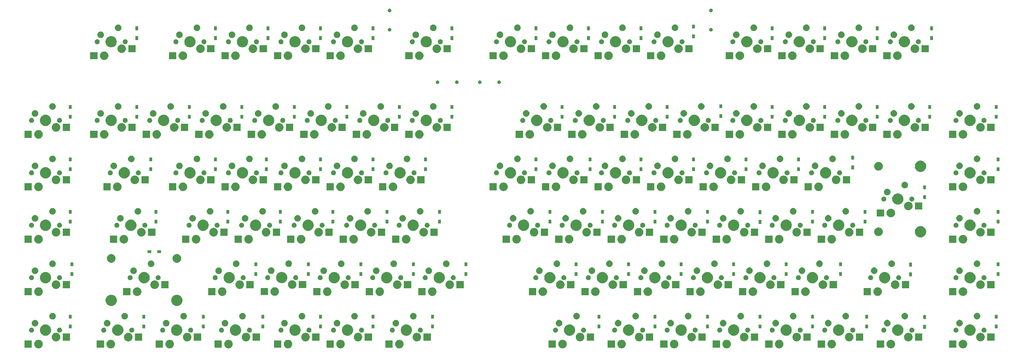
<source format=gbs>
G04 #@! TF.GenerationSoftware,KiCad,Pcbnew,(5.1.5)-3*
G04 #@! TF.CreationDate,2020-07-19T18:58:01+09:00*
G04 #@! TF.ProjectId,Pistachio,50697374-6163-4686-996f-2e6b69636164,rev?*
G04 #@! TF.SameCoordinates,Original*
G04 #@! TF.FileFunction,Soldermask,Bot*
G04 #@! TF.FilePolarity,Negative*
%FSLAX46Y46*%
G04 Gerber Fmt 4.6, Leading zero omitted, Abs format (unit mm)*
G04 Created by KiCad (PCBNEW (5.1.5)-3) date 2020-07-19 18:58:01*
%MOMM*%
%LPD*%
G04 APERTURE LIST*
%ADD10C,0.100000*%
G04 APERTURE END LIST*
D10*
G36*
X202550285Y-171053022D02*
G01*
X202700110Y-171082824D01*
X202982374Y-171199741D01*
X203236405Y-171369479D01*
X203452441Y-171585515D01*
X203622179Y-171839546D01*
X203739096Y-172121810D01*
X203798700Y-172421460D01*
X203798700Y-172726980D01*
X203739096Y-173026630D01*
X203622179Y-173308894D01*
X203452441Y-173562925D01*
X203236405Y-173778961D01*
X202982374Y-173948699D01*
X202700110Y-174065616D01*
X202550285Y-174095418D01*
X202400461Y-174125220D01*
X202094939Y-174125220D01*
X201945115Y-174095418D01*
X201795290Y-174065616D01*
X201513026Y-173948699D01*
X201258995Y-173778961D01*
X201042959Y-173562925D01*
X200873221Y-173308894D01*
X200756304Y-173026630D01*
X200696700Y-172726980D01*
X200696700Y-172421460D01*
X200756304Y-172121810D01*
X200873221Y-171839546D01*
X201042959Y-171585515D01*
X201258995Y-171369479D01*
X201513026Y-171199741D01*
X201795290Y-171082824D01*
X201945115Y-171053022D01*
X202094939Y-171023220D01*
X202400461Y-171023220D01*
X202550285Y-171053022D01*
G37*
G36*
X181214285Y-171053022D02*
G01*
X181364110Y-171082824D01*
X181646374Y-171199741D01*
X181900405Y-171369479D01*
X182116441Y-171585515D01*
X182286179Y-171839546D01*
X182403096Y-172121810D01*
X182462700Y-172421460D01*
X182462700Y-172726980D01*
X182403096Y-173026630D01*
X182286179Y-173308894D01*
X182116441Y-173562925D01*
X181900405Y-173778961D01*
X181646374Y-173948699D01*
X181364110Y-174065616D01*
X181214285Y-174095418D01*
X181064461Y-174125220D01*
X180758939Y-174125220D01*
X180609115Y-174095418D01*
X180459290Y-174065616D01*
X180177026Y-173948699D01*
X179922995Y-173778961D01*
X179706959Y-173562925D01*
X179537221Y-173308894D01*
X179420304Y-173026630D01*
X179360700Y-172726980D01*
X179360700Y-172421460D01*
X179420304Y-172121810D01*
X179537221Y-171839546D01*
X179706959Y-171585515D01*
X179922995Y-171369479D01*
X180177026Y-171199741D01*
X180459290Y-171082824D01*
X180609115Y-171053022D01*
X180758939Y-171023220D01*
X181064461Y-171023220D01*
X181214285Y-171053022D01*
G37*
G36*
X162164285Y-171053022D02*
G01*
X162314110Y-171082824D01*
X162596374Y-171199741D01*
X162850405Y-171369479D01*
X163066441Y-171585515D01*
X163236179Y-171839546D01*
X163353096Y-172121810D01*
X163412700Y-172421460D01*
X163412700Y-172726980D01*
X163353096Y-173026630D01*
X163236179Y-173308894D01*
X163066441Y-173562925D01*
X162850405Y-173778961D01*
X162596374Y-173948699D01*
X162314110Y-174065616D01*
X162164285Y-174095418D01*
X162014461Y-174125220D01*
X161708939Y-174125220D01*
X161559115Y-174095418D01*
X161409290Y-174065616D01*
X161127026Y-173948699D01*
X160872995Y-173778961D01*
X160656959Y-173562925D01*
X160487221Y-173308894D01*
X160370304Y-173026630D01*
X160310700Y-172726980D01*
X160310700Y-172421460D01*
X160370304Y-172121810D01*
X160487221Y-171839546D01*
X160656959Y-171585515D01*
X160872995Y-171369479D01*
X161127026Y-171199741D01*
X161409290Y-171082824D01*
X161559115Y-171053022D01*
X161708939Y-171023220D01*
X162014461Y-171023220D01*
X162164285Y-171053022D01*
G37*
G36*
X140574285Y-171053022D02*
G01*
X140724110Y-171082824D01*
X141006374Y-171199741D01*
X141260405Y-171369479D01*
X141476441Y-171585515D01*
X141646179Y-171839546D01*
X141763096Y-172121810D01*
X141822700Y-172421460D01*
X141822700Y-172726980D01*
X141763096Y-173026630D01*
X141646179Y-173308894D01*
X141476441Y-173562925D01*
X141260405Y-173778961D01*
X141006374Y-173948699D01*
X140724110Y-174065616D01*
X140574285Y-174095418D01*
X140424461Y-174125220D01*
X140118939Y-174125220D01*
X139969115Y-174095418D01*
X139819290Y-174065616D01*
X139537026Y-173948699D01*
X139282995Y-173778961D01*
X139066959Y-173562925D01*
X138897221Y-173308894D01*
X138780304Y-173026630D01*
X138720700Y-172726980D01*
X138720700Y-172421460D01*
X138780304Y-172121810D01*
X138897221Y-171839546D01*
X139066959Y-171585515D01*
X139282995Y-171369479D01*
X139537026Y-171199741D01*
X139819290Y-171082824D01*
X139969115Y-171053022D01*
X140118939Y-171023220D01*
X140424461Y-171023220D01*
X140574285Y-171053022D01*
G37*
G36*
X119238285Y-171053022D02*
G01*
X119388110Y-171082824D01*
X119670374Y-171199741D01*
X119924405Y-171369479D01*
X120140441Y-171585515D01*
X120310179Y-171839546D01*
X120427096Y-172121810D01*
X120486700Y-172421460D01*
X120486700Y-172726980D01*
X120427096Y-173026630D01*
X120310179Y-173308894D01*
X120140441Y-173562925D01*
X119924405Y-173778961D01*
X119670374Y-173948699D01*
X119388110Y-174065616D01*
X119238285Y-174095418D01*
X119088461Y-174125220D01*
X118782939Y-174125220D01*
X118633115Y-174095418D01*
X118483290Y-174065616D01*
X118201026Y-173948699D01*
X117946995Y-173778961D01*
X117730959Y-173562925D01*
X117561221Y-173308894D01*
X117444304Y-173026630D01*
X117384700Y-172726980D01*
X117384700Y-172421460D01*
X117444304Y-172121810D01*
X117561221Y-171839546D01*
X117730959Y-171585515D01*
X117946995Y-171369479D01*
X118201026Y-171199741D01*
X118483290Y-171082824D01*
X118633115Y-171053022D01*
X118782939Y-171023220D01*
X119088461Y-171023220D01*
X119238285Y-171053022D01*
G37*
G36*
X71669035Y-171053022D02*
G01*
X71818860Y-171082824D01*
X72101124Y-171199741D01*
X72355155Y-171369479D01*
X72571191Y-171585515D01*
X72740929Y-171839546D01*
X72857846Y-172121810D01*
X72917450Y-172421460D01*
X72917450Y-172726980D01*
X72857846Y-173026630D01*
X72740929Y-173308894D01*
X72571191Y-173562925D01*
X72355155Y-173778961D01*
X72101124Y-173948699D01*
X71818860Y-174065616D01*
X71669035Y-174095418D01*
X71519211Y-174125220D01*
X71213689Y-174125220D01*
X71063865Y-174095418D01*
X70914040Y-174065616D01*
X70631776Y-173948699D01*
X70377745Y-173778961D01*
X70161709Y-173562925D01*
X69991971Y-173308894D01*
X69875054Y-173026630D01*
X69815450Y-172726980D01*
X69815450Y-172421460D01*
X69875054Y-172121810D01*
X69991971Y-171839546D01*
X70161709Y-171585515D01*
X70377745Y-171369479D01*
X70631776Y-171199741D01*
X70914040Y-171082824D01*
X71063865Y-171053022D01*
X71213689Y-171023220D01*
X71519211Y-171023220D01*
X71669035Y-171053022D01*
G37*
G36*
X97862785Y-171053022D02*
G01*
X98012610Y-171082824D01*
X98294874Y-171199741D01*
X98548905Y-171369479D01*
X98764941Y-171585515D01*
X98934679Y-171839546D01*
X99051596Y-172121810D01*
X99111200Y-172421460D01*
X99111200Y-172726980D01*
X99051596Y-173026630D01*
X98934679Y-173308894D01*
X98764941Y-173562925D01*
X98548905Y-173778961D01*
X98294874Y-173948699D01*
X98012610Y-174065616D01*
X97862785Y-174095418D01*
X97712961Y-174125220D01*
X97407439Y-174125220D01*
X97257615Y-174095418D01*
X97107790Y-174065616D01*
X96825526Y-173948699D01*
X96571495Y-173778961D01*
X96355459Y-173562925D01*
X96185721Y-173308894D01*
X96068804Y-173026630D01*
X96009200Y-172726980D01*
X96009200Y-172421460D01*
X96068804Y-172121810D01*
X96185721Y-171839546D01*
X96355459Y-171585515D01*
X96571495Y-171369479D01*
X96825526Y-171199741D01*
X97107790Y-171082824D01*
X97257615Y-171053022D01*
X97407439Y-171023220D01*
X97712961Y-171023220D01*
X97862785Y-171053022D01*
G37*
G36*
X359380285Y-171043022D02*
G01*
X359530110Y-171072824D01*
X359812374Y-171189741D01*
X360066405Y-171359479D01*
X360282441Y-171575515D01*
X360452179Y-171829546D01*
X360569096Y-172111810D01*
X360628700Y-172411460D01*
X360628700Y-172716980D01*
X360569096Y-173016630D01*
X360452179Y-173298894D01*
X360282441Y-173552925D01*
X360066405Y-173768961D01*
X359812374Y-173938699D01*
X359530110Y-174055616D01*
X359380285Y-174085418D01*
X359230461Y-174115220D01*
X358924939Y-174115220D01*
X358775115Y-174085418D01*
X358625290Y-174055616D01*
X358343026Y-173938699D01*
X358088995Y-173768961D01*
X357872959Y-173552925D01*
X357703221Y-173298894D01*
X357586304Y-173016630D01*
X357526700Y-172716980D01*
X357526700Y-172411460D01*
X357586304Y-172111810D01*
X357703221Y-171829546D01*
X357872959Y-171575515D01*
X358088995Y-171359479D01*
X358343026Y-171189741D01*
X358625290Y-171072824D01*
X358775115Y-171043022D01*
X358924939Y-171013220D01*
X359230461Y-171013220D01*
X359380285Y-171043022D01*
G37*
G36*
X340330285Y-171043022D02*
G01*
X340480110Y-171072824D01*
X340762374Y-171189741D01*
X341016405Y-171359479D01*
X341232441Y-171575515D01*
X341402179Y-171829546D01*
X341519096Y-172111810D01*
X341578700Y-172411460D01*
X341578700Y-172716980D01*
X341519096Y-173016630D01*
X341402179Y-173298894D01*
X341232441Y-173552925D01*
X341016405Y-173768961D01*
X340762374Y-173938699D01*
X340480110Y-174055616D01*
X340330285Y-174085418D01*
X340180461Y-174115220D01*
X339874939Y-174115220D01*
X339725115Y-174085418D01*
X339575290Y-174055616D01*
X339293026Y-173938699D01*
X339038995Y-173768961D01*
X338822959Y-173552925D01*
X338653221Y-173298894D01*
X338536304Y-173016630D01*
X338476700Y-172716980D01*
X338476700Y-172411460D01*
X338536304Y-172111810D01*
X338653221Y-171829546D01*
X338822959Y-171575515D01*
X339038995Y-171359479D01*
X339293026Y-171189741D01*
X339575290Y-171072824D01*
X339725115Y-171043022D01*
X339874939Y-171013220D01*
X340180461Y-171013220D01*
X340330285Y-171043022D01*
G37*
G36*
X407005285Y-171043022D02*
G01*
X407155110Y-171072824D01*
X407437374Y-171189741D01*
X407691405Y-171359479D01*
X407907441Y-171575515D01*
X408077179Y-171829546D01*
X408194096Y-172111810D01*
X408253700Y-172411460D01*
X408253700Y-172716980D01*
X408194096Y-173016630D01*
X408077179Y-173298894D01*
X407907441Y-173552925D01*
X407691405Y-173768961D01*
X407437374Y-173938699D01*
X407155110Y-174055616D01*
X407005285Y-174085418D01*
X406855461Y-174115220D01*
X406549939Y-174115220D01*
X406400115Y-174085418D01*
X406250290Y-174055616D01*
X405968026Y-173938699D01*
X405713995Y-173768961D01*
X405497959Y-173552925D01*
X405328221Y-173298894D01*
X405211304Y-173016630D01*
X405151700Y-172716980D01*
X405151700Y-172411460D01*
X405211304Y-172111810D01*
X405328221Y-171829546D01*
X405497959Y-171575515D01*
X405713995Y-171359479D01*
X405968026Y-171189741D01*
X406250290Y-171072824D01*
X406400115Y-171043022D01*
X406549939Y-171013220D01*
X406855461Y-171013220D01*
X407005285Y-171043022D01*
G37*
G36*
X380811535Y-171043022D02*
G01*
X380961360Y-171072824D01*
X381243624Y-171189741D01*
X381497655Y-171359479D01*
X381713691Y-171575515D01*
X381883429Y-171829546D01*
X382000346Y-172111810D01*
X382059950Y-172411460D01*
X382059950Y-172716980D01*
X382000346Y-173016630D01*
X381883429Y-173298894D01*
X381713691Y-173552925D01*
X381497655Y-173768961D01*
X381243624Y-173938699D01*
X380961360Y-174055616D01*
X380811535Y-174085418D01*
X380661711Y-174115220D01*
X380356189Y-174115220D01*
X380206365Y-174085418D01*
X380056540Y-174055616D01*
X379774276Y-173938699D01*
X379520245Y-173768961D01*
X379304209Y-173552925D01*
X379134471Y-173298894D01*
X379017554Y-173016630D01*
X378957950Y-172716980D01*
X378957950Y-172411460D01*
X379017554Y-172111810D01*
X379134471Y-171829546D01*
X379304209Y-171575515D01*
X379520245Y-171359479D01*
X379774276Y-171189741D01*
X380056540Y-171072824D01*
X380206365Y-171043022D01*
X380356189Y-171013220D01*
X380661711Y-171013220D01*
X380811535Y-171043022D01*
G37*
G36*
X321280285Y-171043022D02*
G01*
X321430110Y-171072824D01*
X321712374Y-171189741D01*
X321966405Y-171359479D01*
X322182441Y-171575515D01*
X322352179Y-171829546D01*
X322469096Y-172111810D01*
X322528700Y-172411460D01*
X322528700Y-172716980D01*
X322469096Y-173016630D01*
X322352179Y-173298894D01*
X322182441Y-173552925D01*
X321966405Y-173768961D01*
X321712374Y-173938699D01*
X321430110Y-174055616D01*
X321280285Y-174085418D01*
X321130461Y-174115220D01*
X320824939Y-174115220D01*
X320675115Y-174085418D01*
X320525290Y-174055616D01*
X320243026Y-173938699D01*
X319988995Y-173768961D01*
X319772959Y-173552925D01*
X319603221Y-173298894D01*
X319486304Y-173016630D01*
X319426700Y-172716980D01*
X319426700Y-172411460D01*
X319486304Y-172111810D01*
X319603221Y-171829546D01*
X319772959Y-171575515D01*
X319988995Y-171359479D01*
X320243026Y-171189741D01*
X320525290Y-171072824D01*
X320675115Y-171043022D01*
X320824939Y-171013220D01*
X321130461Y-171013220D01*
X321280285Y-171043022D01*
G37*
G36*
X302230285Y-171043022D02*
G01*
X302380110Y-171072824D01*
X302662374Y-171189741D01*
X302916405Y-171359479D01*
X303132441Y-171575515D01*
X303302179Y-171829546D01*
X303419096Y-172111810D01*
X303478700Y-172411460D01*
X303478700Y-172716980D01*
X303419096Y-173016630D01*
X303302179Y-173298894D01*
X303132441Y-173552925D01*
X302916405Y-173768961D01*
X302662374Y-173938699D01*
X302380110Y-174055616D01*
X302230285Y-174085418D01*
X302080461Y-174115220D01*
X301774939Y-174115220D01*
X301625115Y-174085418D01*
X301475290Y-174055616D01*
X301193026Y-173938699D01*
X300938995Y-173768961D01*
X300722959Y-173552925D01*
X300553221Y-173298894D01*
X300436304Y-173016630D01*
X300376700Y-172716980D01*
X300376700Y-172411460D01*
X300436304Y-172111810D01*
X300553221Y-171829546D01*
X300722959Y-171575515D01*
X300938995Y-171359479D01*
X301193026Y-171189741D01*
X301475290Y-171072824D01*
X301625115Y-171043022D01*
X301774939Y-171013220D01*
X302080461Y-171013220D01*
X302230285Y-171043022D01*
G37*
G36*
X283180285Y-171043022D02*
G01*
X283330110Y-171072824D01*
X283612374Y-171189741D01*
X283866405Y-171359479D01*
X284082441Y-171575515D01*
X284252179Y-171829546D01*
X284369096Y-172111810D01*
X284428700Y-172411460D01*
X284428700Y-172716980D01*
X284369096Y-173016630D01*
X284252179Y-173298894D01*
X284082441Y-173552925D01*
X283866405Y-173768961D01*
X283612374Y-173938699D01*
X283330110Y-174055616D01*
X283180285Y-174085418D01*
X283030461Y-174115220D01*
X282724939Y-174115220D01*
X282575115Y-174085418D01*
X282425290Y-174055616D01*
X282143026Y-173938699D01*
X281888995Y-173768961D01*
X281672959Y-173552925D01*
X281503221Y-173298894D01*
X281386304Y-173016630D01*
X281326700Y-172716980D01*
X281326700Y-172411460D01*
X281386304Y-172111810D01*
X281503221Y-171829546D01*
X281672959Y-171575515D01*
X281888995Y-171359479D01*
X282143026Y-171189741D01*
X282425290Y-171072824D01*
X282575115Y-171043022D01*
X282724939Y-171013220D01*
X283030461Y-171013220D01*
X283180285Y-171043022D01*
G37*
G36*
X261749035Y-171043022D02*
G01*
X261898860Y-171072824D01*
X262181124Y-171189741D01*
X262435155Y-171359479D01*
X262651191Y-171575515D01*
X262820929Y-171829546D01*
X262937846Y-172111810D01*
X262997450Y-172411460D01*
X262997450Y-172716980D01*
X262937846Y-173016630D01*
X262820929Y-173298894D01*
X262651191Y-173552925D01*
X262435155Y-173768961D01*
X262181124Y-173938699D01*
X261898860Y-174055616D01*
X261749035Y-174085418D01*
X261599211Y-174115220D01*
X261293689Y-174115220D01*
X261143865Y-174085418D01*
X260994040Y-174055616D01*
X260711776Y-173938699D01*
X260457745Y-173768961D01*
X260241709Y-173552925D01*
X260071971Y-173298894D01*
X259955054Y-173016630D01*
X259895450Y-172716980D01*
X259895450Y-172411460D01*
X259955054Y-172111810D01*
X260071971Y-171829546D01*
X260241709Y-171575515D01*
X260457745Y-171359479D01*
X260711776Y-171189741D01*
X260994040Y-171072824D01*
X261143865Y-171043022D01*
X261293689Y-171013220D01*
X261599211Y-171013220D01*
X261749035Y-171043022D01*
G37*
G36*
X137847700Y-173875220D02*
G01*
X135195700Y-173875220D01*
X135195700Y-171273220D01*
X137847700Y-171273220D01*
X137847700Y-173875220D01*
G37*
G36*
X199823700Y-173875220D02*
G01*
X197171700Y-173875220D01*
X197171700Y-171273220D01*
X199823700Y-171273220D01*
X199823700Y-173875220D01*
G37*
G36*
X178487700Y-173875220D02*
G01*
X175835700Y-173875220D01*
X175835700Y-171273220D01*
X178487700Y-171273220D01*
X178487700Y-173875220D01*
G37*
G36*
X68942450Y-173875220D02*
G01*
X66290450Y-173875220D01*
X66290450Y-171273220D01*
X68942450Y-171273220D01*
X68942450Y-173875220D01*
G37*
G36*
X159437700Y-173875220D02*
G01*
X156785700Y-173875220D01*
X156785700Y-171273220D01*
X159437700Y-171273220D01*
X159437700Y-173875220D01*
G37*
G36*
X95136200Y-173875220D02*
G01*
X92484200Y-173875220D01*
X92484200Y-171273220D01*
X95136200Y-171273220D01*
X95136200Y-173875220D01*
G37*
G36*
X116511700Y-173875220D02*
G01*
X113859700Y-173875220D01*
X113859700Y-171273220D01*
X116511700Y-171273220D01*
X116511700Y-173875220D01*
G37*
G36*
X404278700Y-173865220D02*
G01*
X401626700Y-173865220D01*
X401626700Y-171263220D01*
X404278700Y-171263220D01*
X404278700Y-173865220D01*
G37*
G36*
X280453700Y-173865220D02*
G01*
X277801700Y-173865220D01*
X277801700Y-171263220D01*
X280453700Y-171263220D01*
X280453700Y-173865220D01*
G37*
G36*
X299503700Y-173865220D02*
G01*
X296851700Y-173865220D01*
X296851700Y-171263220D01*
X299503700Y-171263220D01*
X299503700Y-173865220D01*
G37*
G36*
X337603700Y-173865220D02*
G01*
X334951700Y-173865220D01*
X334951700Y-171263220D01*
X337603700Y-171263220D01*
X337603700Y-173865220D01*
G37*
G36*
X318553700Y-173865220D02*
G01*
X315901700Y-173865220D01*
X315901700Y-171263220D01*
X318553700Y-171263220D01*
X318553700Y-173865220D01*
G37*
G36*
X356653700Y-173865220D02*
G01*
X354001700Y-173865220D01*
X354001700Y-171263220D01*
X356653700Y-171263220D01*
X356653700Y-173865220D01*
G37*
G36*
X378084950Y-173865220D02*
G01*
X375432950Y-173865220D01*
X375432950Y-171263220D01*
X378084950Y-171263220D01*
X378084950Y-173865220D01*
G37*
G36*
X259022450Y-173865220D02*
G01*
X256370450Y-173865220D01*
X256370450Y-171263220D01*
X259022450Y-171263220D01*
X259022450Y-173865220D01*
G37*
G36*
X78019035Y-168513022D02*
G01*
X78168860Y-168542824D01*
X78451124Y-168659741D01*
X78705155Y-168829479D01*
X78921191Y-169045515D01*
X79090929Y-169299546D01*
X79207846Y-169581810D01*
X79267450Y-169881460D01*
X79267450Y-170186980D01*
X79207846Y-170486630D01*
X79090929Y-170768894D01*
X78921191Y-171022925D01*
X78705155Y-171238961D01*
X78451124Y-171408699D01*
X78168860Y-171525616D01*
X78019035Y-171555418D01*
X77869211Y-171585220D01*
X77563689Y-171585220D01*
X77413865Y-171555418D01*
X77264040Y-171525616D01*
X76981776Y-171408699D01*
X76727745Y-171238961D01*
X76511709Y-171022925D01*
X76341971Y-170768894D01*
X76225054Y-170486630D01*
X76165450Y-170186980D01*
X76165450Y-169881460D01*
X76225054Y-169581810D01*
X76341971Y-169299546D01*
X76511709Y-169045515D01*
X76727745Y-168829479D01*
X76981776Y-168659741D01*
X77264040Y-168542824D01*
X77413865Y-168513022D01*
X77563689Y-168483220D01*
X77869211Y-168483220D01*
X78019035Y-168513022D01*
G37*
G36*
X168514285Y-168513022D02*
G01*
X168664110Y-168542824D01*
X168946374Y-168659741D01*
X169200405Y-168829479D01*
X169416441Y-169045515D01*
X169586179Y-169299546D01*
X169703096Y-169581810D01*
X169762700Y-169881460D01*
X169762700Y-170186980D01*
X169703096Y-170486630D01*
X169586179Y-170768894D01*
X169416441Y-171022925D01*
X169200405Y-171238961D01*
X168946374Y-171408699D01*
X168664110Y-171525616D01*
X168514285Y-171555418D01*
X168364461Y-171585220D01*
X168058939Y-171585220D01*
X167909115Y-171555418D01*
X167759290Y-171525616D01*
X167477026Y-171408699D01*
X167222995Y-171238961D01*
X167006959Y-171022925D01*
X166837221Y-170768894D01*
X166720304Y-170486630D01*
X166660700Y-170186980D01*
X166660700Y-169881460D01*
X166720304Y-169581810D01*
X166837221Y-169299546D01*
X167006959Y-169045515D01*
X167222995Y-168829479D01*
X167477026Y-168659741D01*
X167759290Y-168542824D01*
X167909115Y-168513022D01*
X168058939Y-168483220D01*
X168364461Y-168483220D01*
X168514285Y-168513022D01*
G37*
G36*
X146924285Y-168513022D02*
G01*
X147074110Y-168542824D01*
X147356374Y-168659741D01*
X147610405Y-168829479D01*
X147826441Y-169045515D01*
X147996179Y-169299546D01*
X148113096Y-169581810D01*
X148172700Y-169881460D01*
X148172700Y-170186980D01*
X148113096Y-170486630D01*
X147996179Y-170768894D01*
X147826441Y-171022925D01*
X147610405Y-171238961D01*
X147356374Y-171408699D01*
X147074110Y-171525616D01*
X146924285Y-171555418D01*
X146774461Y-171585220D01*
X146468939Y-171585220D01*
X146319115Y-171555418D01*
X146169290Y-171525616D01*
X145887026Y-171408699D01*
X145632995Y-171238961D01*
X145416959Y-171022925D01*
X145247221Y-170768894D01*
X145130304Y-170486630D01*
X145070700Y-170186980D01*
X145070700Y-169881460D01*
X145130304Y-169581810D01*
X145247221Y-169299546D01*
X145416959Y-169045515D01*
X145632995Y-168829479D01*
X145887026Y-168659741D01*
X146169290Y-168542824D01*
X146319115Y-168513022D01*
X146468939Y-168483220D01*
X146774461Y-168483220D01*
X146924285Y-168513022D01*
G37*
G36*
X104212785Y-168513022D02*
G01*
X104362610Y-168542824D01*
X104644874Y-168659741D01*
X104898905Y-168829479D01*
X105114941Y-169045515D01*
X105284679Y-169299546D01*
X105401596Y-169581810D01*
X105461200Y-169881460D01*
X105461200Y-170186980D01*
X105401596Y-170486630D01*
X105284679Y-170768894D01*
X105114941Y-171022925D01*
X104898905Y-171238961D01*
X104644874Y-171408699D01*
X104362610Y-171525616D01*
X104212785Y-171555418D01*
X104062961Y-171585220D01*
X103757439Y-171585220D01*
X103607615Y-171555418D01*
X103457790Y-171525616D01*
X103175526Y-171408699D01*
X102921495Y-171238961D01*
X102705459Y-171022925D01*
X102535721Y-170768894D01*
X102418804Y-170486630D01*
X102359200Y-170186980D01*
X102359200Y-169881460D01*
X102418804Y-169581810D01*
X102535721Y-169299546D01*
X102705459Y-169045515D01*
X102921495Y-168829479D01*
X103175526Y-168659741D01*
X103457790Y-168542824D01*
X103607615Y-168513022D01*
X103757439Y-168483220D01*
X104062961Y-168483220D01*
X104212785Y-168513022D01*
G37*
G36*
X125588285Y-168513022D02*
G01*
X125738110Y-168542824D01*
X126020374Y-168659741D01*
X126274405Y-168829479D01*
X126490441Y-169045515D01*
X126660179Y-169299546D01*
X126777096Y-169581810D01*
X126836700Y-169881460D01*
X126836700Y-170186980D01*
X126777096Y-170486630D01*
X126660179Y-170768894D01*
X126490441Y-171022925D01*
X126274405Y-171238961D01*
X126020374Y-171408699D01*
X125738110Y-171525616D01*
X125588285Y-171555418D01*
X125438461Y-171585220D01*
X125132939Y-171585220D01*
X124983115Y-171555418D01*
X124833290Y-171525616D01*
X124551026Y-171408699D01*
X124296995Y-171238961D01*
X124080959Y-171022925D01*
X123911221Y-170768894D01*
X123794304Y-170486630D01*
X123734700Y-170186980D01*
X123734700Y-169881460D01*
X123794304Y-169581810D01*
X123911221Y-169299546D01*
X124080959Y-169045515D01*
X124296995Y-168829479D01*
X124551026Y-168659741D01*
X124833290Y-168542824D01*
X124983115Y-168513022D01*
X125132939Y-168483220D01*
X125438461Y-168483220D01*
X125588285Y-168513022D01*
G37*
G36*
X208900285Y-168513022D02*
G01*
X209050110Y-168542824D01*
X209332374Y-168659741D01*
X209586405Y-168829479D01*
X209802441Y-169045515D01*
X209972179Y-169299546D01*
X210089096Y-169581810D01*
X210148700Y-169881460D01*
X210148700Y-170186980D01*
X210089096Y-170486630D01*
X209972179Y-170768894D01*
X209802441Y-171022925D01*
X209586405Y-171238961D01*
X209332374Y-171408699D01*
X209050110Y-171525616D01*
X208900285Y-171555418D01*
X208750461Y-171585220D01*
X208444939Y-171585220D01*
X208295115Y-171555418D01*
X208145290Y-171525616D01*
X207863026Y-171408699D01*
X207608995Y-171238961D01*
X207392959Y-171022925D01*
X207223221Y-170768894D01*
X207106304Y-170486630D01*
X207046700Y-170186980D01*
X207046700Y-169881460D01*
X207106304Y-169581810D01*
X207223221Y-169299546D01*
X207392959Y-169045515D01*
X207608995Y-168829479D01*
X207863026Y-168659741D01*
X208145290Y-168542824D01*
X208295115Y-168513022D01*
X208444939Y-168483220D01*
X208750461Y-168483220D01*
X208900285Y-168513022D01*
G37*
G36*
X187564285Y-168513022D02*
G01*
X187714110Y-168542824D01*
X187996374Y-168659741D01*
X188250405Y-168829479D01*
X188466441Y-169045515D01*
X188636179Y-169299546D01*
X188753096Y-169581810D01*
X188812700Y-169881460D01*
X188812700Y-170186980D01*
X188753096Y-170486630D01*
X188636179Y-170768894D01*
X188466441Y-171022925D01*
X188250405Y-171238961D01*
X187996374Y-171408699D01*
X187714110Y-171525616D01*
X187564285Y-171555418D01*
X187414461Y-171585220D01*
X187108939Y-171585220D01*
X186959115Y-171555418D01*
X186809290Y-171525616D01*
X186527026Y-171408699D01*
X186272995Y-171238961D01*
X186056959Y-171022925D01*
X185887221Y-170768894D01*
X185770304Y-170486630D01*
X185710700Y-170186980D01*
X185710700Y-169881460D01*
X185770304Y-169581810D01*
X185887221Y-169299546D01*
X186056959Y-169045515D01*
X186272995Y-168829479D01*
X186527026Y-168659741D01*
X186809290Y-168542824D01*
X186959115Y-168513022D01*
X187108939Y-168483220D01*
X187414461Y-168483220D01*
X187564285Y-168513022D01*
G37*
G36*
X413355285Y-168503022D02*
G01*
X413505110Y-168532824D01*
X413787374Y-168649741D01*
X414041405Y-168819479D01*
X414257441Y-169035515D01*
X414427179Y-169289546D01*
X414544096Y-169571810D01*
X414603700Y-169871460D01*
X414603700Y-170176980D01*
X414544096Y-170476630D01*
X414427179Y-170758894D01*
X414257441Y-171012925D01*
X414041405Y-171228961D01*
X413787374Y-171398699D01*
X413505110Y-171515616D01*
X413355285Y-171545418D01*
X413205461Y-171575220D01*
X412899939Y-171575220D01*
X412750115Y-171545418D01*
X412600290Y-171515616D01*
X412318026Y-171398699D01*
X412063995Y-171228961D01*
X411847959Y-171012925D01*
X411678221Y-170758894D01*
X411561304Y-170476630D01*
X411501700Y-170176980D01*
X411501700Y-169871460D01*
X411561304Y-169571810D01*
X411678221Y-169289546D01*
X411847959Y-169035515D01*
X412063995Y-168819479D01*
X412318026Y-168649741D01*
X412600290Y-168532824D01*
X412750115Y-168503022D01*
X412899939Y-168473220D01*
X413205461Y-168473220D01*
X413355285Y-168503022D01*
G37*
G36*
X365730285Y-168503022D02*
G01*
X365880110Y-168532824D01*
X366162374Y-168649741D01*
X366416405Y-168819479D01*
X366632441Y-169035515D01*
X366802179Y-169289546D01*
X366919096Y-169571810D01*
X366978700Y-169871460D01*
X366978700Y-170176980D01*
X366919096Y-170476630D01*
X366802179Y-170758894D01*
X366632441Y-171012925D01*
X366416405Y-171228961D01*
X366162374Y-171398699D01*
X365880110Y-171515616D01*
X365730285Y-171545418D01*
X365580461Y-171575220D01*
X365274939Y-171575220D01*
X365125115Y-171545418D01*
X364975290Y-171515616D01*
X364693026Y-171398699D01*
X364438995Y-171228961D01*
X364222959Y-171012925D01*
X364053221Y-170758894D01*
X363936304Y-170476630D01*
X363876700Y-170176980D01*
X363876700Y-169871460D01*
X363936304Y-169571810D01*
X364053221Y-169289546D01*
X364222959Y-169035515D01*
X364438995Y-168819479D01*
X364693026Y-168649741D01*
X364975290Y-168532824D01*
X365125115Y-168503022D01*
X365274939Y-168473220D01*
X365580461Y-168473220D01*
X365730285Y-168503022D01*
G37*
G36*
X268099035Y-168503022D02*
G01*
X268248860Y-168532824D01*
X268531124Y-168649741D01*
X268785155Y-168819479D01*
X269001191Y-169035515D01*
X269170929Y-169289546D01*
X269287846Y-169571810D01*
X269347450Y-169871460D01*
X269347450Y-170176980D01*
X269287846Y-170476630D01*
X269170929Y-170758894D01*
X269001191Y-171012925D01*
X268785155Y-171228961D01*
X268531124Y-171398699D01*
X268248860Y-171515616D01*
X268099035Y-171545418D01*
X267949211Y-171575220D01*
X267643689Y-171575220D01*
X267493865Y-171545418D01*
X267344040Y-171515616D01*
X267061776Y-171398699D01*
X266807745Y-171228961D01*
X266591709Y-171012925D01*
X266421971Y-170758894D01*
X266305054Y-170476630D01*
X266245450Y-170176980D01*
X266245450Y-169871460D01*
X266305054Y-169571810D01*
X266421971Y-169289546D01*
X266591709Y-169035515D01*
X266807745Y-168819479D01*
X267061776Y-168649741D01*
X267344040Y-168532824D01*
X267493865Y-168503022D01*
X267643689Y-168473220D01*
X267949211Y-168473220D01*
X268099035Y-168503022D01*
G37*
G36*
X387161535Y-168503022D02*
G01*
X387311360Y-168532824D01*
X387593624Y-168649741D01*
X387847655Y-168819479D01*
X388063691Y-169035515D01*
X388233429Y-169289546D01*
X388350346Y-169571810D01*
X388409950Y-169871460D01*
X388409950Y-170176980D01*
X388350346Y-170476630D01*
X388233429Y-170758894D01*
X388063691Y-171012925D01*
X387847655Y-171228961D01*
X387593624Y-171398699D01*
X387311360Y-171515616D01*
X387161535Y-171545418D01*
X387011711Y-171575220D01*
X386706189Y-171575220D01*
X386556365Y-171545418D01*
X386406540Y-171515616D01*
X386124276Y-171398699D01*
X385870245Y-171228961D01*
X385654209Y-171012925D01*
X385484471Y-170758894D01*
X385367554Y-170476630D01*
X385307950Y-170176980D01*
X385307950Y-169871460D01*
X385367554Y-169571810D01*
X385484471Y-169289546D01*
X385654209Y-169035515D01*
X385870245Y-168819479D01*
X386124276Y-168649741D01*
X386406540Y-168532824D01*
X386556365Y-168503022D01*
X386706189Y-168473220D01*
X387011711Y-168473220D01*
X387161535Y-168503022D01*
G37*
G36*
X308580285Y-168503022D02*
G01*
X308730110Y-168532824D01*
X309012374Y-168649741D01*
X309266405Y-168819479D01*
X309482441Y-169035515D01*
X309652179Y-169289546D01*
X309769096Y-169571810D01*
X309828700Y-169871460D01*
X309828700Y-170176980D01*
X309769096Y-170476630D01*
X309652179Y-170758894D01*
X309482441Y-171012925D01*
X309266405Y-171228961D01*
X309012374Y-171398699D01*
X308730110Y-171515616D01*
X308580285Y-171545418D01*
X308430461Y-171575220D01*
X308124939Y-171575220D01*
X307975115Y-171545418D01*
X307825290Y-171515616D01*
X307543026Y-171398699D01*
X307288995Y-171228961D01*
X307072959Y-171012925D01*
X306903221Y-170758894D01*
X306786304Y-170476630D01*
X306726700Y-170176980D01*
X306726700Y-169871460D01*
X306786304Y-169571810D01*
X306903221Y-169289546D01*
X307072959Y-169035515D01*
X307288995Y-168819479D01*
X307543026Y-168649741D01*
X307825290Y-168532824D01*
X307975115Y-168503022D01*
X308124939Y-168473220D01*
X308430461Y-168473220D01*
X308580285Y-168503022D01*
G37*
G36*
X289530285Y-168503022D02*
G01*
X289680110Y-168532824D01*
X289962374Y-168649741D01*
X290216405Y-168819479D01*
X290432441Y-169035515D01*
X290602179Y-169289546D01*
X290719096Y-169571810D01*
X290778700Y-169871460D01*
X290778700Y-170176980D01*
X290719096Y-170476630D01*
X290602179Y-170758894D01*
X290432441Y-171012925D01*
X290216405Y-171228961D01*
X289962374Y-171398699D01*
X289680110Y-171515616D01*
X289530285Y-171545418D01*
X289380461Y-171575220D01*
X289074939Y-171575220D01*
X288925115Y-171545418D01*
X288775290Y-171515616D01*
X288493026Y-171398699D01*
X288238995Y-171228961D01*
X288022959Y-171012925D01*
X287853221Y-170758894D01*
X287736304Y-170476630D01*
X287676700Y-170176980D01*
X287676700Y-169871460D01*
X287736304Y-169571810D01*
X287853221Y-169289546D01*
X288022959Y-169035515D01*
X288238995Y-168819479D01*
X288493026Y-168649741D01*
X288775290Y-168532824D01*
X288925115Y-168503022D01*
X289074939Y-168473220D01*
X289380461Y-168473220D01*
X289530285Y-168503022D01*
G37*
G36*
X327630285Y-168503022D02*
G01*
X327780110Y-168532824D01*
X328062374Y-168649741D01*
X328316405Y-168819479D01*
X328532441Y-169035515D01*
X328702179Y-169289546D01*
X328819096Y-169571810D01*
X328878700Y-169871460D01*
X328878700Y-170176980D01*
X328819096Y-170476630D01*
X328702179Y-170758894D01*
X328532441Y-171012925D01*
X328316405Y-171228961D01*
X328062374Y-171398699D01*
X327780110Y-171515616D01*
X327630285Y-171545418D01*
X327480461Y-171575220D01*
X327174939Y-171575220D01*
X327025115Y-171545418D01*
X326875290Y-171515616D01*
X326593026Y-171398699D01*
X326338995Y-171228961D01*
X326122959Y-171012925D01*
X325953221Y-170758894D01*
X325836304Y-170476630D01*
X325776700Y-170176980D01*
X325776700Y-169871460D01*
X325836304Y-169571810D01*
X325953221Y-169289546D01*
X326122959Y-169035515D01*
X326338995Y-168819479D01*
X326593026Y-168649741D01*
X326875290Y-168532824D01*
X327025115Y-168503022D01*
X327174939Y-168473220D01*
X327480461Y-168473220D01*
X327630285Y-168503022D01*
G37*
G36*
X346680285Y-168503022D02*
G01*
X346830110Y-168532824D01*
X347112374Y-168649741D01*
X347366405Y-168819479D01*
X347582441Y-169035515D01*
X347752179Y-169289546D01*
X347869096Y-169571810D01*
X347928700Y-169871460D01*
X347928700Y-170176980D01*
X347869096Y-170476630D01*
X347752179Y-170758894D01*
X347582441Y-171012925D01*
X347366405Y-171228961D01*
X347112374Y-171398699D01*
X346830110Y-171515616D01*
X346680285Y-171545418D01*
X346530461Y-171575220D01*
X346224939Y-171575220D01*
X346075115Y-171545418D01*
X345925290Y-171515616D01*
X345643026Y-171398699D01*
X345388995Y-171228961D01*
X345172959Y-171012925D01*
X345003221Y-170758894D01*
X344886304Y-170476630D01*
X344826700Y-170176980D01*
X344826700Y-169871460D01*
X344886304Y-169571810D01*
X345003221Y-169289546D01*
X345172959Y-169035515D01*
X345388995Y-168819479D01*
X345643026Y-168649741D01*
X345925290Y-168532824D01*
X346075115Y-168503022D01*
X346224939Y-168473220D01*
X346530461Y-168473220D01*
X346680285Y-168503022D01*
G37*
G36*
X130361700Y-171335220D02*
G01*
X127709700Y-171335220D01*
X127709700Y-168733220D01*
X130361700Y-168733220D01*
X130361700Y-171335220D01*
G37*
G36*
X82792450Y-171335220D02*
G01*
X80140450Y-171335220D01*
X80140450Y-168733220D01*
X82792450Y-168733220D01*
X82792450Y-171335220D01*
G37*
G36*
X192337700Y-171335220D02*
G01*
X189685700Y-171335220D01*
X189685700Y-168733220D01*
X192337700Y-168733220D01*
X192337700Y-171335220D01*
G37*
G36*
X108986200Y-171335220D02*
G01*
X106334200Y-171335220D01*
X106334200Y-168733220D01*
X108986200Y-168733220D01*
X108986200Y-171335220D01*
G37*
G36*
X213673700Y-171335220D02*
G01*
X211021700Y-171335220D01*
X211021700Y-168733220D01*
X213673700Y-168733220D01*
X213673700Y-171335220D01*
G37*
G36*
X151697700Y-171335220D02*
G01*
X149045700Y-171335220D01*
X149045700Y-168733220D01*
X151697700Y-168733220D01*
X151697700Y-171335220D01*
G37*
G36*
X173287700Y-171335220D02*
G01*
X170635700Y-171335220D01*
X170635700Y-168733220D01*
X173287700Y-168733220D01*
X173287700Y-171335220D01*
G37*
G36*
X313353700Y-171325220D02*
G01*
X310701700Y-171325220D01*
X310701700Y-168723220D01*
X313353700Y-168723220D01*
X313353700Y-171325220D01*
G37*
G36*
X272872450Y-171325220D02*
G01*
X270220450Y-171325220D01*
X270220450Y-168723220D01*
X272872450Y-168723220D01*
X272872450Y-171325220D01*
G37*
G36*
X418128700Y-171325220D02*
G01*
X415476700Y-171325220D01*
X415476700Y-168723220D01*
X418128700Y-168723220D01*
X418128700Y-171325220D01*
G37*
G36*
X294303700Y-171325220D02*
G01*
X291651700Y-171325220D01*
X291651700Y-168723220D01*
X294303700Y-168723220D01*
X294303700Y-171325220D01*
G37*
G36*
X391934950Y-171325220D02*
G01*
X389282950Y-171325220D01*
X389282950Y-168723220D01*
X391934950Y-168723220D01*
X391934950Y-171325220D01*
G37*
G36*
X370503700Y-171325220D02*
G01*
X367851700Y-171325220D01*
X367851700Y-168723220D01*
X370503700Y-168723220D01*
X370503700Y-171325220D01*
G37*
G36*
X351453700Y-171325220D02*
G01*
X348801700Y-171325220D01*
X348801700Y-168723220D01*
X351453700Y-168723220D01*
X351453700Y-171325220D01*
G37*
G36*
X332403700Y-171325220D02*
G01*
X329751700Y-171325220D01*
X329751700Y-168723220D01*
X332403700Y-168723220D01*
X332403700Y-171325220D01*
G37*
G36*
X184048174Y-165527904D02*
G01*
X184241470Y-165607970D01*
X184420323Y-165682053D01*
X184755248Y-165905843D01*
X185040077Y-166190672D01*
X185263867Y-166525597D01*
X185327717Y-166679746D01*
X185418016Y-166897746D01*
X185496600Y-167292814D01*
X185496600Y-167695626D01*
X185418016Y-168090694D01*
X185338164Y-168283473D01*
X185263867Y-168462843D01*
X185040077Y-168797768D01*
X184755248Y-169082597D01*
X184420323Y-169306387D01*
X184266174Y-169370237D01*
X184048174Y-169460536D01*
X183653106Y-169539120D01*
X183250294Y-169539120D01*
X182855226Y-169460536D01*
X182637226Y-169370237D01*
X182483077Y-169306387D01*
X182148152Y-169082597D01*
X181863323Y-168797768D01*
X181639533Y-168462843D01*
X181565236Y-168283473D01*
X181485384Y-168090694D01*
X181406800Y-167695626D01*
X181406800Y-167292814D01*
X181485384Y-166897746D01*
X181575683Y-166679746D01*
X181639533Y-166525597D01*
X181863323Y-166190672D01*
X182148152Y-165905843D01*
X182483077Y-165682053D01*
X182661930Y-165607970D01*
X182855226Y-165527904D01*
X183250294Y-165449320D01*
X183653106Y-165449320D01*
X184048174Y-165527904D01*
G37*
G36*
X205384174Y-165527904D02*
G01*
X205577470Y-165607970D01*
X205756323Y-165682053D01*
X206091248Y-165905843D01*
X206376077Y-166190672D01*
X206599867Y-166525597D01*
X206663717Y-166679746D01*
X206754016Y-166897746D01*
X206832600Y-167292814D01*
X206832600Y-167695626D01*
X206754016Y-168090694D01*
X206674164Y-168283473D01*
X206599867Y-168462843D01*
X206376077Y-168797768D01*
X206091248Y-169082597D01*
X205756323Y-169306387D01*
X205602174Y-169370237D01*
X205384174Y-169460536D01*
X204989106Y-169539120D01*
X204586294Y-169539120D01*
X204191226Y-169460536D01*
X203973226Y-169370237D01*
X203819077Y-169306387D01*
X203484152Y-169082597D01*
X203199323Y-168797768D01*
X202975533Y-168462843D01*
X202901236Y-168283473D01*
X202821384Y-168090694D01*
X202742800Y-167695626D01*
X202742800Y-167292814D01*
X202821384Y-166897746D01*
X202911683Y-166679746D01*
X202975533Y-166525597D01*
X203199323Y-166190672D01*
X203484152Y-165905843D01*
X203819077Y-165682053D01*
X203997930Y-165607970D01*
X204191226Y-165527904D01*
X204586294Y-165449320D01*
X204989106Y-165449320D01*
X205384174Y-165527904D01*
G37*
G36*
X122072174Y-165527904D02*
G01*
X122265470Y-165607970D01*
X122444323Y-165682053D01*
X122779248Y-165905843D01*
X123064077Y-166190672D01*
X123287867Y-166525597D01*
X123351717Y-166679746D01*
X123442016Y-166897746D01*
X123520600Y-167292814D01*
X123520600Y-167695626D01*
X123442016Y-168090694D01*
X123362164Y-168283473D01*
X123287867Y-168462843D01*
X123064077Y-168797768D01*
X122779248Y-169082597D01*
X122444323Y-169306387D01*
X122290174Y-169370237D01*
X122072174Y-169460536D01*
X121677106Y-169539120D01*
X121274294Y-169539120D01*
X120879226Y-169460536D01*
X120661226Y-169370237D01*
X120507077Y-169306387D01*
X120172152Y-169082597D01*
X119887323Y-168797768D01*
X119663533Y-168462843D01*
X119589236Y-168283473D01*
X119509384Y-168090694D01*
X119430800Y-167695626D01*
X119430800Y-167292814D01*
X119509384Y-166897746D01*
X119599683Y-166679746D01*
X119663533Y-166525597D01*
X119887323Y-166190672D01*
X120172152Y-165905843D01*
X120507077Y-165682053D01*
X120685930Y-165607970D01*
X120879226Y-165527904D01*
X121274294Y-165449320D01*
X121677106Y-165449320D01*
X122072174Y-165527904D01*
G37*
G36*
X100696674Y-165527904D02*
G01*
X100889970Y-165607970D01*
X101068823Y-165682053D01*
X101403748Y-165905843D01*
X101688577Y-166190672D01*
X101912367Y-166525597D01*
X101976217Y-166679746D01*
X102066516Y-166897746D01*
X102145100Y-167292814D01*
X102145100Y-167695626D01*
X102066516Y-168090694D01*
X101986664Y-168283473D01*
X101912367Y-168462843D01*
X101688577Y-168797768D01*
X101403748Y-169082597D01*
X101068823Y-169306387D01*
X100914674Y-169370237D01*
X100696674Y-169460536D01*
X100301606Y-169539120D01*
X99898794Y-169539120D01*
X99503726Y-169460536D01*
X99285726Y-169370237D01*
X99131577Y-169306387D01*
X98796652Y-169082597D01*
X98511823Y-168797768D01*
X98288033Y-168462843D01*
X98213736Y-168283473D01*
X98133884Y-168090694D01*
X98055300Y-167695626D01*
X98055300Y-167292814D01*
X98133884Y-166897746D01*
X98224183Y-166679746D01*
X98288033Y-166525597D01*
X98511823Y-166190672D01*
X98796652Y-165905843D01*
X99131577Y-165682053D01*
X99310430Y-165607970D01*
X99503726Y-165527904D01*
X99898794Y-165449320D01*
X100301606Y-165449320D01*
X100696674Y-165527904D01*
G37*
G36*
X143408174Y-165527904D02*
G01*
X143601470Y-165607970D01*
X143780323Y-165682053D01*
X144115248Y-165905843D01*
X144400077Y-166190672D01*
X144623867Y-166525597D01*
X144687717Y-166679746D01*
X144778016Y-166897746D01*
X144856600Y-167292814D01*
X144856600Y-167695626D01*
X144778016Y-168090694D01*
X144698164Y-168283473D01*
X144623867Y-168462843D01*
X144400077Y-168797768D01*
X144115248Y-169082597D01*
X143780323Y-169306387D01*
X143626174Y-169370237D01*
X143408174Y-169460536D01*
X143013106Y-169539120D01*
X142610294Y-169539120D01*
X142215226Y-169460536D01*
X141997226Y-169370237D01*
X141843077Y-169306387D01*
X141508152Y-169082597D01*
X141223323Y-168797768D01*
X140999533Y-168462843D01*
X140925236Y-168283473D01*
X140845384Y-168090694D01*
X140766800Y-167695626D01*
X140766800Y-167292814D01*
X140845384Y-166897746D01*
X140935683Y-166679746D01*
X140999533Y-166525597D01*
X141223323Y-166190672D01*
X141508152Y-165905843D01*
X141843077Y-165682053D01*
X142021930Y-165607970D01*
X142215226Y-165527904D01*
X142610294Y-165449320D01*
X143013106Y-165449320D01*
X143408174Y-165527904D01*
G37*
G36*
X164998174Y-165527904D02*
G01*
X165191470Y-165607970D01*
X165370323Y-165682053D01*
X165705248Y-165905843D01*
X165990077Y-166190672D01*
X166213867Y-166525597D01*
X166277717Y-166679746D01*
X166368016Y-166897746D01*
X166446600Y-167292814D01*
X166446600Y-167695626D01*
X166368016Y-168090694D01*
X166288164Y-168283473D01*
X166213867Y-168462843D01*
X165990077Y-168797768D01*
X165705248Y-169082597D01*
X165370323Y-169306387D01*
X165216174Y-169370237D01*
X164998174Y-169460536D01*
X164603106Y-169539120D01*
X164200294Y-169539120D01*
X163805226Y-169460536D01*
X163587226Y-169370237D01*
X163433077Y-169306387D01*
X163098152Y-169082597D01*
X162813323Y-168797768D01*
X162589533Y-168462843D01*
X162515236Y-168283473D01*
X162435384Y-168090694D01*
X162356800Y-167695626D01*
X162356800Y-167292814D01*
X162435384Y-166897746D01*
X162525683Y-166679746D01*
X162589533Y-166525597D01*
X162813323Y-166190672D01*
X163098152Y-165905843D01*
X163433077Y-165682053D01*
X163611930Y-165607970D01*
X163805226Y-165527904D01*
X164200294Y-165449320D01*
X164603106Y-165449320D01*
X164998174Y-165527904D01*
G37*
G36*
X74502924Y-165527904D02*
G01*
X74696220Y-165607970D01*
X74875073Y-165682053D01*
X75209998Y-165905843D01*
X75494827Y-166190672D01*
X75718617Y-166525597D01*
X75782467Y-166679746D01*
X75872766Y-166897746D01*
X75951350Y-167292814D01*
X75951350Y-167695626D01*
X75872766Y-168090694D01*
X75792914Y-168283473D01*
X75718617Y-168462843D01*
X75494827Y-168797768D01*
X75209998Y-169082597D01*
X74875073Y-169306387D01*
X74720924Y-169370237D01*
X74502924Y-169460536D01*
X74107856Y-169539120D01*
X73705044Y-169539120D01*
X73309976Y-169460536D01*
X73091976Y-169370237D01*
X72937827Y-169306387D01*
X72602902Y-169082597D01*
X72318073Y-168797768D01*
X72094283Y-168462843D01*
X72019986Y-168283473D01*
X71940134Y-168090694D01*
X71861550Y-167695626D01*
X71861550Y-167292814D01*
X71940134Y-166897746D01*
X72030433Y-166679746D01*
X72094283Y-166525597D01*
X72318073Y-166190672D01*
X72602902Y-165905843D01*
X72937827Y-165682053D01*
X73116680Y-165607970D01*
X73309976Y-165527904D01*
X73705044Y-165449320D01*
X74107856Y-165449320D01*
X74502924Y-165527904D01*
G37*
G36*
X286014174Y-165517904D02*
G01*
X286231612Y-165607970D01*
X286386323Y-165672053D01*
X286721248Y-165895843D01*
X287006077Y-166180672D01*
X287229867Y-166515597D01*
X287276003Y-166626979D01*
X287384016Y-166887746D01*
X287462600Y-167282814D01*
X287462600Y-167685626D01*
X287384016Y-168080694D01*
X287336763Y-168194772D01*
X287229867Y-168452843D01*
X287006077Y-168787768D01*
X286721248Y-169072597D01*
X286386323Y-169296387D01*
X286232174Y-169360237D01*
X286014174Y-169450536D01*
X285619106Y-169529120D01*
X285216294Y-169529120D01*
X284821226Y-169450536D01*
X284603226Y-169360237D01*
X284449077Y-169296387D01*
X284114152Y-169072597D01*
X283829323Y-168787768D01*
X283605533Y-168452843D01*
X283498637Y-168194772D01*
X283451384Y-168080694D01*
X283372800Y-167685626D01*
X283372800Y-167282814D01*
X283451384Y-166887746D01*
X283559397Y-166626979D01*
X283605533Y-166515597D01*
X283829323Y-166180672D01*
X284114152Y-165895843D01*
X284449077Y-165672053D01*
X284603788Y-165607970D01*
X284821226Y-165517904D01*
X285216294Y-165439320D01*
X285619106Y-165439320D01*
X286014174Y-165517904D01*
G37*
G36*
X362214174Y-165517904D02*
G01*
X362431612Y-165607970D01*
X362586323Y-165672053D01*
X362921248Y-165895843D01*
X363206077Y-166180672D01*
X363429867Y-166515597D01*
X363476003Y-166626979D01*
X363584016Y-166887746D01*
X363662600Y-167282814D01*
X363662600Y-167685626D01*
X363584016Y-168080694D01*
X363536763Y-168194772D01*
X363429867Y-168452843D01*
X363206077Y-168787768D01*
X362921248Y-169072597D01*
X362586323Y-169296387D01*
X362432174Y-169360237D01*
X362214174Y-169450536D01*
X361819106Y-169529120D01*
X361416294Y-169529120D01*
X361021226Y-169450536D01*
X360803226Y-169360237D01*
X360649077Y-169296387D01*
X360314152Y-169072597D01*
X360029323Y-168787768D01*
X359805533Y-168452843D01*
X359698637Y-168194772D01*
X359651384Y-168080694D01*
X359572800Y-167685626D01*
X359572800Y-167282814D01*
X359651384Y-166887746D01*
X359759397Y-166626979D01*
X359805533Y-166515597D01*
X360029323Y-166180672D01*
X360314152Y-165895843D01*
X360649077Y-165672053D01*
X360803788Y-165607970D01*
X361021226Y-165517904D01*
X361416294Y-165439320D01*
X361819106Y-165439320D01*
X362214174Y-165517904D01*
G37*
G36*
X409839174Y-165517904D02*
G01*
X410056612Y-165607970D01*
X410211323Y-165672053D01*
X410546248Y-165895843D01*
X410831077Y-166180672D01*
X411054867Y-166515597D01*
X411101003Y-166626979D01*
X411209016Y-166887746D01*
X411287600Y-167282814D01*
X411287600Y-167685626D01*
X411209016Y-168080694D01*
X411161763Y-168194772D01*
X411054867Y-168452843D01*
X410831077Y-168787768D01*
X410546248Y-169072597D01*
X410211323Y-169296387D01*
X410057174Y-169360237D01*
X409839174Y-169450536D01*
X409444106Y-169529120D01*
X409041294Y-169529120D01*
X408646226Y-169450536D01*
X408428226Y-169360237D01*
X408274077Y-169296387D01*
X407939152Y-169072597D01*
X407654323Y-168787768D01*
X407430533Y-168452843D01*
X407323637Y-168194772D01*
X407276384Y-168080694D01*
X407197800Y-167685626D01*
X407197800Y-167282814D01*
X407276384Y-166887746D01*
X407384397Y-166626979D01*
X407430533Y-166515597D01*
X407654323Y-166180672D01*
X407939152Y-165895843D01*
X408274077Y-165672053D01*
X408428788Y-165607970D01*
X408646226Y-165517904D01*
X409041294Y-165439320D01*
X409444106Y-165439320D01*
X409839174Y-165517904D01*
G37*
G36*
X383645424Y-165517904D02*
G01*
X383862862Y-165607970D01*
X384017573Y-165672053D01*
X384352498Y-165895843D01*
X384637327Y-166180672D01*
X384861117Y-166515597D01*
X384907253Y-166626979D01*
X385015266Y-166887746D01*
X385093850Y-167282814D01*
X385093850Y-167685626D01*
X385015266Y-168080694D01*
X384968013Y-168194772D01*
X384861117Y-168452843D01*
X384637327Y-168787768D01*
X384352498Y-169072597D01*
X384017573Y-169296387D01*
X383863424Y-169360237D01*
X383645424Y-169450536D01*
X383250356Y-169529120D01*
X382847544Y-169529120D01*
X382452476Y-169450536D01*
X382234476Y-169360237D01*
X382080327Y-169296387D01*
X381745402Y-169072597D01*
X381460573Y-168787768D01*
X381236783Y-168452843D01*
X381129887Y-168194772D01*
X381082634Y-168080694D01*
X381004050Y-167685626D01*
X381004050Y-167282814D01*
X381082634Y-166887746D01*
X381190647Y-166626979D01*
X381236783Y-166515597D01*
X381460573Y-166180672D01*
X381745402Y-165895843D01*
X382080327Y-165672053D01*
X382235038Y-165607970D01*
X382452476Y-165517904D01*
X382847544Y-165439320D01*
X383250356Y-165439320D01*
X383645424Y-165517904D01*
G37*
G36*
X305064174Y-165517904D02*
G01*
X305281612Y-165607970D01*
X305436323Y-165672053D01*
X305771248Y-165895843D01*
X306056077Y-166180672D01*
X306279867Y-166515597D01*
X306326003Y-166626979D01*
X306434016Y-166887746D01*
X306512600Y-167282814D01*
X306512600Y-167685626D01*
X306434016Y-168080694D01*
X306386763Y-168194772D01*
X306279867Y-168452843D01*
X306056077Y-168787768D01*
X305771248Y-169072597D01*
X305436323Y-169296387D01*
X305282174Y-169360237D01*
X305064174Y-169450536D01*
X304669106Y-169529120D01*
X304266294Y-169529120D01*
X303871226Y-169450536D01*
X303653226Y-169360237D01*
X303499077Y-169296387D01*
X303164152Y-169072597D01*
X302879323Y-168787768D01*
X302655533Y-168452843D01*
X302548637Y-168194772D01*
X302501384Y-168080694D01*
X302422800Y-167685626D01*
X302422800Y-167282814D01*
X302501384Y-166887746D01*
X302609397Y-166626979D01*
X302655533Y-166515597D01*
X302879323Y-166180672D01*
X303164152Y-165895843D01*
X303499077Y-165672053D01*
X303653788Y-165607970D01*
X303871226Y-165517904D01*
X304266294Y-165439320D01*
X304669106Y-165439320D01*
X305064174Y-165517904D01*
G37*
G36*
X264582924Y-165517904D02*
G01*
X264800362Y-165607970D01*
X264955073Y-165672053D01*
X265289998Y-165895843D01*
X265574827Y-166180672D01*
X265798617Y-166515597D01*
X265844753Y-166626979D01*
X265952766Y-166887746D01*
X266031350Y-167282814D01*
X266031350Y-167685626D01*
X265952766Y-168080694D01*
X265905513Y-168194772D01*
X265798617Y-168452843D01*
X265574827Y-168787768D01*
X265289998Y-169072597D01*
X264955073Y-169296387D01*
X264800924Y-169360237D01*
X264582924Y-169450536D01*
X264187856Y-169529120D01*
X263785044Y-169529120D01*
X263389976Y-169450536D01*
X263171976Y-169360237D01*
X263017827Y-169296387D01*
X262682902Y-169072597D01*
X262398073Y-168787768D01*
X262174283Y-168452843D01*
X262067387Y-168194772D01*
X262020134Y-168080694D01*
X261941550Y-167685626D01*
X261941550Y-167282814D01*
X262020134Y-166887746D01*
X262128147Y-166626979D01*
X262174283Y-166515597D01*
X262398073Y-166180672D01*
X262682902Y-165895843D01*
X263017827Y-165672053D01*
X263172538Y-165607970D01*
X263389976Y-165517904D01*
X263785044Y-165439320D01*
X264187856Y-165439320D01*
X264582924Y-165517904D01*
G37*
G36*
X343164174Y-165517904D02*
G01*
X343381612Y-165607970D01*
X343536323Y-165672053D01*
X343871248Y-165895843D01*
X344156077Y-166180672D01*
X344379867Y-166515597D01*
X344426003Y-166626979D01*
X344534016Y-166887746D01*
X344612600Y-167282814D01*
X344612600Y-167685626D01*
X344534016Y-168080694D01*
X344486763Y-168194772D01*
X344379867Y-168452843D01*
X344156077Y-168787768D01*
X343871248Y-169072597D01*
X343536323Y-169296387D01*
X343382174Y-169360237D01*
X343164174Y-169450536D01*
X342769106Y-169529120D01*
X342366294Y-169529120D01*
X341971226Y-169450536D01*
X341753226Y-169360237D01*
X341599077Y-169296387D01*
X341264152Y-169072597D01*
X340979323Y-168787768D01*
X340755533Y-168452843D01*
X340648637Y-168194772D01*
X340601384Y-168080694D01*
X340522800Y-167685626D01*
X340522800Y-167282814D01*
X340601384Y-166887746D01*
X340709397Y-166626979D01*
X340755533Y-166515597D01*
X340979323Y-166180672D01*
X341264152Y-165895843D01*
X341599077Y-165672053D01*
X341753788Y-165607970D01*
X341971226Y-165517904D01*
X342366294Y-165439320D01*
X342769106Y-165439320D01*
X343164174Y-165517904D01*
G37*
G36*
X324114174Y-165517904D02*
G01*
X324331612Y-165607970D01*
X324486323Y-165672053D01*
X324821248Y-165895843D01*
X325106077Y-166180672D01*
X325329867Y-166515597D01*
X325376003Y-166626979D01*
X325484016Y-166887746D01*
X325562600Y-167282814D01*
X325562600Y-167685626D01*
X325484016Y-168080694D01*
X325436763Y-168194772D01*
X325329867Y-168452843D01*
X325106077Y-168787768D01*
X324821248Y-169072597D01*
X324486323Y-169296387D01*
X324332174Y-169360237D01*
X324114174Y-169450536D01*
X323719106Y-169529120D01*
X323316294Y-169529120D01*
X322921226Y-169450536D01*
X322703226Y-169360237D01*
X322549077Y-169296387D01*
X322214152Y-169072597D01*
X321929323Y-168787768D01*
X321705533Y-168452843D01*
X321598637Y-168194772D01*
X321551384Y-168080694D01*
X321472800Y-167685626D01*
X321472800Y-167282814D01*
X321551384Y-166887746D01*
X321659397Y-166626979D01*
X321705533Y-166515597D01*
X321929323Y-166180672D01*
X322214152Y-165895843D01*
X322549077Y-165672053D01*
X322703788Y-165607970D01*
X322921226Y-165517904D01*
X323316294Y-165439320D01*
X323719106Y-165439320D01*
X324114174Y-165517904D01*
G37*
G36*
X159497652Y-166609650D02*
G01*
X159584775Y-166626979D01*
X159694198Y-166672304D01*
X159748911Y-166694967D01*
X159881659Y-166783666D01*
X159896628Y-166793668D01*
X160022252Y-166919292D01*
X160022254Y-166919295D01*
X160120953Y-167067009D01*
X160120953Y-167067010D01*
X160188941Y-167231145D01*
X160223600Y-167405391D01*
X160223600Y-167583049D01*
X160188941Y-167757295D01*
X160143616Y-167866718D01*
X160120953Y-167921431D01*
X160028936Y-168059145D01*
X160022252Y-168069148D01*
X159896628Y-168194772D01*
X159896625Y-168194774D01*
X159748911Y-168293473D01*
X159694198Y-168316136D01*
X159584775Y-168361461D01*
X159497652Y-168378790D01*
X159410531Y-168396120D01*
X159232869Y-168396120D01*
X159145748Y-168378790D01*
X159058625Y-168361461D01*
X158949202Y-168316136D01*
X158894489Y-168293473D01*
X158746775Y-168194774D01*
X158746772Y-168194772D01*
X158621148Y-168069148D01*
X158614464Y-168059145D01*
X158522447Y-167921431D01*
X158499784Y-167866718D01*
X158454459Y-167757295D01*
X158419800Y-167583049D01*
X158419800Y-167405391D01*
X158454459Y-167231145D01*
X158522447Y-167067010D01*
X158522447Y-167067009D01*
X158621146Y-166919295D01*
X158621148Y-166919292D01*
X158746772Y-166793668D01*
X158761741Y-166783666D01*
X158894489Y-166694967D01*
X158949202Y-166672304D01*
X159058625Y-166626979D01*
X159145748Y-166609650D01*
X159232869Y-166592320D01*
X159410531Y-166592320D01*
X159497652Y-166609650D01*
G37*
G36*
X210043652Y-166609650D02*
G01*
X210130775Y-166626979D01*
X210240198Y-166672304D01*
X210294911Y-166694967D01*
X210427659Y-166783666D01*
X210442628Y-166793668D01*
X210568252Y-166919292D01*
X210568254Y-166919295D01*
X210666953Y-167067009D01*
X210666953Y-167067010D01*
X210734941Y-167231145D01*
X210769600Y-167405391D01*
X210769600Y-167583049D01*
X210734941Y-167757295D01*
X210689616Y-167866718D01*
X210666953Y-167921431D01*
X210574936Y-168059145D01*
X210568252Y-168069148D01*
X210442628Y-168194772D01*
X210442625Y-168194774D01*
X210294911Y-168293473D01*
X210240198Y-168316136D01*
X210130775Y-168361461D01*
X210043652Y-168378790D01*
X209956531Y-168396120D01*
X209778869Y-168396120D01*
X209691748Y-168378790D01*
X209604625Y-168361461D01*
X209495202Y-168316136D01*
X209440489Y-168293473D01*
X209292775Y-168194774D01*
X209292772Y-168194772D01*
X209167148Y-168069148D01*
X209160464Y-168059145D01*
X209068447Y-167921431D01*
X209045784Y-167866718D01*
X209000459Y-167757295D01*
X208965800Y-167583049D01*
X208965800Y-167405391D01*
X209000459Y-167231145D01*
X209068447Y-167067010D01*
X209068447Y-167067009D01*
X209167146Y-166919295D01*
X209167148Y-166919292D01*
X209292772Y-166793668D01*
X209307741Y-166783666D01*
X209440489Y-166694967D01*
X209495202Y-166672304D01*
X209604625Y-166626979D01*
X209691748Y-166609650D01*
X209778869Y-166592320D01*
X209956531Y-166592320D01*
X210043652Y-166609650D01*
G37*
G36*
X199883652Y-166609650D02*
G01*
X199970775Y-166626979D01*
X200080198Y-166672304D01*
X200134911Y-166694967D01*
X200267659Y-166783666D01*
X200282628Y-166793668D01*
X200408252Y-166919292D01*
X200408254Y-166919295D01*
X200506953Y-167067009D01*
X200506953Y-167067010D01*
X200574941Y-167231145D01*
X200609600Y-167405391D01*
X200609600Y-167583049D01*
X200574941Y-167757295D01*
X200529616Y-167866718D01*
X200506953Y-167921431D01*
X200414936Y-168059145D01*
X200408252Y-168069148D01*
X200282628Y-168194772D01*
X200282625Y-168194774D01*
X200134911Y-168293473D01*
X200080198Y-168316136D01*
X199970775Y-168361461D01*
X199883652Y-168378790D01*
X199796531Y-168396120D01*
X199618869Y-168396120D01*
X199531748Y-168378790D01*
X199444625Y-168361461D01*
X199335202Y-168316136D01*
X199280489Y-168293473D01*
X199132775Y-168194774D01*
X199132772Y-168194772D01*
X199007148Y-168069148D01*
X199000464Y-168059145D01*
X198908447Y-167921431D01*
X198885784Y-167866718D01*
X198840459Y-167757295D01*
X198805800Y-167583049D01*
X198805800Y-167405391D01*
X198840459Y-167231145D01*
X198908447Y-167067010D01*
X198908447Y-167067009D01*
X199007146Y-166919295D01*
X199007148Y-166919292D01*
X199132772Y-166793668D01*
X199147741Y-166783666D01*
X199280489Y-166694967D01*
X199335202Y-166672304D01*
X199444625Y-166626979D01*
X199531748Y-166609650D01*
X199618869Y-166592320D01*
X199796531Y-166592320D01*
X199883652Y-166609650D01*
G37*
G36*
X188707652Y-166609650D02*
G01*
X188794775Y-166626979D01*
X188904198Y-166672304D01*
X188958911Y-166694967D01*
X189091659Y-166783666D01*
X189106628Y-166793668D01*
X189232252Y-166919292D01*
X189232254Y-166919295D01*
X189330953Y-167067009D01*
X189330953Y-167067010D01*
X189398941Y-167231145D01*
X189433600Y-167405391D01*
X189433600Y-167583049D01*
X189398941Y-167757295D01*
X189353616Y-167866718D01*
X189330953Y-167921431D01*
X189238936Y-168059145D01*
X189232252Y-168069148D01*
X189106628Y-168194772D01*
X189106625Y-168194774D01*
X188958911Y-168293473D01*
X188904198Y-168316136D01*
X188794775Y-168361461D01*
X188707652Y-168378790D01*
X188620531Y-168396120D01*
X188442869Y-168396120D01*
X188355748Y-168378790D01*
X188268625Y-168361461D01*
X188159202Y-168316136D01*
X188104489Y-168293473D01*
X187956775Y-168194774D01*
X187956772Y-168194772D01*
X187831148Y-168069148D01*
X187824464Y-168059145D01*
X187732447Y-167921431D01*
X187709784Y-167866718D01*
X187664459Y-167757295D01*
X187629800Y-167583049D01*
X187629800Y-167405391D01*
X187664459Y-167231145D01*
X187732447Y-167067010D01*
X187732447Y-167067009D01*
X187831146Y-166919295D01*
X187831148Y-166919292D01*
X187956772Y-166793668D01*
X187971741Y-166783666D01*
X188104489Y-166694967D01*
X188159202Y-166672304D01*
X188268625Y-166626979D01*
X188355748Y-166609650D01*
X188442869Y-166592320D01*
X188620531Y-166592320D01*
X188707652Y-166609650D01*
G37*
G36*
X178547652Y-166609650D02*
G01*
X178634775Y-166626979D01*
X178744198Y-166672304D01*
X178798911Y-166694967D01*
X178931659Y-166783666D01*
X178946628Y-166793668D01*
X179072252Y-166919292D01*
X179072254Y-166919295D01*
X179170953Y-167067009D01*
X179170953Y-167067010D01*
X179238941Y-167231145D01*
X179273600Y-167405391D01*
X179273600Y-167583049D01*
X179238941Y-167757295D01*
X179193616Y-167866718D01*
X179170953Y-167921431D01*
X179078936Y-168059145D01*
X179072252Y-168069148D01*
X178946628Y-168194772D01*
X178946625Y-168194774D01*
X178798911Y-168293473D01*
X178744198Y-168316136D01*
X178634775Y-168361461D01*
X178547652Y-168378790D01*
X178460531Y-168396120D01*
X178282869Y-168396120D01*
X178195748Y-168378790D01*
X178108625Y-168361461D01*
X177999202Y-168316136D01*
X177944489Y-168293473D01*
X177796775Y-168194774D01*
X177796772Y-168194772D01*
X177671148Y-168069148D01*
X177664464Y-168059145D01*
X177572447Y-167921431D01*
X177549784Y-167866718D01*
X177504459Y-167757295D01*
X177469800Y-167583049D01*
X177469800Y-167405391D01*
X177504459Y-167231145D01*
X177572447Y-167067010D01*
X177572447Y-167067009D01*
X177671146Y-166919295D01*
X177671148Y-166919292D01*
X177796772Y-166793668D01*
X177811741Y-166783666D01*
X177944489Y-166694967D01*
X177999202Y-166672304D01*
X178108625Y-166626979D01*
X178195748Y-166609650D01*
X178282869Y-166592320D01*
X178460531Y-166592320D01*
X178547652Y-166609650D01*
G37*
G36*
X169657652Y-166609650D02*
G01*
X169744775Y-166626979D01*
X169854198Y-166672304D01*
X169908911Y-166694967D01*
X170041659Y-166783666D01*
X170056628Y-166793668D01*
X170182252Y-166919292D01*
X170182254Y-166919295D01*
X170280953Y-167067009D01*
X170280953Y-167067010D01*
X170348941Y-167231145D01*
X170383600Y-167405391D01*
X170383600Y-167583049D01*
X170348941Y-167757295D01*
X170303616Y-167866718D01*
X170280953Y-167921431D01*
X170188936Y-168059145D01*
X170182252Y-168069148D01*
X170056628Y-168194772D01*
X170056625Y-168194774D01*
X169908911Y-168293473D01*
X169854198Y-168316136D01*
X169744775Y-168361461D01*
X169657652Y-168378790D01*
X169570531Y-168396120D01*
X169392869Y-168396120D01*
X169305748Y-168378790D01*
X169218625Y-168361461D01*
X169109202Y-168316136D01*
X169054489Y-168293473D01*
X168906775Y-168194774D01*
X168906772Y-168194772D01*
X168781148Y-168069148D01*
X168774464Y-168059145D01*
X168682447Y-167921431D01*
X168659784Y-167866718D01*
X168614459Y-167757295D01*
X168579800Y-167583049D01*
X168579800Y-167405391D01*
X168614459Y-167231145D01*
X168682447Y-167067010D01*
X168682447Y-167067009D01*
X168781146Y-166919295D01*
X168781148Y-166919292D01*
X168906772Y-166793668D01*
X168921741Y-166783666D01*
X169054489Y-166694967D01*
X169109202Y-166672304D01*
X169218625Y-166626979D01*
X169305748Y-166609650D01*
X169392869Y-166592320D01*
X169570531Y-166592320D01*
X169657652Y-166609650D01*
G37*
G36*
X79162402Y-166609650D02*
G01*
X79249525Y-166626979D01*
X79358948Y-166672304D01*
X79413661Y-166694967D01*
X79546409Y-166783666D01*
X79561378Y-166793668D01*
X79687002Y-166919292D01*
X79687004Y-166919295D01*
X79785703Y-167067009D01*
X79785703Y-167067010D01*
X79853691Y-167231145D01*
X79888350Y-167405391D01*
X79888350Y-167583049D01*
X79853691Y-167757295D01*
X79808366Y-167866718D01*
X79785703Y-167921431D01*
X79693686Y-168059145D01*
X79687002Y-168069148D01*
X79561378Y-168194772D01*
X79561375Y-168194774D01*
X79413661Y-168293473D01*
X79358948Y-168316136D01*
X79249525Y-168361461D01*
X79162402Y-168378790D01*
X79075281Y-168396120D01*
X78897619Y-168396120D01*
X78810498Y-168378790D01*
X78723375Y-168361461D01*
X78613952Y-168316136D01*
X78559239Y-168293473D01*
X78411525Y-168194774D01*
X78411522Y-168194772D01*
X78285898Y-168069148D01*
X78279214Y-168059145D01*
X78187197Y-167921431D01*
X78164534Y-167866718D01*
X78119209Y-167757295D01*
X78084550Y-167583049D01*
X78084550Y-167405391D01*
X78119209Y-167231145D01*
X78187197Y-167067010D01*
X78187197Y-167067009D01*
X78285896Y-166919295D01*
X78285898Y-166919292D01*
X78411522Y-166793668D01*
X78426491Y-166783666D01*
X78559239Y-166694967D01*
X78613952Y-166672304D01*
X78723375Y-166626979D01*
X78810498Y-166609650D01*
X78897619Y-166592320D01*
X79075281Y-166592320D01*
X79162402Y-166609650D01*
G37*
G36*
X116571652Y-166609650D02*
G01*
X116658775Y-166626979D01*
X116768198Y-166672304D01*
X116822911Y-166694967D01*
X116955659Y-166783666D01*
X116970628Y-166793668D01*
X117096252Y-166919292D01*
X117096254Y-166919295D01*
X117194953Y-167067009D01*
X117194953Y-167067010D01*
X117262941Y-167231145D01*
X117297600Y-167405391D01*
X117297600Y-167583049D01*
X117262941Y-167757295D01*
X117217616Y-167866718D01*
X117194953Y-167921431D01*
X117102936Y-168059145D01*
X117096252Y-168069148D01*
X116970628Y-168194772D01*
X116970625Y-168194774D01*
X116822911Y-168293473D01*
X116768198Y-168316136D01*
X116658775Y-168361461D01*
X116571652Y-168378790D01*
X116484531Y-168396120D01*
X116306869Y-168396120D01*
X116219748Y-168378790D01*
X116132625Y-168361461D01*
X116023202Y-168316136D01*
X115968489Y-168293473D01*
X115820775Y-168194774D01*
X115820772Y-168194772D01*
X115695148Y-168069148D01*
X115688464Y-168059145D01*
X115596447Y-167921431D01*
X115573784Y-167866718D01*
X115528459Y-167757295D01*
X115493800Y-167583049D01*
X115493800Y-167405391D01*
X115528459Y-167231145D01*
X115596447Y-167067010D01*
X115596447Y-167067009D01*
X115695146Y-166919295D01*
X115695148Y-166919292D01*
X115820772Y-166793668D01*
X115835741Y-166783666D01*
X115968489Y-166694967D01*
X116023202Y-166672304D01*
X116132625Y-166626979D01*
X116219748Y-166609650D01*
X116306869Y-166592320D01*
X116484531Y-166592320D01*
X116571652Y-166609650D01*
G37*
G36*
X126731652Y-166609650D02*
G01*
X126818775Y-166626979D01*
X126928198Y-166672304D01*
X126982911Y-166694967D01*
X127115659Y-166783666D01*
X127130628Y-166793668D01*
X127256252Y-166919292D01*
X127256254Y-166919295D01*
X127354953Y-167067009D01*
X127354953Y-167067010D01*
X127422941Y-167231145D01*
X127457600Y-167405391D01*
X127457600Y-167583049D01*
X127422941Y-167757295D01*
X127377616Y-167866718D01*
X127354953Y-167921431D01*
X127262936Y-168059145D01*
X127256252Y-168069148D01*
X127130628Y-168194772D01*
X127130625Y-168194774D01*
X126982911Y-168293473D01*
X126928198Y-168316136D01*
X126818775Y-168361461D01*
X126731652Y-168378790D01*
X126644531Y-168396120D01*
X126466869Y-168396120D01*
X126379748Y-168378790D01*
X126292625Y-168361461D01*
X126183202Y-168316136D01*
X126128489Y-168293473D01*
X125980775Y-168194774D01*
X125980772Y-168194772D01*
X125855148Y-168069148D01*
X125848464Y-168059145D01*
X125756447Y-167921431D01*
X125733784Y-167866718D01*
X125688459Y-167757295D01*
X125653800Y-167583049D01*
X125653800Y-167405391D01*
X125688459Y-167231145D01*
X125756447Y-167067010D01*
X125756447Y-167067009D01*
X125855146Y-166919295D01*
X125855148Y-166919292D01*
X125980772Y-166793668D01*
X125995741Y-166783666D01*
X126128489Y-166694967D01*
X126183202Y-166672304D01*
X126292625Y-166626979D01*
X126379748Y-166609650D01*
X126466869Y-166592320D01*
X126644531Y-166592320D01*
X126731652Y-166609650D01*
G37*
G36*
X95196152Y-166609650D02*
G01*
X95283275Y-166626979D01*
X95392698Y-166672304D01*
X95447411Y-166694967D01*
X95580159Y-166783666D01*
X95595128Y-166793668D01*
X95720752Y-166919292D01*
X95720754Y-166919295D01*
X95819453Y-167067009D01*
X95819453Y-167067010D01*
X95887441Y-167231145D01*
X95922100Y-167405391D01*
X95922100Y-167583049D01*
X95887441Y-167757295D01*
X95842116Y-167866718D01*
X95819453Y-167921431D01*
X95727436Y-168059145D01*
X95720752Y-168069148D01*
X95595128Y-168194772D01*
X95595125Y-168194774D01*
X95447411Y-168293473D01*
X95392698Y-168316136D01*
X95283275Y-168361461D01*
X95196152Y-168378790D01*
X95109031Y-168396120D01*
X94931369Y-168396120D01*
X94844248Y-168378790D01*
X94757125Y-168361461D01*
X94647702Y-168316136D01*
X94592989Y-168293473D01*
X94445275Y-168194774D01*
X94445272Y-168194772D01*
X94319648Y-168069148D01*
X94312964Y-168059145D01*
X94220947Y-167921431D01*
X94198284Y-167866718D01*
X94152959Y-167757295D01*
X94118300Y-167583049D01*
X94118300Y-167405391D01*
X94152959Y-167231145D01*
X94220947Y-167067010D01*
X94220947Y-167067009D01*
X94319646Y-166919295D01*
X94319648Y-166919292D01*
X94445272Y-166793668D01*
X94460241Y-166783666D01*
X94592989Y-166694967D01*
X94647702Y-166672304D01*
X94757125Y-166626979D01*
X94844248Y-166609650D01*
X94931369Y-166592320D01*
X95109031Y-166592320D01*
X95196152Y-166609650D01*
G37*
G36*
X105356152Y-166609650D02*
G01*
X105443275Y-166626979D01*
X105552698Y-166672304D01*
X105607411Y-166694967D01*
X105740159Y-166783666D01*
X105755128Y-166793668D01*
X105880752Y-166919292D01*
X105880754Y-166919295D01*
X105979453Y-167067009D01*
X105979453Y-167067010D01*
X106047441Y-167231145D01*
X106082100Y-167405391D01*
X106082100Y-167583049D01*
X106047441Y-167757295D01*
X106002116Y-167866718D01*
X105979453Y-167921431D01*
X105887436Y-168059145D01*
X105880752Y-168069148D01*
X105755128Y-168194772D01*
X105755125Y-168194774D01*
X105607411Y-168293473D01*
X105552698Y-168316136D01*
X105443275Y-168361461D01*
X105356152Y-168378790D01*
X105269031Y-168396120D01*
X105091369Y-168396120D01*
X105004248Y-168378790D01*
X104917125Y-168361461D01*
X104807702Y-168316136D01*
X104752989Y-168293473D01*
X104605275Y-168194774D01*
X104605272Y-168194772D01*
X104479648Y-168069148D01*
X104472964Y-168059145D01*
X104380947Y-167921431D01*
X104358284Y-167866718D01*
X104312959Y-167757295D01*
X104278300Y-167583049D01*
X104278300Y-167405391D01*
X104312959Y-167231145D01*
X104380947Y-167067010D01*
X104380947Y-167067009D01*
X104479646Y-166919295D01*
X104479648Y-166919292D01*
X104605272Y-166793668D01*
X104620241Y-166783666D01*
X104752989Y-166694967D01*
X104807702Y-166672304D01*
X104917125Y-166626979D01*
X105004248Y-166609650D01*
X105091369Y-166592320D01*
X105269031Y-166592320D01*
X105356152Y-166609650D01*
G37*
G36*
X137907652Y-166609650D02*
G01*
X137994775Y-166626979D01*
X138104198Y-166672304D01*
X138158911Y-166694967D01*
X138291659Y-166783666D01*
X138306628Y-166793668D01*
X138432252Y-166919292D01*
X138432254Y-166919295D01*
X138530953Y-167067009D01*
X138530953Y-167067010D01*
X138598941Y-167231145D01*
X138633600Y-167405391D01*
X138633600Y-167583049D01*
X138598941Y-167757295D01*
X138553616Y-167866718D01*
X138530953Y-167921431D01*
X138438936Y-168059145D01*
X138432252Y-168069148D01*
X138306628Y-168194772D01*
X138306625Y-168194774D01*
X138158911Y-168293473D01*
X138104198Y-168316136D01*
X137994775Y-168361461D01*
X137907652Y-168378790D01*
X137820531Y-168396120D01*
X137642869Y-168396120D01*
X137555748Y-168378790D01*
X137468625Y-168361461D01*
X137359202Y-168316136D01*
X137304489Y-168293473D01*
X137156775Y-168194774D01*
X137156772Y-168194772D01*
X137031148Y-168069148D01*
X137024464Y-168059145D01*
X136932447Y-167921431D01*
X136909784Y-167866718D01*
X136864459Y-167757295D01*
X136829800Y-167583049D01*
X136829800Y-167405391D01*
X136864459Y-167231145D01*
X136932447Y-167067010D01*
X136932447Y-167067009D01*
X137031146Y-166919295D01*
X137031148Y-166919292D01*
X137156772Y-166793668D01*
X137171741Y-166783666D01*
X137304489Y-166694967D01*
X137359202Y-166672304D01*
X137468625Y-166626979D01*
X137555748Y-166609650D01*
X137642869Y-166592320D01*
X137820531Y-166592320D01*
X137907652Y-166609650D01*
G37*
G36*
X69002402Y-166609650D02*
G01*
X69089525Y-166626979D01*
X69198948Y-166672304D01*
X69253661Y-166694967D01*
X69386409Y-166783666D01*
X69401378Y-166793668D01*
X69527002Y-166919292D01*
X69527004Y-166919295D01*
X69625703Y-167067009D01*
X69625703Y-167067010D01*
X69693691Y-167231145D01*
X69728350Y-167405391D01*
X69728350Y-167583049D01*
X69693691Y-167757295D01*
X69648366Y-167866718D01*
X69625703Y-167921431D01*
X69533686Y-168059145D01*
X69527002Y-168069148D01*
X69401378Y-168194772D01*
X69401375Y-168194774D01*
X69253661Y-168293473D01*
X69198948Y-168316136D01*
X69089525Y-168361461D01*
X69002402Y-168378790D01*
X68915281Y-168396120D01*
X68737619Y-168396120D01*
X68650498Y-168378790D01*
X68563375Y-168361461D01*
X68453952Y-168316136D01*
X68399239Y-168293473D01*
X68251525Y-168194774D01*
X68251522Y-168194772D01*
X68125898Y-168069148D01*
X68119214Y-168059145D01*
X68027197Y-167921431D01*
X68004534Y-167866718D01*
X67959209Y-167757295D01*
X67924550Y-167583049D01*
X67924550Y-167405391D01*
X67959209Y-167231145D01*
X68027197Y-167067010D01*
X68027197Y-167067009D01*
X68125896Y-166919295D01*
X68125898Y-166919292D01*
X68251522Y-166793668D01*
X68266491Y-166783666D01*
X68399239Y-166694967D01*
X68453952Y-166672304D01*
X68563375Y-166626979D01*
X68650498Y-166609650D01*
X68737619Y-166592320D01*
X68915281Y-166592320D01*
X69002402Y-166609650D01*
G37*
G36*
X148067652Y-166609650D02*
G01*
X148154775Y-166626979D01*
X148264198Y-166672304D01*
X148318911Y-166694967D01*
X148451659Y-166783666D01*
X148466628Y-166793668D01*
X148592252Y-166919292D01*
X148592254Y-166919295D01*
X148690953Y-167067009D01*
X148690953Y-167067010D01*
X148758941Y-167231145D01*
X148793600Y-167405391D01*
X148793600Y-167583049D01*
X148758941Y-167757295D01*
X148713616Y-167866718D01*
X148690953Y-167921431D01*
X148598936Y-168059145D01*
X148592252Y-168069148D01*
X148466628Y-168194772D01*
X148466625Y-168194774D01*
X148318911Y-168293473D01*
X148264198Y-168316136D01*
X148154775Y-168361461D01*
X148067652Y-168378790D01*
X147980531Y-168396120D01*
X147802869Y-168396120D01*
X147715748Y-168378790D01*
X147628625Y-168361461D01*
X147519202Y-168316136D01*
X147464489Y-168293473D01*
X147316775Y-168194774D01*
X147316772Y-168194772D01*
X147191148Y-168069148D01*
X147184464Y-168059145D01*
X147092447Y-167921431D01*
X147069784Y-167866718D01*
X147024459Y-167757295D01*
X146989800Y-167583049D01*
X146989800Y-167405391D01*
X147024459Y-167231145D01*
X147092447Y-167067010D01*
X147092447Y-167067009D01*
X147191146Y-166919295D01*
X147191148Y-166919292D01*
X147316772Y-166793668D01*
X147331741Y-166783666D01*
X147464489Y-166694967D01*
X147519202Y-166672304D01*
X147628625Y-166626979D01*
X147715748Y-166609650D01*
X147802869Y-166592320D01*
X147980531Y-166592320D01*
X148067652Y-166609650D01*
G37*
G36*
X259082402Y-166599649D02*
G01*
X259169525Y-166616979D01*
X259278948Y-166662304D01*
X259333661Y-166684967D01*
X259480383Y-166783003D01*
X259481378Y-166783668D01*
X259607002Y-166909292D01*
X259607004Y-166909295D01*
X259705703Y-167057009D01*
X259728366Y-167111722D01*
X259773691Y-167221145D01*
X259808350Y-167395391D01*
X259808350Y-167573049D01*
X259773691Y-167747295D01*
X259728366Y-167856718D01*
X259705703Y-167911431D01*
X259699021Y-167921431D01*
X259607002Y-168059148D01*
X259481378Y-168184772D01*
X259481375Y-168184774D01*
X259333661Y-168283473D01*
X259278948Y-168306136D01*
X259169525Y-168351461D01*
X259082402Y-168368790D01*
X258995281Y-168386120D01*
X258817619Y-168386120D01*
X258730498Y-168368790D01*
X258643375Y-168351461D01*
X258533952Y-168306136D01*
X258479239Y-168283473D01*
X258331525Y-168184774D01*
X258331522Y-168184772D01*
X258205898Y-168059148D01*
X258113879Y-167921431D01*
X258107197Y-167911431D01*
X258084534Y-167856718D01*
X258039209Y-167747295D01*
X258004550Y-167573049D01*
X258004550Y-167395391D01*
X258039209Y-167221145D01*
X258084534Y-167111722D01*
X258107197Y-167057009D01*
X258205896Y-166909295D01*
X258205898Y-166909292D01*
X258331522Y-166783668D01*
X258332517Y-166783003D01*
X258479239Y-166684967D01*
X258533952Y-166662304D01*
X258643375Y-166616979D01*
X258730498Y-166599649D01*
X258817619Y-166582320D01*
X258995281Y-166582320D01*
X259082402Y-166599649D01*
G37*
G36*
X347823652Y-166599649D02*
G01*
X347910775Y-166616979D01*
X348020198Y-166662304D01*
X348074911Y-166684967D01*
X348221633Y-166783003D01*
X348222628Y-166783668D01*
X348348252Y-166909292D01*
X348348254Y-166909295D01*
X348446953Y-167057009D01*
X348469616Y-167111722D01*
X348514941Y-167221145D01*
X348549600Y-167395391D01*
X348549600Y-167573049D01*
X348514941Y-167747295D01*
X348469616Y-167856718D01*
X348446953Y-167911431D01*
X348440271Y-167921431D01*
X348348252Y-168059148D01*
X348222628Y-168184772D01*
X348222625Y-168184774D01*
X348074911Y-168283473D01*
X348020198Y-168306136D01*
X347910775Y-168351461D01*
X347823652Y-168368790D01*
X347736531Y-168386120D01*
X347558869Y-168386120D01*
X347471748Y-168368790D01*
X347384625Y-168351461D01*
X347275202Y-168306136D01*
X347220489Y-168283473D01*
X347072775Y-168184774D01*
X347072772Y-168184772D01*
X346947148Y-168059148D01*
X346855129Y-167921431D01*
X346848447Y-167911431D01*
X346825784Y-167856718D01*
X346780459Y-167747295D01*
X346745800Y-167573049D01*
X346745800Y-167395391D01*
X346780459Y-167221145D01*
X346825784Y-167111722D01*
X346848447Y-167057009D01*
X346947146Y-166909295D01*
X346947148Y-166909292D01*
X347072772Y-166783668D01*
X347073767Y-166783003D01*
X347220489Y-166684967D01*
X347275202Y-166662304D01*
X347384625Y-166616979D01*
X347471748Y-166599649D01*
X347558869Y-166582320D01*
X347736531Y-166582320D01*
X347823652Y-166599649D01*
G37*
G36*
X337663652Y-166599649D02*
G01*
X337750775Y-166616979D01*
X337860198Y-166662304D01*
X337914911Y-166684967D01*
X338061633Y-166783003D01*
X338062628Y-166783668D01*
X338188252Y-166909292D01*
X338188254Y-166909295D01*
X338286953Y-167057009D01*
X338309616Y-167111722D01*
X338354941Y-167221145D01*
X338389600Y-167395391D01*
X338389600Y-167573049D01*
X338354941Y-167747295D01*
X338309616Y-167856718D01*
X338286953Y-167911431D01*
X338280271Y-167921431D01*
X338188252Y-168059148D01*
X338062628Y-168184772D01*
X338062625Y-168184774D01*
X337914911Y-168283473D01*
X337860198Y-168306136D01*
X337750775Y-168351461D01*
X337663652Y-168368790D01*
X337576531Y-168386120D01*
X337398869Y-168386120D01*
X337311748Y-168368790D01*
X337224625Y-168351461D01*
X337115202Y-168306136D01*
X337060489Y-168283473D01*
X336912775Y-168184774D01*
X336912772Y-168184772D01*
X336787148Y-168059148D01*
X336695129Y-167921431D01*
X336688447Y-167911431D01*
X336665784Y-167856718D01*
X336620459Y-167747295D01*
X336585800Y-167573049D01*
X336585800Y-167395391D01*
X336620459Y-167221145D01*
X336665784Y-167111722D01*
X336688447Y-167057009D01*
X336787146Y-166909295D01*
X336787148Y-166909292D01*
X336912772Y-166783668D01*
X336913767Y-166783003D01*
X337060489Y-166684967D01*
X337115202Y-166662304D01*
X337224625Y-166616979D01*
X337311748Y-166599649D01*
X337398869Y-166582320D01*
X337576531Y-166582320D01*
X337663652Y-166599649D01*
G37*
G36*
X269242402Y-166599649D02*
G01*
X269329525Y-166616979D01*
X269438948Y-166662304D01*
X269493661Y-166684967D01*
X269640383Y-166783003D01*
X269641378Y-166783668D01*
X269767002Y-166909292D01*
X269767004Y-166909295D01*
X269865703Y-167057009D01*
X269888366Y-167111722D01*
X269933691Y-167221145D01*
X269968350Y-167395391D01*
X269968350Y-167573049D01*
X269933691Y-167747295D01*
X269888366Y-167856718D01*
X269865703Y-167911431D01*
X269859021Y-167921431D01*
X269767002Y-168059148D01*
X269641378Y-168184772D01*
X269641375Y-168184774D01*
X269493661Y-168283473D01*
X269438948Y-168306136D01*
X269329525Y-168351461D01*
X269242402Y-168368790D01*
X269155281Y-168386120D01*
X268977619Y-168386120D01*
X268890498Y-168368790D01*
X268803375Y-168351461D01*
X268693952Y-168306136D01*
X268639239Y-168283473D01*
X268491525Y-168184774D01*
X268491522Y-168184772D01*
X268365898Y-168059148D01*
X268273879Y-167921431D01*
X268267197Y-167911431D01*
X268244534Y-167856718D01*
X268199209Y-167747295D01*
X268164550Y-167573049D01*
X268164550Y-167395391D01*
X268199209Y-167221145D01*
X268244534Y-167111722D01*
X268267197Y-167057009D01*
X268365896Y-166909295D01*
X268365898Y-166909292D01*
X268491522Y-166783668D01*
X268492517Y-166783003D01*
X268639239Y-166684967D01*
X268693952Y-166662304D01*
X268803375Y-166616979D01*
X268890498Y-166599649D01*
X268977619Y-166582320D01*
X269155281Y-166582320D01*
X269242402Y-166599649D01*
G37*
G36*
X280513652Y-166599649D02*
G01*
X280600775Y-166616979D01*
X280710198Y-166662304D01*
X280764911Y-166684967D01*
X280911633Y-166783003D01*
X280912628Y-166783668D01*
X281038252Y-166909292D01*
X281038254Y-166909295D01*
X281136953Y-167057009D01*
X281159616Y-167111722D01*
X281204941Y-167221145D01*
X281239600Y-167395391D01*
X281239600Y-167573049D01*
X281204941Y-167747295D01*
X281159616Y-167856718D01*
X281136953Y-167911431D01*
X281130271Y-167921431D01*
X281038252Y-168059148D01*
X280912628Y-168184772D01*
X280912625Y-168184774D01*
X280764911Y-168283473D01*
X280710198Y-168306136D01*
X280600775Y-168351461D01*
X280513652Y-168368790D01*
X280426531Y-168386120D01*
X280248869Y-168386120D01*
X280161748Y-168368790D01*
X280074625Y-168351461D01*
X279965202Y-168306136D01*
X279910489Y-168283473D01*
X279762775Y-168184774D01*
X279762772Y-168184772D01*
X279637148Y-168059148D01*
X279545129Y-167921431D01*
X279538447Y-167911431D01*
X279515784Y-167856718D01*
X279470459Y-167747295D01*
X279435800Y-167573049D01*
X279435800Y-167395391D01*
X279470459Y-167221145D01*
X279515784Y-167111722D01*
X279538447Y-167057009D01*
X279637146Y-166909295D01*
X279637148Y-166909292D01*
X279762772Y-166783668D01*
X279763767Y-166783003D01*
X279910489Y-166684967D01*
X279965202Y-166662304D01*
X280074625Y-166616979D01*
X280161748Y-166599649D01*
X280248869Y-166582320D01*
X280426531Y-166582320D01*
X280513652Y-166599649D01*
G37*
G36*
X290673652Y-166599649D02*
G01*
X290760775Y-166616979D01*
X290870198Y-166662304D01*
X290924911Y-166684967D01*
X291071633Y-166783003D01*
X291072628Y-166783668D01*
X291198252Y-166909292D01*
X291198254Y-166909295D01*
X291296953Y-167057009D01*
X291319616Y-167111722D01*
X291364941Y-167221145D01*
X291399600Y-167395391D01*
X291399600Y-167573049D01*
X291364941Y-167747295D01*
X291319616Y-167856718D01*
X291296953Y-167911431D01*
X291290271Y-167921431D01*
X291198252Y-168059148D01*
X291072628Y-168184772D01*
X291072625Y-168184774D01*
X290924911Y-168283473D01*
X290870198Y-168306136D01*
X290760775Y-168351461D01*
X290673652Y-168368790D01*
X290586531Y-168386120D01*
X290408869Y-168386120D01*
X290321748Y-168368790D01*
X290234625Y-168351461D01*
X290125202Y-168306136D01*
X290070489Y-168283473D01*
X289922775Y-168184774D01*
X289922772Y-168184772D01*
X289797148Y-168059148D01*
X289705129Y-167921431D01*
X289698447Y-167911431D01*
X289675784Y-167856718D01*
X289630459Y-167747295D01*
X289595800Y-167573049D01*
X289595800Y-167395391D01*
X289630459Y-167221145D01*
X289675784Y-167111722D01*
X289698447Y-167057009D01*
X289797146Y-166909295D01*
X289797148Y-166909292D01*
X289922772Y-166783668D01*
X289923767Y-166783003D01*
X290070489Y-166684967D01*
X290125202Y-166662304D01*
X290234625Y-166616979D01*
X290321748Y-166599649D01*
X290408869Y-166582320D01*
X290586531Y-166582320D01*
X290673652Y-166599649D01*
G37*
G36*
X404338652Y-166599649D02*
G01*
X404425775Y-166616979D01*
X404535198Y-166662304D01*
X404589911Y-166684967D01*
X404736633Y-166783003D01*
X404737628Y-166783668D01*
X404863252Y-166909292D01*
X404863254Y-166909295D01*
X404961953Y-167057009D01*
X404984616Y-167111722D01*
X405029941Y-167221145D01*
X405064600Y-167395391D01*
X405064600Y-167573049D01*
X405029941Y-167747295D01*
X404984616Y-167856718D01*
X404961953Y-167911431D01*
X404955271Y-167921431D01*
X404863252Y-168059148D01*
X404737628Y-168184772D01*
X404737625Y-168184774D01*
X404589911Y-168283473D01*
X404535198Y-168306136D01*
X404425775Y-168351461D01*
X404338652Y-168368790D01*
X404251531Y-168386120D01*
X404073869Y-168386120D01*
X403986748Y-168368790D01*
X403899625Y-168351461D01*
X403790202Y-168306136D01*
X403735489Y-168283473D01*
X403587775Y-168184774D01*
X403587772Y-168184772D01*
X403462148Y-168059148D01*
X403370129Y-167921431D01*
X403363447Y-167911431D01*
X403340784Y-167856718D01*
X403295459Y-167747295D01*
X403260800Y-167573049D01*
X403260800Y-167395391D01*
X403295459Y-167221145D01*
X403340784Y-167111722D01*
X403363447Y-167057009D01*
X403462146Y-166909295D01*
X403462148Y-166909292D01*
X403587772Y-166783668D01*
X403588767Y-166783003D01*
X403735489Y-166684967D01*
X403790202Y-166662304D01*
X403899625Y-166616979D01*
X403986748Y-166599649D01*
X404073869Y-166582320D01*
X404251531Y-166582320D01*
X404338652Y-166599649D01*
G37*
G36*
X309723652Y-166599649D02*
G01*
X309810775Y-166616979D01*
X309920198Y-166662304D01*
X309974911Y-166684967D01*
X310121633Y-166783003D01*
X310122628Y-166783668D01*
X310248252Y-166909292D01*
X310248254Y-166909295D01*
X310346953Y-167057009D01*
X310369616Y-167111722D01*
X310414941Y-167221145D01*
X310449600Y-167395391D01*
X310449600Y-167573049D01*
X310414941Y-167747295D01*
X310369616Y-167856718D01*
X310346953Y-167911431D01*
X310340271Y-167921431D01*
X310248252Y-168059148D01*
X310122628Y-168184772D01*
X310122625Y-168184774D01*
X309974911Y-168283473D01*
X309920198Y-168306136D01*
X309810775Y-168351461D01*
X309723652Y-168368790D01*
X309636531Y-168386120D01*
X309458869Y-168386120D01*
X309371748Y-168368790D01*
X309284625Y-168351461D01*
X309175202Y-168306136D01*
X309120489Y-168283473D01*
X308972775Y-168184774D01*
X308972772Y-168184772D01*
X308847148Y-168059148D01*
X308755129Y-167921431D01*
X308748447Y-167911431D01*
X308725784Y-167856718D01*
X308680459Y-167747295D01*
X308645800Y-167573049D01*
X308645800Y-167395391D01*
X308680459Y-167221145D01*
X308725784Y-167111722D01*
X308748447Y-167057009D01*
X308847146Y-166909295D01*
X308847148Y-166909292D01*
X308972772Y-166783668D01*
X308973767Y-166783003D01*
X309120489Y-166684967D01*
X309175202Y-166662304D01*
X309284625Y-166616979D01*
X309371748Y-166599649D01*
X309458869Y-166582320D01*
X309636531Y-166582320D01*
X309723652Y-166599649D01*
G37*
G36*
X378144902Y-166599649D02*
G01*
X378232025Y-166616979D01*
X378341448Y-166662304D01*
X378396161Y-166684967D01*
X378542883Y-166783003D01*
X378543878Y-166783668D01*
X378669502Y-166909292D01*
X378669504Y-166909295D01*
X378768203Y-167057009D01*
X378790866Y-167111722D01*
X378836191Y-167221145D01*
X378870850Y-167395391D01*
X378870850Y-167573049D01*
X378836191Y-167747295D01*
X378790866Y-167856718D01*
X378768203Y-167911431D01*
X378761521Y-167921431D01*
X378669502Y-168059148D01*
X378543878Y-168184772D01*
X378543875Y-168184774D01*
X378396161Y-168283473D01*
X378341448Y-168306136D01*
X378232025Y-168351461D01*
X378144902Y-168368790D01*
X378057781Y-168386120D01*
X377880119Y-168386120D01*
X377792998Y-168368790D01*
X377705875Y-168351461D01*
X377596452Y-168306136D01*
X377541739Y-168283473D01*
X377394025Y-168184774D01*
X377394022Y-168184772D01*
X377268398Y-168059148D01*
X377176379Y-167921431D01*
X377169697Y-167911431D01*
X377147034Y-167856718D01*
X377101709Y-167747295D01*
X377067050Y-167573049D01*
X377067050Y-167395391D01*
X377101709Y-167221145D01*
X377147034Y-167111722D01*
X377169697Y-167057009D01*
X377268396Y-166909295D01*
X377268398Y-166909292D01*
X377394022Y-166783668D01*
X377395017Y-166783003D01*
X377541739Y-166684967D01*
X377596452Y-166662304D01*
X377705875Y-166616979D01*
X377792998Y-166599649D01*
X377880119Y-166582320D01*
X378057781Y-166582320D01*
X378144902Y-166599649D01*
G37*
G36*
X328773652Y-166599649D02*
G01*
X328860775Y-166616979D01*
X328970198Y-166662304D01*
X329024911Y-166684967D01*
X329171633Y-166783003D01*
X329172628Y-166783668D01*
X329298252Y-166909292D01*
X329298254Y-166909295D01*
X329396953Y-167057009D01*
X329419616Y-167111722D01*
X329464941Y-167221145D01*
X329499600Y-167395391D01*
X329499600Y-167573049D01*
X329464941Y-167747295D01*
X329419616Y-167856718D01*
X329396953Y-167911431D01*
X329390271Y-167921431D01*
X329298252Y-168059148D01*
X329172628Y-168184772D01*
X329172625Y-168184774D01*
X329024911Y-168283473D01*
X328970198Y-168306136D01*
X328860775Y-168351461D01*
X328773652Y-168368790D01*
X328686531Y-168386120D01*
X328508869Y-168386120D01*
X328421748Y-168368790D01*
X328334625Y-168351461D01*
X328225202Y-168306136D01*
X328170489Y-168283473D01*
X328022775Y-168184774D01*
X328022772Y-168184772D01*
X327897148Y-168059148D01*
X327805129Y-167921431D01*
X327798447Y-167911431D01*
X327775784Y-167856718D01*
X327730459Y-167747295D01*
X327695800Y-167573049D01*
X327695800Y-167395391D01*
X327730459Y-167221145D01*
X327775784Y-167111722D01*
X327798447Y-167057009D01*
X327897146Y-166909295D01*
X327897148Y-166909292D01*
X328022772Y-166783668D01*
X328023767Y-166783003D01*
X328170489Y-166684967D01*
X328225202Y-166662304D01*
X328334625Y-166616979D01*
X328421748Y-166599649D01*
X328508869Y-166582320D01*
X328686531Y-166582320D01*
X328773652Y-166599649D01*
G37*
G36*
X318613652Y-166599649D02*
G01*
X318700775Y-166616979D01*
X318810198Y-166662304D01*
X318864911Y-166684967D01*
X319011633Y-166783003D01*
X319012628Y-166783668D01*
X319138252Y-166909292D01*
X319138254Y-166909295D01*
X319236953Y-167057009D01*
X319259616Y-167111722D01*
X319304941Y-167221145D01*
X319339600Y-167395391D01*
X319339600Y-167573049D01*
X319304941Y-167747295D01*
X319259616Y-167856718D01*
X319236953Y-167911431D01*
X319230271Y-167921431D01*
X319138252Y-168059148D01*
X319012628Y-168184772D01*
X319012625Y-168184774D01*
X318864911Y-168283473D01*
X318810198Y-168306136D01*
X318700775Y-168351461D01*
X318613652Y-168368790D01*
X318526531Y-168386120D01*
X318348869Y-168386120D01*
X318261748Y-168368790D01*
X318174625Y-168351461D01*
X318065202Y-168306136D01*
X318010489Y-168283473D01*
X317862775Y-168184774D01*
X317862772Y-168184772D01*
X317737148Y-168059148D01*
X317645129Y-167921431D01*
X317638447Y-167911431D01*
X317615784Y-167856718D01*
X317570459Y-167747295D01*
X317535800Y-167573049D01*
X317535800Y-167395391D01*
X317570459Y-167221145D01*
X317615784Y-167111722D01*
X317638447Y-167057009D01*
X317737146Y-166909295D01*
X317737148Y-166909292D01*
X317862772Y-166783668D01*
X317863767Y-166783003D01*
X318010489Y-166684967D01*
X318065202Y-166662304D01*
X318174625Y-166616979D01*
X318261748Y-166599649D01*
X318348869Y-166582320D01*
X318526531Y-166582320D01*
X318613652Y-166599649D01*
G37*
G36*
X356713652Y-166599649D02*
G01*
X356800775Y-166616979D01*
X356910198Y-166662304D01*
X356964911Y-166684967D01*
X357111633Y-166783003D01*
X357112628Y-166783668D01*
X357238252Y-166909292D01*
X357238254Y-166909295D01*
X357336953Y-167057009D01*
X357359616Y-167111722D01*
X357404941Y-167221145D01*
X357439600Y-167395391D01*
X357439600Y-167573049D01*
X357404941Y-167747295D01*
X357359616Y-167856718D01*
X357336953Y-167911431D01*
X357330271Y-167921431D01*
X357238252Y-168059148D01*
X357112628Y-168184772D01*
X357112625Y-168184774D01*
X356964911Y-168283473D01*
X356910198Y-168306136D01*
X356800775Y-168351461D01*
X356713652Y-168368790D01*
X356626531Y-168386120D01*
X356448869Y-168386120D01*
X356361748Y-168368790D01*
X356274625Y-168351461D01*
X356165202Y-168306136D01*
X356110489Y-168283473D01*
X355962775Y-168184774D01*
X355962772Y-168184772D01*
X355837148Y-168059148D01*
X355745129Y-167921431D01*
X355738447Y-167911431D01*
X355715784Y-167856718D01*
X355670459Y-167747295D01*
X355635800Y-167573049D01*
X355635800Y-167395391D01*
X355670459Y-167221145D01*
X355715784Y-167111722D01*
X355738447Y-167057009D01*
X355837146Y-166909295D01*
X355837148Y-166909292D01*
X355962772Y-166783668D01*
X355963767Y-166783003D01*
X356110489Y-166684967D01*
X356165202Y-166662304D01*
X356274625Y-166616979D01*
X356361748Y-166599649D01*
X356448869Y-166582320D01*
X356626531Y-166582320D01*
X356713652Y-166599649D01*
G37*
G36*
X388304902Y-166599649D02*
G01*
X388392025Y-166616979D01*
X388501448Y-166662304D01*
X388556161Y-166684967D01*
X388702883Y-166783003D01*
X388703878Y-166783668D01*
X388829502Y-166909292D01*
X388829504Y-166909295D01*
X388928203Y-167057009D01*
X388950866Y-167111722D01*
X388996191Y-167221145D01*
X389030850Y-167395391D01*
X389030850Y-167573049D01*
X388996191Y-167747295D01*
X388950866Y-167856718D01*
X388928203Y-167911431D01*
X388921521Y-167921431D01*
X388829502Y-168059148D01*
X388703878Y-168184772D01*
X388703875Y-168184774D01*
X388556161Y-168283473D01*
X388501448Y-168306136D01*
X388392025Y-168351461D01*
X388304902Y-168368790D01*
X388217781Y-168386120D01*
X388040119Y-168386120D01*
X387952998Y-168368790D01*
X387865875Y-168351461D01*
X387756452Y-168306136D01*
X387701739Y-168283473D01*
X387554025Y-168184774D01*
X387554022Y-168184772D01*
X387428398Y-168059148D01*
X387336379Y-167921431D01*
X387329697Y-167911431D01*
X387307034Y-167856718D01*
X387261709Y-167747295D01*
X387227050Y-167573049D01*
X387227050Y-167395391D01*
X387261709Y-167221145D01*
X387307034Y-167111722D01*
X387329697Y-167057009D01*
X387428396Y-166909295D01*
X387428398Y-166909292D01*
X387554022Y-166783668D01*
X387555017Y-166783003D01*
X387701739Y-166684967D01*
X387756452Y-166662304D01*
X387865875Y-166616979D01*
X387952998Y-166599649D01*
X388040119Y-166582320D01*
X388217781Y-166582320D01*
X388304902Y-166599649D01*
G37*
G36*
X366873652Y-166599649D02*
G01*
X366960775Y-166616979D01*
X367070198Y-166662304D01*
X367124911Y-166684967D01*
X367271633Y-166783003D01*
X367272628Y-166783668D01*
X367398252Y-166909292D01*
X367398254Y-166909295D01*
X367496953Y-167057009D01*
X367519616Y-167111722D01*
X367564941Y-167221145D01*
X367599600Y-167395391D01*
X367599600Y-167573049D01*
X367564941Y-167747295D01*
X367519616Y-167856718D01*
X367496953Y-167911431D01*
X367490271Y-167921431D01*
X367398252Y-168059148D01*
X367272628Y-168184772D01*
X367272625Y-168184774D01*
X367124911Y-168283473D01*
X367070198Y-168306136D01*
X366960775Y-168351461D01*
X366873652Y-168368790D01*
X366786531Y-168386120D01*
X366608869Y-168386120D01*
X366521748Y-168368790D01*
X366434625Y-168351461D01*
X366325202Y-168306136D01*
X366270489Y-168283473D01*
X366122775Y-168184774D01*
X366122772Y-168184772D01*
X365997148Y-168059148D01*
X365905129Y-167921431D01*
X365898447Y-167911431D01*
X365875784Y-167856718D01*
X365830459Y-167747295D01*
X365795800Y-167573049D01*
X365795800Y-167395391D01*
X365830459Y-167221145D01*
X365875784Y-167111722D01*
X365898447Y-167057009D01*
X365997146Y-166909295D01*
X365997148Y-166909292D01*
X366122772Y-166783668D01*
X366123767Y-166783003D01*
X366270489Y-166684967D01*
X366325202Y-166662304D01*
X366434625Y-166616979D01*
X366521748Y-166599649D01*
X366608869Y-166582320D01*
X366786531Y-166582320D01*
X366873652Y-166599649D01*
G37*
G36*
X414498652Y-166599649D02*
G01*
X414585775Y-166616979D01*
X414695198Y-166662304D01*
X414749911Y-166684967D01*
X414896633Y-166783003D01*
X414897628Y-166783668D01*
X415023252Y-166909292D01*
X415023254Y-166909295D01*
X415121953Y-167057009D01*
X415144616Y-167111722D01*
X415189941Y-167221145D01*
X415224600Y-167395391D01*
X415224600Y-167573049D01*
X415189941Y-167747295D01*
X415144616Y-167856718D01*
X415121953Y-167911431D01*
X415115271Y-167921431D01*
X415023252Y-168059148D01*
X414897628Y-168184772D01*
X414897625Y-168184774D01*
X414749911Y-168283473D01*
X414695198Y-168306136D01*
X414585775Y-168351461D01*
X414498652Y-168368790D01*
X414411531Y-168386120D01*
X414233869Y-168386120D01*
X414146748Y-168368790D01*
X414059625Y-168351461D01*
X413950202Y-168306136D01*
X413895489Y-168283473D01*
X413747775Y-168184774D01*
X413747772Y-168184772D01*
X413622148Y-168059148D01*
X413530129Y-167921431D01*
X413523447Y-167911431D01*
X413500784Y-167856718D01*
X413455459Y-167747295D01*
X413420800Y-167573049D01*
X413420800Y-167395391D01*
X413455459Y-167221145D01*
X413500784Y-167111722D01*
X413523447Y-167057009D01*
X413622146Y-166909295D01*
X413622148Y-166909292D01*
X413747772Y-166783668D01*
X413748767Y-166783003D01*
X413895489Y-166684967D01*
X413950202Y-166662304D01*
X414059625Y-166616979D01*
X414146748Y-166599649D01*
X414233869Y-166582320D01*
X414411531Y-166582320D01*
X414498652Y-166599649D01*
G37*
G36*
X299563652Y-166599649D02*
G01*
X299650775Y-166616979D01*
X299760198Y-166662304D01*
X299814911Y-166684967D01*
X299961633Y-166783003D01*
X299962628Y-166783668D01*
X300088252Y-166909292D01*
X300088254Y-166909295D01*
X300186953Y-167057009D01*
X300209616Y-167111722D01*
X300254941Y-167221145D01*
X300289600Y-167395391D01*
X300289600Y-167573049D01*
X300254941Y-167747295D01*
X300209616Y-167856718D01*
X300186953Y-167911431D01*
X300180271Y-167921431D01*
X300088252Y-168059148D01*
X299962628Y-168184772D01*
X299962625Y-168184774D01*
X299814911Y-168283473D01*
X299760198Y-168306136D01*
X299650775Y-168351461D01*
X299563652Y-168368790D01*
X299476531Y-168386120D01*
X299298869Y-168386120D01*
X299211748Y-168368790D01*
X299124625Y-168351461D01*
X299015202Y-168306136D01*
X298960489Y-168283473D01*
X298812775Y-168184774D01*
X298812772Y-168184772D01*
X298687148Y-168059148D01*
X298595129Y-167921431D01*
X298588447Y-167911431D01*
X298565784Y-167856718D01*
X298520459Y-167747295D01*
X298485800Y-167573049D01*
X298485800Y-167395391D01*
X298520459Y-167221145D01*
X298565784Y-167111722D01*
X298588447Y-167057009D01*
X298687146Y-166909295D01*
X298687148Y-166909292D01*
X298812772Y-166783668D01*
X298813767Y-166783003D01*
X298960489Y-166684967D01*
X299015202Y-166662304D01*
X299124625Y-166616979D01*
X299211748Y-166599649D01*
X299298869Y-166582320D01*
X299476531Y-166582320D01*
X299563652Y-166599649D01*
G37*
G36*
X393247700Y-167007970D02*
G01*
X392247700Y-167007970D01*
X392247700Y-165607970D01*
X393247700Y-165607970D01*
X393247700Y-167007970D01*
G37*
G36*
X295457700Y-166877970D02*
G01*
X294457700Y-166877970D01*
X294457700Y-165477970D01*
X295457700Y-165477970D01*
X295457700Y-166877970D01*
G37*
G36*
X419282700Y-166877970D02*
G01*
X418282700Y-166877970D01*
X418282700Y-165477970D01*
X419282700Y-165477970D01*
X419282700Y-166877970D01*
G37*
G36*
X372292700Y-166877970D02*
G01*
X371292700Y-166877970D01*
X371292700Y-165477970D01*
X372292700Y-165477970D01*
X372292700Y-166877970D01*
G37*
G36*
X352607700Y-166877970D02*
G01*
X351607700Y-166877970D01*
X351607700Y-165477970D01*
X352607700Y-165477970D01*
X352607700Y-166877970D01*
G37*
G36*
X333557700Y-166877970D02*
G01*
X332557700Y-166877970D01*
X332557700Y-165477970D01*
X333557700Y-165477970D01*
X333557700Y-166877970D01*
G37*
G36*
X314507700Y-166877970D02*
G01*
X313507700Y-166877970D01*
X313507700Y-165477970D01*
X314507700Y-165477970D01*
X314507700Y-166877970D01*
G37*
G36*
X275137700Y-166877970D02*
G01*
X274137700Y-166877970D01*
X274137700Y-165477970D01*
X275137700Y-165477970D01*
X275137700Y-166877970D01*
G37*
G36*
X174172700Y-166877970D02*
G01*
X173172700Y-166877970D01*
X173172700Y-165477970D01*
X174172700Y-165477970D01*
X174172700Y-166877970D01*
G37*
G36*
X153217700Y-166877970D02*
G01*
X152217700Y-166877970D01*
X152217700Y-165477970D01*
X153217700Y-165477970D01*
X153217700Y-166877970D01*
G37*
G36*
X131627700Y-166877970D02*
G01*
X130627700Y-166877970D01*
X130627700Y-165477970D01*
X131627700Y-165477970D01*
X131627700Y-166877970D01*
G37*
G36*
X110037700Y-166877970D02*
G01*
X109037700Y-166877970D01*
X109037700Y-165477970D01*
X110037700Y-165477970D01*
X110037700Y-166877970D01*
G37*
G36*
X83367700Y-166877970D02*
G01*
X82367700Y-166877970D01*
X82367700Y-165477970D01*
X83367700Y-165477970D01*
X83367700Y-166877970D01*
G37*
G36*
X214812700Y-166877970D02*
G01*
X213812700Y-166877970D01*
X213812700Y-165477970D01*
X214812700Y-165477970D01*
X214812700Y-166877970D01*
G37*
G36*
X193222700Y-166877970D02*
G01*
X192222700Y-166877970D01*
X192222700Y-165477970D01*
X193222700Y-165477970D01*
X193222700Y-166877970D01*
G37*
G36*
X201325976Y-163806104D02*
G01*
X201519129Y-163886111D01*
X201543271Y-163896111D01*
X201738830Y-164026780D01*
X201905140Y-164193090D01*
X202029129Y-164378651D01*
X202035810Y-164388651D01*
X202125816Y-164605944D01*
X202171700Y-164836620D01*
X202171700Y-165071820D01*
X202125816Y-165302496D01*
X202069141Y-165439320D01*
X202035809Y-165519791D01*
X201905140Y-165715350D01*
X201738830Y-165881660D01*
X201543271Y-166012329D01*
X201543270Y-166012330D01*
X201543269Y-166012330D01*
X201325976Y-166102336D01*
X201095300Y-166148220D01*
X200860100Y-166148220D01*
X200629424Y-166102336D01*
X200412131Y-166012330D01*
X200412130Y-166012330D01*
X200412129Y-166012329D01*
X200216570Y-165881660D01*
X200050260Y-165715350D01*
X199919591Y-165519791D01*
X199886259Y-165439320D01*
X199829584Y-165302496D01*
X199783700Y-165071820D01*
X199783700Y-164836620D01*
X199829584Y-164605944D01*
X199919590Y-164388651D01*
X199926272Y-164378651D01*
X200050260Y-164193090D01*
X200216570Y-164026780D01*
X200412129Y-163896111D01*
X200436271Y-163886111D01*
X200629424Y-163806104D01*
X200860100Y-163760220D01*
X201095300Y-163760220D01*
X201325976Y-163806104D01*
G37*
G36*
X118013976Y-163806104D02*
G01*
X118207129Y-163886111D01*
X118231271Y-163896111D01*
X118426830Y-164026780D01*
X118593140Y-164193090D01*
X118717129Y-164378651D01*
X118723810Y-164388651D01*
X118813816Y-164605944D01*
X118859700Y-164836620D01*
X118859700Y-165071820D01*
X118813816Y-165302496D01*
X118757141Y-165439320D01*
X118723809Y-165519791D01*
X118593140Y-165715350D01*
X118426830Y-165881660D01*
X118231271Y-166012329D01*
X118231270Y-166012330D01*
X118231269Y-166012330D01*
X118013976Y-166102336D01*
X117783300Y-166148220D01*
X117548100Y-166148220D01*
X117317424Y-166102336D01*
X117100131Y-166012330D01*
X117100130Y-166012330D01*
X117100129Y-166012329D01*
X116904570Y-165881660D01*
X116738260Y-165715350D01*
X116607591Y-165519791D01*
X116574259Y-165439320D01*
X116517584Y-165302496D01*
X116471700Y-165071820D01*
X116471700Y-164836620D01*
X116517584Y-164605944D01*
X116607590Y-164388651D01*
X116614272Y-164378651D01*
X116738260Y-164193090D01*
X116904570Y-164026780D01*
X117100129Y-163896111D01*
X117124271Y-163886111D01*
X117317424Y-163806104D01*
X117548100Y-163760220D01*
X117783300Y-163760220D01*
X118013976Y-163806104D01*
G37*
G36*
X96638476Y-163806104D02*
G01*
X96831629Y-163886111D01*
X96855771Y-163896111D01*
X97051330Y-164026780D01*
X97217640Y-164193090D01*
X97341629Y-164378651D01*
X97348310Y-164388651D01*
X97438316Y-164605944D01*
X97484200Y-164836620D01*
X97484200Y-165071820D01*
X97438316Y-165302496D01*
X97381641Y-165439320D01*
X97348309Y-165519791D01*
X97217640Y-165715350D01*
X97051330Y-165881660D01*
X96855771Y-166012329D01*
X96855770Y-166012330D01*
X96855769Y-166012330D01*
X96638476Y-166102336D01*
X96407800Y-166148220D01*
X96172600Y-166148220D01*
X95941924Y-166102336D01*
X95724631Y-166012330D01*
X95724630Y-166012330D01*
X95724629Y-166012329D01*
X95529070Y-165881660D01*
X95362760Y-165715350D01*
X95232091Y-165519791D01*
X95198759Y-165439320D01*
X95142084Y-165302496D01*
X95096200Y-165071820D01*
X95096200Y-164836620D01*
X95142084Y-164605944D01*
X95232090Y-164388651D01*
X95238772Y-164378651D01*
X95362760Y-164193090D01*
X95529070Y-164026780D01*
X95724629Y-163896111D01*
X95748771Y-163886111D01*
X95941924Y-163806104D01*
X96172600Y-163760220D01*
X96407800Y-163760220D01*
X96638476Y-163806104D01*
G37*
G36*
X160939976Y-163806104D02*
G01*
X161133129Y-163886111D01*
X161157271Y-163896111D01*
X161352830Y-164026780D01*
X161519140Y-164193090D01*
X161643129Y-164378651D01*
X161649810Y-164388651D01*
X161739816Y-164605944D01*
X161785700Y-164836620D01*
X161785700Y-165071820D01*
X161739816Y-165302496D01*
X161683141Y-165439320D01*
X161649809Y-165519791D01*
X161519140Y-165715350D01*
X161352830Y-165881660D01*
X161157271Y-166012329D01*
X161157270Y-166012330D01*
X161157269Y-166012330D01*
X160939976Y-166102336D01*
X160709300Y-166148220D01*
X160474100Y-166148220D01*
X160243424Y-166102336D01*
X160026131Y-166012330D01*
X160026130Y-166012330D01*
X160026129Y-166012329D01*
X159830570Y-165881660D01*
X159664260Y-165715350D01*
X159533591Y-165519791D01*
X159500259Y-165439320D01*
X159443584Y-165302496D01*
X159397700Y-165071820D01*
X159397700Y-164836620D01*
X159443584Y-164605944D01*
X159533590Y-164388651D01*
X159540272Y-164378651D01*
X159664260Y-164193090D01*
X159830570Y-164026780D01*
X160026129Y-163896111D01*
X160050271Y-163886111D01*
X160243424Y-163806104D01*
X160474100Y-163760220D01*
X160709300Y-163760220D01*
X160939976Y-163806104D01*
G37*
G36*
X179989976Y-163806104D02*
G01*
X180183129Y-163886111D01*
X180207271Y-163896111D01*
X180402830Y-164026780D01*
X180569140Y-164193090D01*
X180693129Y-164378651D01*
X180699810Y-164388651D01*
X180789816Y-164605944D01*
X180835700Y-164836620D01*
X180835700Y-165071820D01*
X180789816Y-165302496D01*
X180733141Y-165439320D01*
X180699809Y-165519791D01*
X180569140Y-165715350D01*
X180402830Y-165881660D01*
X180207271Y-166012329D01*
X180207270Y-166012330D01*
X180207269Y-166012330D01*
X179989976Y-166102336D01*
X179759300Y-166148220D01*
X179524100Y-166148220D01*
X179293424Y-166102336D01*
X179076131Y-166012330D01*
X179076130Y-166012330D01*
X179076129Y-166012329D01*
X178880570Y-165881660D01*
X178714260Y-165715350D01*
X178583591Y-165519791D01*
X178550259Y-165439320D01*
X178493584Y-165302496D01*
X178447700Y-165071820D01*
X178447700Y-164836620D01*
X178493584Y-164605944D01*
X178583590Y-164388651D01*
X178590272Y-164378651D01*
X178714260Y-164193090D01*
X178880570Y-164026780D01*
X179076129Y-163896111D01*
X179100271Y-163886111D01*
X179293424Y-163806104D01*
X179524100Y-163760220D01*
X179759300Y-163760220D01*
X179989976Y-163806104D01*
G37*
G36*
X139349976Y-163806104D02*
G01*
X139543129Y-163886111D01*
X139567271Y-163896111D01*
X139762830Y-164026780D01*
X139929140Y-164193090D01*
X140053129Y-164378651D01*
X140059810Y-164388651D01*
X140149816Y-164605944D01*
X140195700Y-164836620D01*
X140195700Y-165071820D01*
X140149816Y-165302496D01*
X140093141Y-165439320D01*
X140059809Y-165519791D01*
X139929140Y-165715350D01*
X139762830Y-165881660D01*
X139567271Y-166012329D01*
X139567270Y-166012330D01*
X139567269Y-166012330D01*
X139349976Y-166102336D01*
X139119300Y-166148220D01*
X138884100Y-166148220D01*
X138653424Y-166102336D01*
X138436131Y-166012330D01*
X138436130Y-166012330D01*
X138436129Y-166012329D01*
X138240570Y-165881660D01*
X138074260Y-165715350D01*
X137943591Y-165519791D01*
X137910259Y-165439320D01*
X137853584Y-165302496D01*
X137807700Y-165071820D01*
X137807700Y-164836620D01*
X137853584Y-164605944D01*
X137943590Y-164388651D01*
X137950272Y-164378651D01*
X138074260Y-164193090D01*
X138240570Y-164026780D01*
X138436129Y-163896111D01*
X138460271Y-163886111D01*
X138653424Y-163806104D01*
X138884100Y-163760220D01*
X139119300Y-163760220D01*
X139349976Y-163806104D01*
G37*
G36*
X70444726Y-163806104D02*
G01*
X70637879Y-163886111D01*
X70662021Y-163896111D01*
X70857580Y-164026780D01*
X71023890Y-164193090D01*
X71147879Y-164378651D01*
X71154560Y-164388651D01*
X71244566Y-164605944D01*
X71290450Y-164836620D01*
X71290450Y-165071820D01*
X71244566Y-165302496D01*
X71187891Y-165439320D01*
X71154559Y-165519791D01*
X71023890Y-165715350D01*
X70857580Y-165881660D01*
X70662021Y-166012329D01*
X70662020Y-166012330D01*
X70662019Y-166012330D01*
X70444726Y-166102336D01*
X70214050Y-166148220D01*
X69978850Y-166148220D01*
X69748174Y-166102336D01*
X69530881Y-166012330D01*
X69530880Y-166012330D01*
X69530879Y-166012329D01*
X69335320Y-165881660D01*
X69169010Y-165715350D01*
X69038341Y-165519791D01*
X69005009Y-165439320D01*
X68948334Y-165302496D01*
X68902450Y-165071820D01*
X68902450Y-164836620D01*
X68948334Y-164605944D01*
X69038340Y-164388651D01*
X69045022Y-164378651D01*
X69169010Y-164193090D01*
X69335320Y-164026780D01*
X69530879Y-163896111D01*
X69555021Y-163886111D01*
X69748174Y-163806104D01*
X69978850Y-163760220D01*
X70214050Y-163760220D01*
X70444726Y-163806104D01*
G37*
G36*
X358155976Y-163796104D02*
G01*
X358373269Y-163886110D01*
X358373271Y-163886111D01*
X358388235Y-163896110D01*
X358568830Y-164016780D01*
X358735140Y-164183090D01*
X358865810Y-164378651D01*
X358955816Y-164595944D01*
X359001700Y-164826620D01*
X359001700Y-165061820D01*
X358955816Y-165292496D01*
X358951673Y-165302497D01*
X358865809Y-165509791D01*
X358735140Y-165705350D01*
X358568830Y-165871660D01*
X358373271Y-166002329D01*
X358373270Y-166002330D01*
X358373269Y-166002330D01*
X358155976Y-166092336D01*
X357925300Y-166138220D01*
X357690100Y-166138220D01*
X357459424Y-166092336D01*
X357242131Y-166002330D01*
X357242130Y-166002330D01*
X357242129Y-166002329D01*
X357046570Y-165871660D01*
X356880260Y-165705350D01*
X356749591Y-165509791D01*
X356663727Y-165302497D01*
X356659584Y-165292496D01*
X356613700Y-165061820D01*
X356613700Y-164826620D01*
X356659584Y-164595944D01*
X356749590Y-164378651D01*
X356880260Y-164183090D01*
X357046570Y-164016780D01*
X357227165Y-163896110D01*
X357242129Y-163886111D01*
X357242131Y-163886110D01*
X357459424Y-163796104D01*
X357690100Y-163750220D01*
X357925300Y-163750220D01*
X358155976Y-163796104D01*
G37*
G36*
X405780976Y-163796104D02*
G01*
X405998269Y-163886110D01*
X405998271Y-163886111D01*
X406013235Y-163896110D01*
X406193830Y-164016780D01*
X406360140Y-164183090D01*
X406490810Y-164378651D01*
X406580816Y-164595944D01*
X406626700Y-164826620D01*
X406626700Y-165061820D01*
X406580816Y-165292496D01*
X406576673Y-165302497D01*
X406490809Y-165509791D01*
X406360140Y-165705350D01*
X406193830Y-165871660D01*
X405998271Y-166002329D01*
X405998270Y-166002330D01*
X405998269Y-166002330D01*
X405780976Y-166092336D01*
X405550300Y-166138220D01*
X405315100Y-166138220D01*
X405084424Y-166092336D01*
X404867131Y-166002330D01*
X404867130Y-166002330D01*
X404867129Y-166002329D01*
X404671570Y-165871660D01*
X404505260Y-165705350D01*
X404374591Y-165509791D01*
X404288727Y-165302497D01*
X404284584Y-165292496D01*
X404238700Y-165061820D01*
X404238700Y-164826620D01*
X404284584Y-164595944D01*
X404374590Y-164378651D01*
X404505260Y-164183090D01*
X404671570Y-164016780D01*
X404852165Y-163896110D01*
X404867129Y-163886111D01*
X404867131Y-163886110D01*
X405084424Y-163796104D01*
X405315100Y-163750220D01*
X405550300Y-163750220D01*
X405780976Y-163796104D01*
G37*
G36*
X260524726Y-163796104D02*
G01*
X260742019Y-163886110D01*
X260742021Y-163886111D01*
X260756985Y-163896110D01*
X260937580Y-164016780D01*
X261103890Y-164183090D01*
X261234560Y-164378651D01*
X261324566Y-164595944D01*
X261370450Y-164826620D01*
X261370450Y-165061820D01*
X261324566Y-165292496D01*
X261320423Y-165302497D01*
X261234559Y-165509791D01*
X261103890Y-165705350D01*
X260937580Y-165871660D01*
X260742021Y-166002329D01*
X260742020Y-166002330D01*
X260742019Y-166002330D01*
X260524726Y-166092336D01*
X260294050Y-166138220D01*
X260058850Y-166138220D01*
X259828174Y-166092336D01*
X259610881Y-166002330D01*
X259610880Y-166002330D01*
X259610879Y-166002329D01*
X259415320Y-165871660D01*
X259249010Y-165705350D01*
X259118341Y-165509791D01*
X259032477Y-165302497D01*
X259028334Y-165292496D01*
X258982450Y-165061820D01*
X258982450Y-164826620D01*
X259028334Y-164595944D01*
X259118340Y-164378651D01*
X259249010Y-164183090D01*
X259415320Y-164016780D01*
X259595915Y-163896110D01*
X259610879Y-163886111D01*
X259610881Y-163886110D01*
X259828174Y-163796104D01*
X260058850Y-163750220D01*
X260294050Y-163750220D01*
X260524726Y-163796104D01*
G37*
G36*
X281955976Y-163796104D02*
G01*
X282173269Y-163886110D01*
X282173271Y-163886111D01*
X282188235Y-163896110D01*
X282368830Y-164016780D01*
X282535140Y-164183090D01*
X282665810Y-164378651D01*
X282755816Y-164595944D01*
X282801700Y-164826620D01*
X282801700Y-165061820D01*
X282755816Y-165292496D01*
X282751673Y-165302497D01*
X282665809Y-165509791D01*
X282535140Y-165705350D01*
X282368830Y-165871660D01*
X282173271Y-166002329D01*
X282173270Y-166002330D01*
X282173269Y-166002330D01*
X281955976Y-166092336D01*
X281725300Y-166138220D01*
X281490100Y-166138220D01*
X281259424Y-166092336D01*
X281042131Y-166002330D01*
X281042130Y-166002330D01*
X281042129Y-166002329D01*
X280846570Y-165871660D01*
X280680260Y-165705350D01*
X280549591Y-165509791D01*
X280463727Y-165302497D01*
X280459584Y-165292496D01*
X280413700Y-165061820D01*
X280413700Y-164826620D01*
X280459584Y-164595944D01*
X280549590Y-164378651D01*
X280680260Y-164183090D01*
X280846570Y-164016780D01*
X281027165Y-163896110D01*
X281042129Y-163886111D01*
X281042131Y-163886110D01*
X281259424Y-163796104D01*
X281490100Y-163750220D01*
X281725300Y-163750220D01*
X281955976Y-163796104D01*
G37*
G36*
X339105976Y-163796104D02*
G01*
X339323269Y-163886110D01*
X339323271Y-163886111D01*
X339338235Y-163896110D01*
X339518830Y-164016780D01*
X339685140Y-164183090D01*
X339815810Y-164378651D01*
X339905816Y-164595944D01*
X339951700Y-164826620D01*
X339951700Y-165061820D01*
X339905816Y-165292496D01*
X339901673Y-165302497D01*
X339815809Y-165509791D01*
X339685140Y-165705350D01*
X339518830Y-165871660D01*
X339323271Y-166002329D01*
X339323270Y-166002330D01*
X339323269Y-166002330D01*
X339105976Y-166092336D01*
X338875300Y-166138220D01*
X338640100Y-166138220D01*
X338409424Y-166092336D01*
X338192131Y-166002330D01*
X338192130Y-166002330D01*
X338192129Y-166002329D01*
X337996570Y-165871660D01*
X337830260Y-165705350D01*
X337699591Y-165509791D01*
X337613727Y-165302497D01*
X337609584Y-165292496D01*
X337563700Y-165061820D01*
X337563700Y-164826620D01*
X337609584Y-164595944D01*
X337699590Y-164378651D01*
X337830260Y-164183090D01*
X337996570Y-164016780D01*
X338177165Y-163896110D01*
X338192129Y-163886111D01*
X338192131Y-163886110D01*
X338409424Y-163796104D01*
X338640100Y-163750220D01*
X338875300Y-163750220D01*
X339105976Y-163796104D01*
G37*
G36*
X379587226Y-163796104D02*
G01*
X379804519Y-163886110D01*
X379804521Y-163886111D01*
X379819485Y-163896110D01*
X380000080Y-164016780D01*
X380166390Y-164183090D01*
X380297060Y-164378651D01*
X380387066Y-164595944D01*
X380432950Y-164826620D01*
X380432950Y-165061820D01*
X380387066Y-165292496D01*
X380382923Y-165302497D01*
X380297059Y-165509791D01*
X380166390Y-165705350D01*
X380000080Y-165871660D01*
X379804521Y-166002329D01*
X379804520Y-166002330D01*
X379804519Y-166002330D01*
X379587226Y-166092336D01*
X379356550Y-166138220D01*
X379121350Y-166138220D01*
X378890674Y-166092336D01*
X378673381Y-166002330D01*
X378673380Y-166002330D01*
X378673379Y-166002329D01*
X378477820Y-165871660D01*
X378311510Y-165705350D01*
X378180841Y-165509791D01*
X378094977Y-165302497D01*
X378090834Y-165292496D01*
X378044950Y-165061820D01*
X378044950Y-164826620D01*
X378090834Y-164595944D01*
X378180840Y-164378651D01*
X378311510Y-164183090D01*
X378477820Y-164016780D01*
X378658415Y-163896110D01*
X378673379Y-163886111D01*
X378673381Y-163886110D01*
X378890674Y-163796104D01*
X379121350Y-163750220D01*
X379356550Y-163750220D01*
X379587226Y-163796104D01*
G37*
G36*
X301005976Y-163796104D02*
G01*
X301223269Y-163886110D01*
X301223271Y-163886111D01*
X301238235Y-163896110D01*
X301418830Y-164016780D01*
X301585140Y-164183090D01*
X301715810Y-164378651D01*
X301805816Y-164595944D01*
X301851700Y-164826620D01*
X301851700Y-165061820D01*
X301805816Y-165292496D01*
X301801673Y-165302497D01*
X301715809Y-165509791D01*
X301585140Y-165705350D01*
X301418830Y-165871660D01*
X301223271Y-166002329D01*
X301223270Y-166002330D01*
X301223269Y-166002330D01*
X301005976Y-166092336D01*
X300775300Y-166138220D01*
X300540100Y-166138220D01*
X300309424Y-166092336D01*
X300092131Y-166002330D01*
X300092130Y-166002330D01*
X300092129Y-166002329D01*
X299896570Y-165871660D01*
X299730260Y-165705350D01*
X299599591Y-165509791D01*
X299513727Y-165302497D01*
X299509584Y-165292496D01*
X299463700Y-165061820D01*
X299463700Y-164826620D01*
X299509584Y-164595944D01*
X299599590Y-164378651D01*
X299730260Y-164183090D01*
X299896570Y-164016780D01*
X300077165Y-163896110D01*
X300092129Y-163886111D01*
X300092131Y-163886110D01*
X300309424Y-163796104D01*
X300540100Y-163750220D01*
X300775300Y-163750220D01*
X301005976Y-163796104D01*
G37*
G36*
X320055976Y-163796104D02*
G01*
X320273269Y-163886110D01*
X320273271Y-163886111D01*
X320288235Y-163896110D01*
X320468830Y-164016780D01*
X320635140Y-164183090D01*
X320765810Y-164378651D01*
X320855816Y-164595944D01*
X320901700Y-164826620D01*
X320901700Y-165061820D01*
X320855816Y-165292496D01*
X320851673Y-165302497D01*
X320765809Y-165509791D01*
X320635140Y-165705350D01*
X320468830Y-165871660D01*
X320273271Y-166002329D01*
X320273270Y-166002330D01*
X320273269Y-166002330D01*
X320055976Y-166092336D01*
X319825300Y-166138220D01*
X319590100Y-166138220D01*
X319359424Y-166092336D01*
X319142131Y-166002330D01*
X319142130Y-166002330D01*
X319142129Y-166002329D01*
X318946570Y-165871660D01*
X318780260Y-165705350D01*
X318649591Y-165509791D01*
X318563727Y-165302497D01*
X318559584Y-165292496D01*
X318513700Y-165061820D01*
X318513700Y-164826620D01*
X318559584Y-164595944D01*
X318649590Y-164378651D01*
X318780260Y-164183090D01*
X318946570Y-164016780D01*
X319127165Y-163896110D01*
X319142129Y-163886111D01*
X319142131Y-163886110D01*
X319359424Y-163796104D01*
X319590100Y-163750220D01*
X319825300Y-163750220D01*
X320055976Y-163796104D01*
G37*
G36*
X124363976Y-161266104D02*
G01*
X124557129Y-161346111D01*
X124581271Y-161356111D01*
X124776830Y-161486780D01*
X124943140Y-161653090D01*
X125067129Y-161838651D01*
X125073810Y-161848651D01*
X125163816Y-162065944D01*
X125209700Y-162296620D01*
X125209700Y-162531820D01*
X125163816Y-162762496D01*
X125077952Y-162969789D01*
X125073809Y-162979791D01*
X124943140Y-163175350D01*
X124776830Y-163341660D01*
X124581271Y-163472329D01*
X124581270Y-163472330D01*
X124581269Y-163472330D01*
X124363976Y-163562336D01*
X124133300Y-163608220D01*
X123898100Y-163608220D01*
X123667424Y-163562336D01*
X123450131Y-163472330D01*
X123450130Y-163472330D01*
X123450129Y-163472329D01*
X123254570Y-163341660D01*
X123088260Y-163175350D01*
X122957591Y-162979791D01*
X122953448Y-162969789D01*
X122867584Y-162762496D01*
X122821700Y-162531820D01*
X122821700Y-162296620D01*
X122867584Y-162065944D01*
X122957590Y-161848651D01*
X122964272Y-161838651D01*
X123088260Y-161653090D01*
X123254570Y-161486780D01*
X123450129Y-161356111D01*
X123474271Y-161346111D01*
X123667424Y-161266104D01*
X123898100Y-161220220D01*
X124133300Y-161220220D01*
X124363976Y-161266104D01*
G37*
G36*
X145699976Y-161266104D02*
G01*
X145893129Y-161346111D01*
X145917271Y-161356111D01*
X146112830Y-161486780D01*
X146279140Y-161653090D01*
X146403129Y-161838651D01*
X146409810Y-161848651D01*
X146499816Y-162065944D01*
X146545700Y-162296620D01*
X146545700Y-162531820D01*
X146499816Y-162762496D01*
X146413952Y-162969789D01*
X146409809Y-162979791D01*
X146279140Y-163175350D01*
X146112830Y-163341660D01*
X145917271Y-163472329D01*
X145917270Y-163472330D01*
X145917269Y-163472330D01*
X145699976Y-163562336D01*
X145469300Y-163608220D01*
X145234100Y-163608220D01*
X145003424Y-163562336D01*
X144786131Y-163472330D01*
X144786130Y-163472330D01*
X144786129Y-163472329D01*
X144590570Y-163341660D01*
X144424260Y-163175350D01*
X144293591Y-162979791D01*
X144289448Y-162969789D01*
X144203584Y-162762496D01*
X144157700Y-162531820D01*
X144157700Y-162296620D01*
X144203584Y-162065944D01*
X144293590Y-161848651D01*
X144300272Y-161838651D01*
X144424260Y-161653090D01*
X144590570Y-161486780D01*
X144786129Y-161356111D01*
X144810271Y-161346111D01*
X145003424Y-161266104D01*
X145234100Y-161220220D01*
X145469300Y-161220220D01*
X145699976Y-161266104D01*
G37*
G36*
X102988476Y-161266104D02*
G01*
X103181629Y-161346111D01*
X103205771Y-161356111D01*
X103401330Y-161486780D01*
X103567640Y-161653090D01*
X103691629Y-161838651D01*
X103698310Y-161848651D01*
X103788316Y-162065944D01*
X103834200Y-162296620D01*
X103834200Y-162531820D01*
X103788316Y-162762496D01*
X103702452Y-162969789D01*
X103698309Y-162979791D01*
X103567640Y-163175350D01*
X103401330Y-163341660D01*
X103205771Y-163472329D01*
X103205770Y-163472330D01*
X103205769Y-163472330D01*
X102988476Y-163562336D01*
X102757800Y-163608220D01*
X102522600Y-163608220D01*
X102291924Y-163562336D01*
X102074631Y-163472330D01*
X102074630Y-163472330D01*
X102074629Y-163472329D01*
X101879070Y-163341660D01*
X101712760Y-163175350D01*
X101582091Y-162979791D01*
X101577948Y-162969789D01*
X101492084Y-162762496D01*
X101446200Y-162531820D01*
X101446200Y-162296620D01*
X101492084Y-162065944D01*
X101582090Y-161848651D01*
X101588772Y-161838651D01*
X101712760Y-161653090D01*
X101879070Y-161486780D01*
X102074629Y-161356111D01*
X102098771Y-161346111D01*
X102291924Y-161266104D01*
X102522600Y-161220220D01*
X102757800Y-161220220D01*
X102988476Y-161266104D01*
G37*
G36*
X207675976Y-161266104D02*
G01*
X207869129Y-161346111D01*
X207893271Y-161356111D01*
X208088830Y-161486780D01*
X208255140Y-161653090D01*
X208379129Y-161838651D01*
X208385810Y-161848651D01*
X208475816Y-162065944D01*
X208521700Y-162296620D01*
X208521700Y-162531820D01*
X208475816Y-162762496D01*
X208389952Y-162969789D01*
X208385809Y-162979791D01*
X208255140Y-163175350D01*
X208088830Y-163341660D01*
X207893271Y-163472329D01*
X207893270Y-163472330D01*
X207893269Y-163472330D01*
X207675976Y-163562336D01*
X207445300Y-163608220D01*
X207210100Y-163608220D01*
X206979424Y-163562336D01*
X206762131Y-163472330D01*
X206762130Y-163472330D01*
X206762129Y-163472329D01*
X206566570Y-163341660D01*
X206400260Y-163175350D01*
X206269591Y-162979791D01*
X206265448Y-162969789D01*
X206179584Y-162762496D01*
X206133700Y-162531820D01*
X206133700Y-162296620D01*
X206179584Y-162065944D01*
X206269590Y-161848651D01*
X206276272Y-161838651D01*
X206400260Y-161653090D01*
X206566570Y-161486780D01*
X206762129Y-161356111D01*
X206786271Y-161346111D01*
X206979424Y-161266104D01*
X207210100Y-161220220D01*
X207445300Y-161220220D01*
X207675976Y-161266104D01*
G37*
G36*
X167289976Y-161266104D02*
G01*
X167483129Y-161346111D01*
X167507271Y-161356111D01*
X167702830Y-161486780D01*
X167869140Y-161653090D01*
X167993129Y-161838651D01*
X167999810Y-161848651D01*
X168089816Y-162065944D01*
X168135700Y-162296620D01*
X168135700Y-162531820D01*
X168089816Y-162762496D01*
X168003952Y-162969789D01*
X167999809Y-162979791D01*
X167869140Y-163175350D01*
X167702830Y-163341660D01*
X167507271Y-163472329D01*
X167507270Y-163472330D01*
X167507269Y-163472330D01*
X167289976Y-163562336D01*
X167059300Y-163608220D01*
X166824100Y-163608220D01*
X166593424Y-163562336D01*
X166376131Y-163472330D01*
X166376130Y-163472330D01*
X166376129Y-163472329D01*
X166180570Y-163341660D01*
X166014260Y-163175350D01*
X165883591Y-162979791D01*
X165879448Y-162969789D01*
X165793584Y-162762496D01*
X165747700Y-162531820D01*
X165747700Y-162296620D01*
X165793584Y-162065944D01*
X165883590Y-161848651D01*
X165890272Y-161838651D01*
X166014260Y-161653090D01*
X166180570Y-161486780D01*
X166376129Y-161356111D01*
X166400271Y-161346111D01*
X166593424Y-161266104D01*
X166824100Y-161220220D01*
X167059300Y-161220220D01*
X167289976Y-161266104D01*
G37*
G36*
X186339976Y-161266104D02*
G01*
X186533129Y-161346111D01*
X186557271Y-161356111D01*
X186752830Y-161486780D01*
X186919140Y-161653090D01*
X187043129Y-161838651D01*
X187049810Y-161848651D01*
X187139816Y-162065944D01*
X187185700Y-162296620D01*
X187185700Y-162531820D01*
X187139816Y-162762496D01*
X187053952Y-162969789D01*
X187049809Y-162979791D01*
X186919140Y-163175350D01*
X186752830Y-163341660D01*
X186557271Y-163472329D01*
X186557270Y-163472330D01*
X186557269Y-163472330D01*
X186339976Y-163562336D01*
X186109300Y-163608220D01*
X185874100Y-163608220D01*
X185643424Y-163562336D01*
X185426131Y-163472330D01*
X185426130Y-163472330D01*
X185426129Y-163472329D01*
X185230570Y-163341660D01*
X185064260Y-163175350D01*
X184933591Y-162979791D01*
X184929448Y-162969789D01*
X184843584Y-162762496D01*
X184797700Y-162531820D01*
X184797700Y-162296620D01*
X184843584Y-162065944D01*
X184933590Y-161848651D01*
X184940272Y-161838651D01*
X185064260Y-161653090D01*
X185230570Y-161486780D01*
X185426129Y-161356111D01*
X185450271Y-161346111D01*
X185643424Y-161266104D01*
X185874100Y-161220220D01*
X186109300Y-161220220D01*
X186339976Y-161266104D01*
G37*
G36*
X76794726Y-161266104D02*
G01*
X76987879Y-161346111D01*
X77012021Y-161356111D01*
X77207580Y-161486780D01*
X77373890Y-161653090D01*
X77497879Y-161838651D01*
X77504560Y-161848651D01*
X77594566Y-162065944D01*
X77640450Y-162296620D01*
X77640450Y-162531820D01*
X77594566Y-162762496D01*
X77508702Y-162969789D01*
X77504559Y-162979791D01*
X77373890Y-163175350D01*
X77207580Y-163341660D01*
X77012021Y-163472329D01*
X77012020Y-163472330D01*
X77012019Y-163472330D01*
X76794726Y-163562336D01*
X76564050Y-163608220D01*
X76328850Y-163608220D01*
X76098174Y-163562336D01*
X75880881Y-163472330D01*
X75880880Y-163472330D01*
X75880879Y-163472329D01*
X75685320Y-163341660D01*
X75519010Y-163175350D01*
X75388341Y-162979791D01*
X75384198Y-162969789D01*
X75298334Y-162762496D01*
X75252450Y-162531820D01*
X75252450Y-162296620D01*
X75298334Y-162065944D01*
X75388340Y-161848651D01*
X75395022Y-161838651D01*
X75519010Y-161653090D01*
X75685320Y-161486780D01*
X75880879Y-161356111D01*
X75905021Y-161346111D01*
X76098174Y-161266104D01*
X76328850Y-161220220D01*
X76564050Y-161220220D01*
X76794726Y-161266104D01*
G37*
G36*
X326405976Y-161256104D02*
G01*
X326623269Y-161346110D01*
X326623271Y-161346111D01*
X326638235Y-161356110D01*
X326818830Y-161476780D01*
X326985140Y-161643090D01*
X327115810Y-161838651D01*
X327205816Y-162055944D01*
X327251700Y-162286620D01*
X327251700Y-162521820D01*
X327205816Y-162752496D01*
X327201673Y-162762497D01*
X327115809Y-162969791D01*
X326985140Y-163165350D01*
X326818830Y-163331660D01*
X326623271Y-163462329D01*
X326623270Y-163462330D01*
X326623269Y-163462330D01*
X326405976Y-163552336D01*
X326175300Y-163598220D01*
X325940100Y-163598220D01*
X325709424Y-163552336D01*
X325492131Y-163462330D01*
X325492130Y-163462330D01*
X325492129Y-163462329D01*
X325296570Y-163331660D01*
X325130260Y-163165350D01*
X324999591Y-162969791D01*
X324913727Y-162762497D01*
X324909584Y-162752496D01*
X324863700Y-162521820D01*
X324863700Y-162286620D01*
X324909584Y-162055944D01*
X324999590Y-161838651D01*
X325130260Y-161643090D01*
X325296570Y-161476780D01*
X325477165Y-161356110D01*
X325492129Y-161346111D01*
X325492131Y-161346110D01*
X325709424Y-161256104D01*
X325940100Y-161210220D01*
X326175300Y-161210220D01*
X326405976Y-161256104D01*
G37*
G36*
X364505976Y-161256104D02*
G01*
X364723269Y-161346110D01*
X364723271Y-161346111D01*
X364738235Y-161356110D01*
X364918830Y-161476780D01*
X365085140Y-161643090D01*
X365215810Y-161838651D01*
X365305816Y-162055944D01*
X365351700Y-162286620D01*
X365351700Y-162521820D01*
X365305816Y-162752496D01*
X365301673Y-162762497D01*
X365215809Y-162969791D01*
X365085140Y-163165350D01*
X364918830Y-163331660D01*
X364723271Y-163462329D01*
X364723270Y-163462330D01*
X364723269Y-163462330D01*
X364505976Y-163552336D01*
X364275300Y-163598220D01*
X364040100Y-163598220D01*
X363809424Y-163552336D01*
X363592131Y-163462330D01*
X363592130Y-163462330D01*
X363592129Y-163462329D01*
X363396570Y-163331660D01*
X363230260Y-163165350D01*
X363099591Y-162969791D01*
X363013727Y-162762497D01*
X363009584Y-162752496D01*
X362963700Y-162521820D01*
X362963700Y-162286620D01*
X363009584Y-162055944D01*
X363099590Y-161838651D01*
X363230260Y-161643090D01*
X363396570Y-161476780D01*
X363577165Y-161356110D01*
X363592129Y-161346111D01*
X363592131Y-161346110D01*
X363809424Y-161256104D01*
X364040100Y-161210220D01*
X364275300Y-161210220D01*
X364505976Y-161256104D01*
G37*
G36*
X307355976Y-161256104D02*
G01*
X307573269Y-161346110D01*
X307573271Y-161346111D01*
X307588235Y-161356110D01*
X307768830Y-161476780D01*
X307935140Y-161643090D01*
X308065810Y-161838651D01*
X308155816Y-162055944D01*
X308201700Y-162286620D01*
X308201700Y-162521820D01*
X308155816Y-162752496D01*
X308151673Y-162762497D01*
X308065809Y-162969791D01*
X307935140Y-163165350D01*
X307768830Y-163331660D01*
X307573271Y-163462329D01*
X307573270Y-163462330D01*
X307573269Y-163462330D01*
X307355976Y-163552336D01*
X307125300Y-163598220D01*
X306890100Y-163598220D01*
X306659424Y-163552336D01*
X306442131Y-163462330D01*
X306442130Y-163462330D01*
X306442129Y-163462329D01*
X306246570Y-163331660D01*
X306080260Y-163165350D01*
X305949591Y-162969791D01*
X305863727Y-162762497D01*
X305859584Y-162752496D01*
X305813700Y-162521820D01*
X305813700Y-162286620D01*
X305859584Y-162055944D01*
X305949590Y-161838651D01*
X306080260Y-161643090D01*
X306246570Y-161476780D01*
X306427165Y-161356110D01*
X306442129Y-161346111D01*
X306442131Y-161346110D01*
X306659424Y-161256104D01*
X306890100Y-161210220D01*
X307125300Y-161210220D01*
X307355976Y-161256104D01*
G37*
G36*
X412130976Y-161256104D02*
G01*
X412348269Y-161346110D01*
X412348271Y-161346111D01*
X412363235Y-161356110D01*
X412543830Y-161476780D01*
X412710140Y-161643090D01*
X412840810Y-161838651D01*
X412930816Y-162055944D01*
X412976700Y-162286620D01*
X412976700Y-162521820D01*
X412930816Y-162752496D01*
X412926673Y-162762497D01*
X412840809Y-162969791D01*
X412710140Y-163165350D01*
X412543830Y-163331660D01*
X412348271Y-163462329D01*
X412348270Y-163462330D01*
X412348269Y-163462330D01*
X412130976Y-163552336D01*
X411900300Y-163598220D01*
X411665100Y-163598220D01*
X411434424Y-163552336D01*
X411217131Y-163462330D01*
X411217130Y-163462330D01*
X411217129Y-163462329D01*
X411021570Y-163331660D01*
X410855260Y-163165350D01*
X410724591Y-162969791D01*
X410638727Y-162762497D01*
X410634584Y-162752496D01*
X410588700Y-162521820D01*
X410588700Y-162286620D01*
X410634584Y-162055944D01*
X410724590Y-161838651D01*
X410855260Y-161643090D01*
X411021570Y-161476780D01*
X411202165Y-161356110D01*
X411217129Y-161346111D01*
X411217131Y-161346110D01*
X411434424Y-161256104D01*
X411665100Y-161210220D01*
X411900300Y-161210220D01*
X412130976Y-161256104D01*
G37*
G36*
X266874726Y-161256104D02*
G01*
X267092019Y-161346110D01*
X267092021Y-161346111D01*
X267106985Y-161356110D01*
X267287580Y-161476780D01*
X267453890Y-161643090D01*
X267584560Y-161838651D01*
X267674566Y-162055944D01*
X267720450Y-162286620D01*
X267720450Y-162521820D01*
X267674566Y-162752496D01*
X267670423Y-162762497D01*
X267584559Y-162969791D01*
X267453890Y-163165350D01*
X267287580Y-163331660D01*
X267092021Y-163462329D01*
X267092020Y-163462330D01*
X267092019Y-163462330D01*
X266874726Y-163552336D01*
X266644050Y-163598220D01*
X266408850Y-163598220D01*
X266178174Y-163552336D01*
X265960881Y-163462330D01*
X265960880Y-163462330D01*
X265960879Y-163462329D01*
X265765320Y-163331660D01*
X265599010Y-163165350D01*
X265468341Y-162969791D01*
X265382477Y-162762497D01*
X265378334Y-162752496D01*
X265332450Y-162521820D01*
X265332450Y-162286620D01*
X265378334Y-162055944D01*
X265468340Y-161838651D01*
X265599010Y-161643090D01*
X265765320Y-161476780D01*
X265945915Y-161356110D01*
X265960879Y-161346111D01*
X265960881Y-161346110D01*
X266178174Y-161256104D01*
X266408850Y-161210220D01*
X266644050Y-161210220D01*
X266874726Y-161256104D01*
G37*
G36*
X385937226Y-161256104D02*
G01*
X386154519Y-161346110D01*
X386154521Y-161346111D01*
X386169485Y-161356110D01*
X386350080Y-161476780D01*
X386516390Y-161643090D01*
X386647060Y-161838651D01*
X386737066Y-162055944D01*
X386782950Y-162286620D01*
X386782950Y-162521820D01*
X386737066Y-162752496D01*
X386732923Y-162762497D01*
X386647059Y-162969791D01*
X386516390Y-163165350D01*
X386350080Y-163331660D01*
X386154521Y-163462329D01*
X386154520Y-163462330D01*
X386154519Y-163462330D01*
X385937226Y-163552336D01*
X385706550Y-163598220D01*
X385471350Y-163598220D01*
X385240674Y-163552336D01*
X385023381Y-163462330D01*
X385023380Y-163462330D01*
X385023379Y-163462329D01*
X384827820Y-163331660D01*
X384661510Y-163165350D01*
X384530841Y-162969791D01*
X384444977Y-162762497D01*
X384440834Y-162752496D01*
X384394950Y-162521820D01*
X384394950Y-162286620D01*
X384440834Y-162055944D01*
X384530840Y-161838651D01*
X384661510Y-161643090D01*
X384827820Y-161476780D01*
X385008415Y-161356110D01*
X385023379Y-161346111D01*
X385023381Y-161346110D01*
X385240674Y-161256104D01*
X385471350Y-161210220D01*
X385706550Y-161210220D01*
X385937226Y-161256104D01*
G37*
G36*
X345455976Y-161256104D02*
G01*
X345673269Y-161346110D01*
X345673271Y-161346111D01*
X345688235Y-161356110D01*
X345868830Y-161476780D01*
X346035140Y-161643090D01*
X346165810Y-161838651D01*
X346255816Y-162055944D01*
X346301700Y-162286620D01*
X346301700Y-162521820D01*
X346255816Y-162752496D01*
X346251673Y-162762497D01*
X346165809Y-162969791D01*
X346035140Y-163165350D01*
X345868830Y-163331660D01*
X345673271Y-163462329D01*
X345673270Y-163462330D01*
X345673269Y-163462330D01*
X345455976Y-163552336D01*
X345225300Y-163598220D01*
X344990100Y-163598220D01*
X344759424Y-163552336D01*
X344542131Y-163462330D01*
X344542130Y-163462330D01*
X344542129Y-163462329D01*
X344346570Y-163331660D01*
X344180260Y-163165350D01*
X344049591Y-162969791D01*
X343963727Y-162762497D01*
X343959584Y-162752496D01*
X343913700Y-162521820D01*
X343913700Y-162286620D01*
X343959584Y-162055944D01*
X344049590Y-161838651D01*
X344180260Y-161643090D01*
X344346570Y-161476780D01*
X344527165Y-161356110D01*
X344542129Y-161346111D01*
X344542131Y-161346110D01*
X344759424Y-161256104D01*
X344990100Y-161210220D01*
X345225300Y-161210220D01*
X345455976Y-161256104D01*
G37*
G36*
X288305976Y-161256104D02*
G01*
X288523269Y-161346110D01*
X288523271Y-161346111D01*
X288538235Y-161356110D01*
X288718830Y-161476780D01*
X288885140Y-161643090D01*
X289015810Y-161838651D01*
X289105816Y-162055944D01*
X289151700Y-162286620D01*
X289151700Y-162521820D01*
X289105816Y-162752496D01*
X289101673Y-162762497D01*
X289015809Y-162969791D01*
X288885140Y-163165350D01*
X288718830Y-163331660D01*
X288523271Y-163462329D01*
X288523270Y-163462330D01*
X288523269Y-163462330D01*
X288305976Y-163552336D01*
X288075300Y-163598220D01*
X287840100Y-163598220D01*
X287609424Y-163552336D01*
X287392131Y-163462330D01*
X287392130Y-163462330D01*
X287392129Y-163462329D01*
X287196570Y-163331660D01*
X287030260Y-163165350D01*
X286899591Y-162969791D01*
X286813727Y-162762497D01*
X286809584Y-162752496D01*
X286763700Y-162521820D01*
X286763700Y-162286620D01*
X286809584Y-162055944D01*
X286899590Y-161838651D01*
X287030260Y-161643090D01*
X287196570Y-161476780D01*
X287377165Y-161356110D01*
X287392129Y-161346111D01*
X287392131Y-161346110D01*
X287609424Y-161256104D01*
X287840100Y-161210220D01*
X288075300Y-161210220D01*
X288305976Y-161256104D01*
G37*
G36*
X393247700Y-163457970D02*
G01*
X392247700Y-163457970D01*
X392247700Y-162057970D01*
X393247700Y-162057970D01*
X393247700Y-163457970D01*
G37*
G36*
X131627700Y-163327970D02*
G01*
X130627700Y-163327970D01*
X130627700Y-161927970D01*
X131627700Y-161927970D01*
X131627700Y-163327970D01*
G37*
G36*
X352607700Y-163327970D02*
G01*
X351607700Y-163327970D01*
X351607700Y-161927970D01*
X352607700Y-161927970D01*
X352607700Y-163327970D01*
G37*
G36*
X333557700Y-163327970D02*
G01*
X332557700Y-163327970D01*
X332557700Y-161927970D01*
X333557700Y-161927970D01*
X333557700Y-163327970D01*
G37*
G36*
X314507700Y-163327970D02*
G01*
X313507700Y-163327970D01*
X313507700Y-161927970D01*
X314507700Y-161927970D01*
X314507700Y-163327970D01*
G37*
G36*
X295457700Y-163327970D02*
G01*
X294457700Y-163327970D01*
X294457700Y-161927970D01*
X295457700Y-161927970D01*
X295457700Y-163327970D01*
G37*
G36*
X275137700Y-163327970D02*
G01*
X274137700Y-163327970D01*
X274137700Y-161927970D01*
X275137700Y-161927970D01*
X275137700Y-163327970D01*
G37*
G36*
X372292700Y-163327970D02*
G01*
X371292700Y-163327970D01*
X371292700Y-161927970D01*
X372292700Y-161927970D01*
X372292700Y-163327970D01*
G37*
G36*
X174172700Y-163327970D02*
G01*
X173172700Y-163327970D01*
X173172700Y-161927970D01*
X174172700Y-161927970D01*
X174172700Y-163327970D01*
G37*
G36*
X193222700Y-163327970D02*
G01*
X192222700Y-163327970D01*
X192222700Y-161927970D01*
X193222700Y-161927970D01*
X193222700Y-163327970D01*
G37*
G36*
X214812700Y-163327970D02*
G01*
X213812700Y-163327970D01*
X213812700Y-161927970D01*
X214812700Y-161927970D01*
X214812700Y-163327970D01*
G37*
G36*
X83367700Y-163327970D02*
G01*
X82367700Y-163327970D01*
X82367700Y-161927970D01*
X83367700Y-161927970D01*
X83367700Y-163327970D01*
G37*
G36*
X110037700Y-163327970D02*
G01*
X109037700Y-163327970D01*
X109037700Y-161927970D01*
X110037700Y-161927970D01*
X110037700Y-163327970D01*
G37*
G36*
X153217700Y-163327970D02*
G01*
X152217700Y-163327970D01*
X152217700Y-161927970D01*
X153217700Y-161927970D01*
X153217700Y-163327970D01*
G37*
G36*
X419282700Y-163327970D02*
G01*
X418282700Y-163327970D01*
X418282700Y-161927970D01*
X419282700Y-161927970D01*
X419282700Y-163327970D01*
G37*
G36*
X122144174Y-154721654D02*
G01*
X122289789Y-154781970D01*
X122516323Y-154875803D01*
X122851248Y-155099593D01*
X123136077Y-155384422D01*
X123359867Y-155719347D01*
X123359867Y-155719348D01*
X123514016Y-156091496D01*
X123592600Y-156486564D01*
X123592600Y-156889376D01*
X123514016Y-157284444D01*
X123423717Y-157502444D01*
X123359867Y-157656593D01*
X123136077Y-157991518D01*
X122851248Y-158276347D01*
X122516323Y-158500137D01*
X122362174Y-158563987D01*
X122144174Y-158654286D01*
X121749106Y-158732870D01*
X121346294Y-158732870D01*
X120951226Y-158654286D01*
X120733226Y-158563987D01*
X120579077Y-158500137D01*
X120244152Y-158276347D01*
X119959323Y-157991518D01*
X119735533Y-157656593D01*
X119671683Y-157502444D01*
X119581384Y-157284444D01*
X119502800Y-156889376D01*
X119502800Y-156486564D01*
X119581384Y-156091496D01*
X119735533Y-155719348D01*
X119735533Y-155719347D01*
X119959323Y-155384422D01*
X120244152Y-155099593D01*
X120579077Y-154875803D01*
X120805611Y-154781970D01*
X120951226Y-154721654D01*
X121346294Y-154643070D01*
X121749106Y-154643070D01*
X122144174Y-154721654D01*
G37*
G36*
X98344174Y-154721654D02*
G01*
X98489789Y-154781970D01*
X98716323Y-154875803D01*
X99051248Y-155099593D01*
X99336077Y-155384422D01*
X99559867Y-155719347D01*
X99559867Y-155719348D01*
X99714016Y-156091496D01*
X99792600Y-156486564D01*
X99792600Y-156889376D01*
X99714016Y-157284444D01*
X99623717Y-157502444D01*
X99559867Y-157656593D01*
X99336077Y-157991518D01*
X99051248Y-158276347D01*
X98716323Y-158500137D01*
X98562174Y-158563987D01*
X98344174Y-158654286D01*
X97949106Y-158732870D01*
X97546294Y-158732870D01*
X97151226Y-158654286D01*
X96933226Y-158563987D01*
X96779077Y-158500137D01*
X96444152Y-158276347D01*
X96159323Y-157991518D01*
X95935533Y-157656593D01*
X95871683Y-157502444D01*
X95781384Y-157284444D01*
X95702800Y-156889376D01*
X95702800Y-156486564D01*
X95781384Y-156091496D01*
X95935533Y-155719348D01*
X95935533Y-155719347D01*
X96159323Y-155384422D01*
X96444152Y-155099593D01*
X96779077Y-154875803D01*
X97005611Y-154781970D01*
X97151226Y-154721654D01*
X97546294Y-154643070D01*
X97949106Y-154643070D01*
X98344174Y-154721654D01*
G37*
G36*
X176388285Y-152003022D02*
G01*
X176538110Y-152032824D01*
X176820374Y-152149741D01*
X177074405Y-152319479D01*
X177290441Y-152535515D01*
X177460179Y-152789546D01*
X177577096Y-153071810D01*
X177636700Y-153371460D01*
X177636700Y-153676980D01*
X177577096Y-153976630D01*
X177460179Y-154258894D01*
X177290441Y-154512925D01*
X177074405Y-154728961D01*
X176820374Y-154898699D01*
X176538110Y-155015616D01*
X176388285Y-155045418D01*
X176238461Y-155075220D01*
X175932939Y-155075220D01*
X175783115Y-155045418D01*
X175633290Y-155015616D01*
X175351026Y-154898699D01*
X175096995Y-154728961D01*
X174880959Y-154512925D01*
X174711221Y-154258894D01*
X174594304Y-153976630D01*
X174534700Y-153676980D01*
X174534700Y-153371460D01*
X174594304Y-153071810D01*
X174711221Y-152789546D01*
X174880959Y-152535515D01*
X175096995Y-152319479D01*
X175351026Y-152149741D01*
X175633290Y-152032824D01*
X175783115Y-152003022D01*
X175932939Y-151973220D01*
X176238461Y-151973220D01*
X176388285Y-152003022D01*
G37*
G36*
X138288285Y-152003022D02*
G01*
X138438110Y-152032824D01*
X138720374Y-152149741D01*
X138974405Y-152319479D01*
X139190441Y-152535515D01*
X139360179Y-152789546D01*
X139477096Y-153071810D01*
X139536700Y-153371460D01*
X139536700Y-153676980D01*
X139477096Y-153976630D01*
X139360179Y-154258894D01*
X139190441Y-154512925D01*
X138974405Y-154728961D01*
X138720374Y-154898699D01*
X138438110Y-155015616D01*
X138288285Y-155045418D01*
X138138461Y-155075220D01*
X137832939Y-155075220D01*
X137683115Y-155045418D01*
X137533290Y-155015616D01*
X137251026Y-154898699D01*
X136996995Y-154728961D01*
X136780959Y-154512925D01*
X136611221Y-154258894D01*
X136494304Y-153976630D01*
X136434700Y-153676980D01*
X136434700Y-153371460D01*
X136494304Y-153071810D01*
X136611221Y-152789546D01*
X136780959Y-152535515D01*
X136996995Y-152319479D01*
X137251026Y-152149741D01*
X137533290Y-152032824D01*
X137683115Y-152003022D01*
X137832939Y-151973220D01*
X138138461Y-151973220D01*
X138288285Y-152003022D01*
G37*
G36*
X107427285Y-152003022D02*
G01*
X107577110Y-152032824D01*
X107859374Y-152149741D01*
X108113405Y-152319479D01*
X108329441Y-152535515D01*
X108499179Y-152789546D01*
X108616096Y-153071810D01*
X108675700Y-153371460D01*
X108675700Y-153676980D01*
X108616096Y-153976630D01*
X108499179Y-154258894D01*
X108329441Y-154512925D01*
X108113405Y-154728961D01*
X107859374Y-154898699D01*
X107577110Y-155015616D01*
X107427285Y-155045418D01*
X107277461Y-155075220D01*
X106971939Y-155075220D01*
X106822115Y-155045418D01*
X106672290Y-155015616D01*
X106390026Y-154898699D01*
X106135995Y-154728961D01*
X105919959Y-154512925D01*
X105750221Y-154258894D01*
X105633304Y-153976630D01*
X105573700Y-153676980D01*
X105573700Y-153371460D01*
X105633304Y-153071810D01*
X105750221Y-152789546D01*
X105919959Y-152535515D01*
X106135995Y-152319479D01*
X106390026Y-152149741D01*
X106672290Y-152032824D01*
X106822115Y-152003022D01*
X106971939Y-151973220D01*
X107277461Y-151973220D01*
X107427285Y-152003022D01*
G37*
G36*
X71669035Y-152003022D02*
G01*
X71818860Y-152032824D01*
X72101124Y-152149741D01*
X72355155Y-152319479D01*
X72571191Y-152535515D01*
X72740929Y-152789546D01*
X72857846Y-153071810D01*
X72917450Y-153371460D01*
X72917450Y-153676980D01*
X72857846Y-153976630D01*
X72740929Y-154258894D01*
X72571191Y-154512925D01*
X72355155Y-154728961D01*
X72101124Y-154898699D01*
X71818860Y-155015616D01*
X71669035Y-155045418D01*
X71519211Y-155075220D01*
X71213689Y-155075220D01*
X71063865Y-155045418D01*
X70914040Y-155015616D01*
X70631776Y-154898699D01*
X70377745Y-154728961D01*
X70161709Y-154512925D01*
X69991971Y-154258894D01*
X69875054Y-153976630D01*
X69815450Y-153676980D01*
X69815450Y-153371460D01*
X69875054Y-153071810D01*
X69991971Y-152789546D01*
X70161709Y-152535515D01*
X70377745Y-152319479D01*
X70631776Y-152149741D01*
X70914040Y-152032824D01*
X71063865Y-152003022D01*
X71213689Y-151973220D01*
X71519211Y-151973220D01*
X71669035Y-152003022D01*
G37*
G36*
X195438285Y-152003022D02*
G01*
X195588110Y-152032824D01*
X195870374Y-152149741D01*
X196124405Y-152319479D01*
X196340441Y-152535515D01*
X196510179Y-152789546D01*
X196627096Y-153071810D01*
X196686700Y-153371460D01*
X196686700Y-153676980D01*
X196627096Y-153976630D01*
X196510179Y-154258894D01*
X196340441Y-154512925D01*
X196124405Y-154728961D01*
X195870374Y-154898699D01*
X195588110Y-155015616D01*
X195438285Y-155045418D01*
X195288461Y-155075220D01*
X194982939Y-155075220D01*
X194833115Y-155045418D01*
X194683290Y-155015616D01*
X194401026Y-154898699D01*
X194146995Y-154728961D01*
X193930959Y-154512925D01*
X193761221Y-154258894D01*
X193644304Y-153976630D01*
X193584700Y-153676980D01*
X193584700Y-153371460D01*
X193644304Y-153071810D01*
X193761221Y-152789546D01*
X193930959Y-152535515D01*
X194146995Y-152319479D01*
X194401026Y-152149741D01*
X194683290Y-152032824D01*
X194833115Y-152003022D01*
X194982939Y-151973220D01*
X195288461Y-151973220D01*
X195438285Y-152003022D01*
G37*
G36*
X214488285Y-152003022D02*
G01*
X214638110Y-152032824D01*
X214920374Y-152149741D01*
X215174405Y-152319479D01*
X215390441Y-152535515D01*
X215560179Y-152789546D01*
X215677096Y-153071810D01*
X215736700Y-153371460D01*
X215736700Y-153676980D01*
X215677096Y-153976630D01*
X215560179Y-154258894D01*
X215390441Y-154512925D01*
X215174405Y-154728961D01*
X214920374Y-154898699D01*
X214638110Y-155015616D01*
X214488285Y-155045418D01*
X214338461Y-155075220D01*
X214032939Y-155075220D01*
X213883115Y-155045418D01*
X213733290Y-155015616D01*
X213451026Y-154898699D01*
X213196995Y-154728961D01*
X212980959Y-154512925D01*
X212811221Y-154258894D01*
X212694304Y-153976630D01*
X212634700Y-153676980D01*
X212634700Y-153371460D01*
X212694304Y-153071810D01*
X212811221Y-152789546D01*
X212980959Y-152535515D01*
X213196995Y-152319479D01*
X213451026Y-152149741D01*
X213733290Y-152032824D01*
X213883115Y-152003022D01*
X214032939Y-151973220D01*
X214338461Y-151973220D01*
X214488285Y-152003022D01*
G37*
G36*
X254587951Y-151989574D02*
G01*
X254755110Y-152022824D01*
X255037374Y-152139741D01*
X255291405Y-152309479D01*
X255507441Y-152525515D01*
X255677179Y-152779546D01*
X255794096Y-153061810D01*
X255853700Y-153361460D01*
X255853700Y-153666980D01*
X255794096Y-153966630D01*
X255677179Y-154248894D01*
X255507441Y-154502925D01*
X255291405Y-154718961D01*
X255037374Y-154888699D01*
X254755110Y-155005616D01*
X254622619Y-155031970D01*
X254455461Y-155065220D01*
X254149939Y-155065220D01*
X253982781Y-155031970D01*
X253850290Y-155005616D01*
X253568026Y-154888699D01*
X253313995Y-154718961D01*
X253097959Y-154502925D01*
X252928221Y-154248894D01*
X252811304Y-153966630D01*
X252751700Y-153666980D01*
X252751700Y-153361460D01*
X252811304Y-153061810D01*
X252928221Y-152779546D01*
X253097959Y-152525515D01*
X253313995Y-152309479D01*
X253568026Y-152139741D01*
X253850290Y-152022824D01*
X254017449Y-151989574D01*
X254149939Y-151963220D01*
X254455461Y-151963220D01*
X254587951Y-151989574D01*
G37*
G36*
X273637951Y-151989574D02*
G01*
X273805110Y-152022824D01*
X274087374Y-152139741D01*
X274341405Y-152309479D01*
X274557441Y-152525515D01*
X274727179Y-152779546D01*
X274844096Y-153061810D01*
X274903700Y-153361460D01*
X274903700Y-153666980D01*
X274844096Y-153966630D01*
X274727179Y-154248894D01*
X274557441Y-154502925D01*
X274341405Y-154718961D01*
X274087374Y-154888699D01*
X273805110Y-155005616D01*
X273672619Y-155031970D01*
X273505461Y-155065220D01*
X273199939Y-155065220D01*
X273032781Y-155031970D01*
X272900290Y-155005616D01*
X272618026Y-154888699D01*
X272363995Y-154718961D01*
X272147959Y-154502925D01*
X271978221Y-154248894D01*
X271861304Y-153966630D01*
X271801700Y-153666980D01*
X271801700Y-153361460D01*
X271861304Y-153061810D01*
X271978221Y-152779546D01*
X272147959Y-152525515D01*
X272363995Y-152309479D01*
X272618026Y-152139741D01*
X272900290Y-152022824D01*
X273067449Y-151989574D01*
X273199939Y-151963220D01*
X273505461Y-151963220D01*
X273637951Y-151989574D01*
G37*
G36*
X292687951Y-151989574D02*
G01*
X292855110Y-152022824D01*
X293137374Y-152139741D01*
X293391405Y-152309479D01*
X293607441Y-152525515D01*
X293777179Y-152779546D01*
X293894096Y-153061810D01*
X293953700Y-153361460D01*
X293953700Y-153666980D01*
X293894096Y-153966630D01*
X293777179Y-154248894D01*
X293607441Y-154502925D01*
X293391405Y-154718961D01*
X293137374Y-154888699D01*
X292855110Y-155005616D01*
X292722619Y-155031970D01*
X292555461Y-155065220D01*
X292249939Y-155065220D01*
X292082781Y-155031970D01*
X291950290Y-155005616D01*
X291668026Y-154888699D01*
X291413995Y-154718961D01*
X291197959Y-154502925D01*
X291028221Y-154248894D01*
X290911304Y-153966630D01*
X290851700Y-153666980D01*
X290851700Y-153361460D01*
X290911304Y-153061810D01*
X291028221Y-152779546D01*
X291197959Y-152525515D01*
X291413995Y-152309479D01*
X291668026Y-152139741D01*
X291950290Y-152022824D01*
X292117449Y-151989574D01*
X292249939Y-151963220D01*
X292555461Y-151963220D01*
X292687951Y-151989574D01*
G37*
G36*
X311737951Y-151989574D02*
G01*
X311905110Y-152022824D01*
X312187374Y-152139741D01*
X312441405Y-152309479D01*
X312657441Y-152525515D01*
X312827179Y-152779546D01*
X312944096Y-153061810D01*
X313003700Y-153361460D01*
X313003700Y-153666980D01*
X312944096Y-153966630D01*
X312827179Y-154248894D01*
X312657441Y-154502925D01*
X312441405Y-154718961D01*
X312187374Y-154888699D01*
X311905110Y-155005616D01*
X311772619Y-155031970D01*
X311605461Y-155065220D01*
X311299939Y-155065220D01*
X311132781Y-155031970D01*
X311000290Y-155005616D01*
X310718026Y-154888699D01*
X310463995Y-154718961D01*
X310247959Y-154502925D01*
X310078221Y-154248894D01*
X309961304Y-153966630D01*
X309901700Y-153666980D01*
X309901700Y-153361460D01*
X309961304Y-153061810D01*
X310078221Y-152779546D01*
X310247959Y-152525515D01*
X310463995Y-152309479D01*
X310718026Y-152139741D01*
X311000290Y-152022824D01*
X311167449Y-151989574D01*
X311299939Y-151963220D01*
X311605461Y-151963220D01*
X311737951Y-151989574D01*
G37*
G36*
X376031701Y-151989574D02*
G01*
X376198860Y-152022824D01*
X376481124Y-152139741D01*
X376735155Y-152309479D01*
X376951191Y-152525515D01*
X377120929Y-152779546D01*
X377237846Y-153061810D01*
X377297450Y-153361460D01*
X377297450Y-153666980D01*
X377237846Y-153966630D01*
X377120929Y-154248894D01*
X376951191Y-154502925D01*
X376735155Y-154718961D01*
X376481124Y-154888699D01*
X376198860Y-155005616D01*
X376066369Y-155031970D01*
X375899211Y-155065220D01*
X375593689Y-155065220D01*
X375426531Y-155031970D01*
X375294040Y-155005616D01*
X375011776Y-154888699D01*
X374757745Y-154718961D01*
X374541709Y-154502925D01*
X374371971Y-154248894D01*
X374255054Y-153966630D01*
X374195450Y-153666980D01*
X374195450Y-153361460D01*
X374255054Y-153061810D01*
X374371971Y-152779546D01*
X374541709Y-152525515D01*
X374757745Y-152309479D01*
X375011776Y-152139741D01*
X375294040Y-152022824D01*
X375461199Y-151989574D01*
X375593689Y-151963220D01*
X375899211Y-151963220D01*
X376031701Y-151989574D01*
G37*
G36*
X406987951Y-151989574D02*
G01*
X407155110Y-152022824D01*
X407437374Y-152139741D01*
X407691405Y-152309479D01*
X407907441Y-152525515D01*
X408077179Y-152779546D01*
X408194096Y-153061810D01*
X408253700Y-153361460D01*
X408253700Y-153666980D01*
X408194096Y-153966630D01*
X408077179Y-154248894D01*
X407907441Y-154502925D01*
X407691405Y-154718961D01*
X407437374Y-154888699D01*
X407155110Y-155005616D01*
X407022619Y-155031970D01*
X406855461Y-155065220D01*
X406549939Y-155065220D01*
X406382781Y-155031970D01*
X406250290Y-155005616D01*
X405968026Y-154888699D01*
X405713995Y-154718961D01*
X405497959Y-154502925D01*
X405328221Y-154248894D01*
X405211304Y-153966630D01*
X405151700Y-153666980D01*
X405151700Y-153361460D01*
X405211304Y-153061810D01*
X405328221Y-152779546D01*
X405497959Y-152525515D01*
X405713995Y-152309479D01*
X405968026Y-152139741D01*
X406250290Y-152022824D01*
X406417449Y-151989574D01*
X406549939Y-151963220D01*
X406855461Y-151963220D01*
X406987951Y-151989574D01*
G37*
G36*
X349837951Y-151989574D02*
G01*
X350005110Y-152022824D01*
X350287374Y-152139741D01*
X350541405Y-152309479D01*
X350757441Y-152525515D01*
X350927179Y-152779546D01*
X351044096Y-153061810D01*
X351103700Y-153361460D01*
X351103700Y-153666980D01*
X351044096Y-153966630D01*
X350927179Y-154248894D01*
X350757441Y-154502925D01*
X350541405Y-154718961D01*
X350287374Y-154888699D01*
X350005110Y-155005616D01*
X349872619Y-155031970D01*
X349705461Y-155065220D01*
X349399939Y-155065220D01*
X349232781Y-155031970D01*
X349100290Y-155005616D01*
X348818026Y-154888699D01*
X348563995Y-154718961D01*
X348347959Y-154502925D01*
X348178221Y-154248894D01*
X348061304Y-153966630D01*
X348001700Y-153666980D01*
X348001700Y-153361460D01*
X348061304Y-153061810D01*
X348178221Y-152779546D01*
X348347959Y-152525515D01*
X348563995Y-152309479D01*
X348818026Y-152139741D01*
X349100290Y-152022824D01*
X349267449Y-151989574D01*
X349399939Y-151963220D01*
X349705461Y-151963220D01*
X349837951Y-151989574D01*
G37*
G36*
X330787951Y-151989574D02*
G01*
X330955110Y-152022824D01*
X331237374Y-152139741D01*
X331491405Y-152309479D01*
X331707441Y-152525515D01*
X331877179Y-152779546D01*
X331994096Y-153061810D01*
X332053700Y-153361460D01*
X332053700Y-153666980D01*
X331994096Y-153966630D01*
X331877179Y-154248894D01*
X331707441Y-154502925D01*
X331491405Y-154718961D01*
X331237374Y-154888699D01*
X330955110Y-155005616D01*
X330822619Y-155031970D01*
X330655461Y-155065220D01*
X330349939Y-155065220D01*
X330182781Y-155031970D01*
X330050290Y-155005616D01*
X329768026Y-154888699D01*
X329513995Y-154718961D01*
X329297959Y-154502925D01*
X329128221Y-154248894D01*
X329011304Y-153966630D01*
X328951700Y-153666980D01*
X328951700Y-153361460D01*
X329011304Y-153061810D01*
X329128221Y-152779546D01*
X329297959Y-152525515D01*
X329513995Y-152309479D01*
X329768026Y-152139741D01*
X330050290Y-152022824D01*
X330217449Y-151989574D01*
X330349939Y-151963220D01*
X330655461Y-151963220D01*
X330787951Y-151989574D01*
G37*
G36*
X157338285Y-151959772D02*
G01*
X157488110Y-151989574D01*
X157770374Y-152106491D01*
X158024405Y-152276229D01*
X158240441Y-152492265D01*
X158410179Y-152746296D01*
X158527096Y-153028560D01*
X158586700Y-153328210D01*
X158586700Y-153633730D01*
X158527096Y-153933380D01*
X158410179Y-154215644D01*
X158240441Y-154469675D01*
X158024405Y-154685711D01*
X157770374Y-154855449D01*
X157488110Y-154972366D01*
X157338285Y-155002168D01*
X157188461Y-155031970D01*
X156882939Y-155031970D01*
X156733115Y-155002168D01*
X156583290Y-154972366D01*
X156301026Y-154855449D01*
X156046995Y-154685711D01*
X155830959Y-154469675D01*
X155661221Y-154215644D01*
X155544304Y-153933380D01*
X155484700Y-153633730D01*
X155484700Y-153328210D01*
X155544304Y-153028560D01*
X155661221Y-152746296D01*
X155830959Y-152492265D01*
X156046995Y-152276229D01*
X156301026Y-152106491D01*
X156583290Y-151989574D01*
X156733115Y-151959772D01*
X156882939Y-151929970D01*
X157188461Y-151929970D01*
X157338285Y-151959772D01*
G37*
G36*
X211761700Y-154825220D02*
G01*
X209109700Y-154825220D01*
X209109700Y-152223220D01*
X211761700Y-152223220D01*
X211761700Y-154825220D01*
G37*
G36*
X104700700Y-154825220D02*
G01*
X102048700Y-154825220D01*
X102048700Y-152223220D01*
X104700700Y-152223220D01*
X104700700Y-154825220D01*
G37*
G36*
X135561700Y-154825220D02*
G01*
X132909700Y-154825220D01*
X132909700Y-152223220D01*
X135561700Y-152223220D01*
X135561700Y-154825220D01*
G37*
G36*
X192711700Y-154825220D02*
G01*
X190059700Y-154825220D01*
X190059700Y-152223220D01*
X192711700Y-152223220D01*
X192711700Y-154825220D01*
G37*
G36*
X68942450Y-154825220D02*
G01*
X66290450Y-154825220D01*
X66290450Y-152223220D01*
X68942450Y-152223220D01*
X68942450Y-154825220D01*
G37*
G36*
X173661700Y-154825220D02*
G01*
X171009700Y-154825220D01*
X171009700Y-152223220D01*
X173661700Y-152223220D01*
X173661700Y-154825220D01*
G37*
G36*
X373322450Y-154815220D02*
G01*
X370670450Y-154815220D01*
X370670450Y-152213220D01*
X373322450Y-152213220D01*
X373322450Y-154815220D01*
G37*
G36*
X347128700Y-154815220D02*
G01*
X344476700Y-154815220D01*
X344476700Y-152213220D01*
X347128700Y-152213220D01*
X347128700Y-154815220D01*
G37*
G36*
X251878700Y-154815220D02*
G01*
X249226700Y-154815220D01*
X249226700Y-152213220D01*
X251878700Y-152213220D01*
X251878700Y-154815220D01*
G37*
G36*
X328078700Y-154815220D02*
G01*
X325426700Y-154815220D01*
X325426700Y-152213220D01*
X328078700Y-152213220D01*
X328078700Y-154815220D01*
G37*
G36*
X404278700Y-154815220D02*
G01*
X401626700Y-154815220D01*
X401626700Y-152213220D01*
X404278700Y-152213220D01*
X404278700Y-154815220D01*
G37*
G36*
X270928700Y-154815220D02*
G01*
X268276700Y-154815220D01*
X268276700Y-152213220D01*
X270928700Y-152213220D01*
X270928700Y-154815220D01*
G37*
G36*
X289978700Y-154815220D02*
G01*
X287326700Y-154815220D01*
X287326700Y-152213220D01*
X289978700Y-152213220D01*
X289978700Y-154815220D01*
G37*
G36*
X309028700Y-154815220D02*
G01*
X306376700Y-154815220D01*
X306376700Y-152213220D01*
X309028700Y-152213220D01*
X309028700Y-154815220D01*
G37*
G36*
X154611700Y-154781970D02*
G01*
X151959700Y-154781970D01*
X151959700Y-152179970D01*
X154611700Y-152179970D01*
X154611700Y-154781970D01*
G37*
G36*
X144638285Y-149463022D02*
G01*
X144788110Y-149492824D01*
X145070374Y-149609741D01*
X145324405Y-149779479D01*
X145540441Y-149995515D01*
X145710179Y-150249546D01*
X145827096Y-150531810D01*
X145886700Y-150831460D01*
X145886700Y-151136980D01*
X145827096Y-151436630D01*
X145710179Y-151718894D01*
X145540441Y-151972925D01*
X145324405Y-152188961D01*
X145070374Y-152358699D01*
X144788110Y-152475616D01*
X144638285Y-152505418D01*
X144488461Y-152535220D01*
X144182939Y-152535220D01*
X144033115Y-152505418D01*
X143883290Y-152475616D01*
X143601026Y-152358699D01*
X143346995Y-152188961D01*
X143130959Y-151972925D01*
X142961221Y-151718894D01*
X142844304Y-151436630D01*
X142784700Y-151136980D01*
X142784700Y-150831460D01*
X142844304Y-150531810D01*
X142961221Y-150249546D01*
X143130959Y-149995515D01*
X143346995Y-149779479D01*
X143601026Y-149609741D01*
X143883290Y-149492824D01*
X144033115Y-149463022D01*
X144182939Y-149433220D01*
X144488461Y-149433220D01*
X144638285Y-149463022D01*
G37*
G36*
X182738285Y-149463022D02*
G01*
X182888110Y-149492824D01*
X183170374Y-149609741D01*
X183424405Y-149779479D01*
X183640441Y-149995515D01*
X183810179Y-150249546D01*
X183927096Y-150531810D01*
X183986700Y-150831460D01*
X183986700Y-151136980D01*
X183927096Y-151436630D01*
X183810179Y-151718894D01*
X183640441Y-151972925D01*
X183424405Y-152188961D01*
X183170374Y-152358699D01*
X182888110Y-152475616D01*
X182738285Y-152505418D01*
X182588461Y-152535220D01*
X182282939Y-152535220D01*
X182133115Y-152505418D01*
X181983290Y-152475616D01*
X181701026Y-152358699D01*
X181446995Y-152188961D01*
X181230959Y-151972925D01*
X181061221Y-151718894D01*
X180944304Y-151436630D01*
X180884700Y-151136980D01*
X180884700Y-150831460D01*
X180944304Y-150531810D01*
X181061221Y-150249546D01*
X181230959Y-149995515D01*
X181446995Y-149779479D01*
X181701026Y-149609741D01*
X181983290Y-149492824D01*
X182133115Y-149463022D01*
X182282939Y-149433220D01*
X182588461Y-149433220D01*
X182738285Y-149463022D01*
G37*
G36*
X220838285Y-149463022D02*
G01*
X220988110Y-149492824D01*
X221270374Y-149609741D01*
X221524405Y-149779479D01*
X221740441Y-149995515D01*
X221910179Y-150249546D01*
X222027096Y-150531810D01*
X222086700Y-150831460D01*
X222086700Y-151136980D01*
X222027096Y-151436630D01*
X221910179Y-151718894D01*
X221740441Y-151972925D01*
X221524405Y-152188961D01*
X221270374Y-152358699D01*
X220988110Y-152475616D01*
X220838285Y-152505418D01*
X220688461Y-152535220D01*
X220382939Y-152535220D01*
X220233115Y-152505418D01*
X220083290Y-152475616D01*
X219801026Y-152358699D01*
X219546995Y-152188961D01*
X219330959Y-151972925D01*
X219161221Y-151718894D01*
X219044304Y-151436630D01*
X218984700Y-151136980D01*
X218984700Y-150831460D01*
X219044304Y-150531810D01*
X219161221Y-150249546D01*
X219330959Y-149995515D01*
X219546995Y-149779479D01*
X219801026Y-149609741D01*
X220083290Y-149492824D01*
X220233115Y-149463022D01*
X220382939Y-149433220D01*
X220688461Y-149433220D01*
X220838285Y-149463022D01*
G37*
G36*
X201788285Y-149463022D02*
G01*
X201938110Y-149492824D01*
X202220374Y-149609741D01*
X202474405Y-149779479D01*
X202690441Y-149995515D01*
X202860179Y-150249546D01*
X202977096Y-150531810D01*
X203036700Y-150831460D01*
X203036700Y-151136980D01*
X202977096Y-151436630D01*
X202860179Y-151718894D01*
X202690441Y-151972925D01*
X202474405Y-152188961D01*
X202220374Y-152358699D01*
X201938110Y-152475616D01*
X201788285Y-152505418D01*
X201638461Y-152535220D01*
X201332939Y-152535220D01*
X201183115Y-152505418D01*
X201033290Y-152475616D01*
X200751026Y-152358699D01*
X200496995Y-152188961D01*
X200280959Y-151972925D01*
X200111221Y-151718894D01*
X199994304Y-151436630D01*
X199934700Y-151136980D01*
X199934700Y-150831460D01*
X199994304Y-150531810D01*
X200111221Y-150249546D01*
X200280959Y-149995515D01*
X200496995Y-149779479D01*
X200751026Y-149609741D01*
X201033290Y-149492824D01*
X201183115Y-149463022D01*
X201332939Y-149433220D01*
X201638461Y-149433220D01*
X201788285Y-149463022D01*
G37*
G36*
X78019035Y-149463022D02*
G01*
X78168860Y-149492824D01*
X78451124Y-149609741D01*
X78705155Y-149779479D01*
X78921191Y-149995515D01*
X79090929Y-150249546D01*
X79207846Y-150531810D01*
X79267450Y-150831460D01*
X79267450Y-151136980D01*
X79207846Y-151436630D01*
X79090929Y-151718894D01*
X78921191Y-151972925D01*
X78705155Y-152188961D01*
X78451124Y-152358699D01*
X78168860Y-152475616D01*
X78019035Y-152505418D01*
X77869211Y-152535220D01*
X77563689Y-152535220D01*
X77413865Y-152505418D01*
X77264040Y-152475616D01*
X76981776Y-152358699D01*
X76727745Y-152188961D01*
X76511709Y-151972925D01*
X76341971Y-151718894D01*
X76225054Y-151436630D01*
X76165450Y-151136980D01*
X76165450Y-150831460D01*
X76225054Y-150531810D01*
X76341971Y-150249546D01*
X76511709Y-149995515D01*
X76727745Y-149779479D01*
X76981776Y-149609741D01*
X77264040Y-149492824D01*
X77413865Y-149463022D01*
X77563689Y-149433220D01*
X77869211Y-149433220D01*
X78019035Y-149463022D01*
G37*
G36*
X113777285Y-149463022D02*
G01*
X113927110Y-149492824D01*
X114209374Y-149609741D01*
X114463405Y-149779479D01*
X114679441Y-149995515D01*
X114849179Y-150249546D01*
X114966096Y-150531810D01*
X115025700Y-150831460D01*
X115025700Y-151136980D01*
X114966096Y-151436630D01*
X114849179Y-151718894D01*
X114679441Y-151972925D01*
X114463405Y-152188961D01*
X114209374Y-152358699D01*
X113927110Y-152475616D01*
X113777285Y-152505418D01*
X113627461Y-152535220D01*
X113321939Y-152535220D01*
X113172115Y-152505418D01*
X113022290Y-152475616D01*
X112740026Y-152358699D01*
X112485995Y-152188961D01*
X112269959Y-151972925D01*
X112100221Y-151718894D01*
X111983304Y-151436630D01*
X111923700Y-151136980D01*
X111923700Y-150831460D01*
X111983304Y-150531810D01*
X112100221Y-150249546D01*
X112269959Y-149995515D01*
X112485995Y-149779479D01*
X112740026Y-149609741D01*
X113022290Y-149492824D01*
X113172115Y-149463022D01*
X113321939Y-149433220D01*
X113627461Y-149433220D01*
X113777285Y-149463022D01*
G37*
G36*
X299037951Y-149449574D02*
G01*
X299205110Y-149482824D01*
X299487374Y-149599741D01*
X299741405Y-149769479D01*
X299957441Y-149985515D01*
X300127179Y-150239546D01*
X300244096Y-150521810D01*
X300303700Y-150821460D01*
X300303700Y-151126980D01*
X300244096Y-151426630D01*
X300127179Y-151708894D01*
X299957441Y-151962925D01*
X299741405Y-152178961D01*
X299487374Y-152348699D01*
X299205110Y-152465616D01*
X299072619Y-152491970D01*
X298905461Y-152525220D01*
X298599939Y-152525220D01*
X298432781Y-152491970D01*
X298300290Y-152465616D01*
X298018026Y-152348699D01*
X297763995Y-152178961D01*
X297547959Y-151962925D01*
X297378221Y-151708894D01*
X297261304Y-151426630D01*
X297201700Y-151126980D01*
X297201700Y-150821460D01*
X297261304Y-150521810D01*
X297378221Y-150239546D01*
X297547959Y-149985515D01*
X297763995Y-149769479D01*
X298018026Y-149599741D01*
X298300290Y-149482824D01*
X298467449Y-149449574D01*
X298599939Y-149423220D01*
X298905461Y-149423220D01*
X299037951Y-149449574D01*
G37*
G36*
X318087951Y-149449574D02*
G01*
X318255110Y-149482824D01*
X318537374Y-149599741D01*
X318791405Y-149769479D01*
X319007441Y-149985515D01*
X319177179Y-150239546D01*
X319294096Y-150521810D01*
X319353700Y-150821460D01*
X319353700Y-151126980D01*
X319294096Y-151426630D01*
X319177179Y-151708894D01*
X319007441Y-151962925D01*
X318791405Y-152178961D01*
X318537374Y-152348699D01*
X318255110Y-152465616D01*
X318122619Y-152491970D01*
X317955461Y-152525220D01*
X317649939Y-152525220D01*
X317482781Y-152491970D01*
X317350290Y-152465616D01*
X317068026Y-152348699D01*
X316813995Y-152178961D01*
X316597959Y-151962925D01*
X316428221Y-151708894D01*
X316311304Y-151426630D01*
X316251700Y-151126980D01*
X316251700Y-150821460D01*
X316311304Y-150521810D01*
X316428221Y-150239546D01*
X316597959Y-149985515D01*
X316813995Y-149769479D01*
X317068026Y-149599741D01*
X317350290Y-149482824D01*
X317517449Y-149449574D01*
X317649939Y-149423220D01*
X317955461Y-149423220D01*
X318087951Y-149449574D01*
G37*
G36*
X413337951Y-149449574D02*
G01*
X413505110Y-149482824D01*
X413787374Y-149599741D01*
X414041405Y-149769479D01*
X414257441Y-149985515D01*
X414427179Y-150239546D01*
X414544096Y-150521810D01*
X414603700Y-150821460D01*
X414603700Y-151126980D01*
X414544096Y-151426630D01*
X414427179Y-151708894D01*
X414257441Y-151962925D01*
X414041405Y-152178961D01*
X413787374Y-152348699D01*
X413505110Y-152465616D01*
X413372619Y-152491970D01*
X413205461Y-152525220D01*
X412899939Y-152525220D01*
X412732781Y-152491970D01*
X412600290Y-152465616D01*
X412318026Y-152348699D01*
X412063995Y-152178961D01*
X411847959Y-151962925D01*
X411678221Y-151708894D01*
X411561304Y-151426630D01*
X411501700Y-151126980D01*
X411501700Y-150821460D01*
X411561304Y-150521810D01*
X411678221Y-150239546D01*
X411847959Y-149985515D01*
X412063995Y-149769479D01*
X412318026Y-149599741D01*
X412600290Y-149482824D01*
X412767449Y-149449574D01*
X412899939Y-149423220D01*
X413205461Y-149423220D01*
X413337951Y-149449574D01*
G37*
G36*
X356187951Y-149449574D02*
G01*
X356355110Y-149482824D01*
X356637374Y-149599741D01*
X356891405Y-149769479D01*
X357107441Y-149985515D01*
X357277179Y-150239546D01*
X357394096Y-150521810D01*
X357453700Y-150821460D01*
X357453700Y-151126980D01*
X357394096Y-151426630D01*
X357277179Y-151708894D01*
X357107441Y-151962925D01*
X356891405Y-152178961D01*
X356637374Y-152348699D01*
X356355110Y-152465616D01*
X356222619Y-152491970D01*
X356055461Y-152525220D01*
X355749939Y-152525220D01*
X355582781Y-152491970D01*
X355450290Y-152465616D01*
X355168026Y-152348699D01*
X354913995Y-152178961D01*
X354697959Y-151962925D01*
X354528221Y-151708894D01*
X354411304Y-151426630D01*
X354351700Y-151126980D01*
X354351700Y-150821460D01*
X354411304Y-150521810D01*
X354528221Y-150239546D01*
X354697959Y-149985515D01*
X354913995Y-149769479D01*
X355168026Y-149599741D01*
X355450290Y-149482824D01*
X355617449Y-149449574D01*
X355749939Y-149423220D01*
X356055461Y-149423220D01*
X356187951Y-149449574D01*
G37*
G36*
X260937951Y-149449574D02*
G01*
X261105110Y-149482824D01*
X261387374Y-149599741D01*
X261641405Y-149769479D01*
X261857441Y-149985515D01*
X262027179Y-150239546D01*
X262144096Y-150521810D01*
X262203700Y-150821460D01*
X262203700Y-151126980D01*
X262144096Y-151426630D01*
X262027179Y-151708894D01*
X261857441Y-151962925D01*
X261641405Y-152178961D01*
X261387374Y-152348699D01*
X261105110Y-152465616D01*
X260972619Y-152491970D01*
X260805461Y-152525220D01*
X260499939Y-152525220D01*
X260332781Y-152491970D01*
X260200290Y-152465616D01*
X259918026Y-152348699D01*
X259663995Y-152178961D01*
X259447959Y-151962925D01*
X259278221Y-151708894D01*
X259161304Y-151426630D01*
X259101700Y-151126980D01*
X259101700Y-150821460D01*
X259161304Y-150521810D01*
X259278221Y-150239546D01*
X259447959Y-149985515D01*
X259663995Y-149769479D01*
X259918026Y-149599741D01*
X260200290Y-149482824D01*
X260367449Y-149449574D01*
X260499939Y-149423220D01*
X260805461Y-149423220D01*
X260937951Y-149449574D01*
G37*
G36*
X382381701Y-149449574D02*
G01*
X382548860Y-149482824D01*
X382831124Y-149599741D01*
X383085155Y-149769479D01*
X383301191Y-149985515D01*
X383470929Y-150239546D01*
X383587846Y-150521810D01*
X383647450Y-150821460D01*
X383647450Y-151126980D01*
X383587846Y-151426630D01*
X383470929Y-151708894D01*
X383301191Y-151962925D01*
X383085155Y-152178961D01*
X382831124Y-152348699D01*
X382548860Y-152465616D01*
X382416369Y-152491970D01*
X382249211Y-152525220D01*
X381943689Y-152525220D01*
X381776531Y-152491970D01*
X381644040Y-152465616D01*
X381361776Y-152348699D01*
X381107745Y-152178961D01*
X380891709Y-151962925D01*
X380721971Y-151708894D01*
X380605054Y-151426630D01*
X380545450Y-151126980D01*
X380545450Y-150821460D01*
X380605054Y-150521810D01*
X380721971Y-150239546D01*
X380891709Y-149985515D01*
X381107745Y-149769479D01*
X381361776Y-149599741D01*
X381644040Y-149482824D01*
X381811199Y-149449574D01*
X381943689Y-149423220D01*
X382249211Y-149423220D01*
X382381701Y-149449574D01*
G37*
G36*
X337137951Y-149449574D02*
G01*
X337305110Y-149482824D01*
X337587374Y-149599741D01*
X337841405Y-149769479D01*
X338057441Y-149985515D01*
X338227179Y-150239546D01*
X338344096Y-150521810D01*
X338403700Y-150821460D01*
X338403700Y-151126980D01*
X338344096Y-151426630D01*
X338227179Y-151708894D01*
X338057441Y-151962925D01*
X337841405Y-152178961D01*
X337587374Y-152348699D01*
X337305110Y-152465616D01*
X337172619Y-152491970D01*
X337005461Y-152525220D01*
X336699939Y-152525220D01*
X336532781Y-152491970D01*
X336400290Y-152465616D01*
X336118026Y-152348699D01*
X335863995Y-152178961D01*
X335647959Y-151962925D01*
X335478221Y-151708894D01*
X335361304Y-151426630D01*
X335301700Y-151126980D01*
X335301700Y-150821460D01*
X335361304Y-150521810D01*
X335478221Y-150239546D01*
X335647959Y-149985515D01*
X335863995Y-149769479D01*
X336118026Y-149599741D01*
X336400290Y-149482824D01*
X336567449Y-149449574D01*
X336699939Y-149423220D01*
X337005461Y-149423220D01*
X337137951Y-149449574D01*
G37*
G36*
X279987951Y-149449574D02*
G01*
X280155110Y-149482824D01*
X280437374Y-149599741D01*
X280691405Y-149769479D01*
X280907441Y-149985515D01*
X281077179Y-150239546D01*
X281194096Y-150521810D01*
X281253700Y-150821460D01*
X281253700Y-151126980D01*
X281194096Y-151426630D01*
X281077179Y-151708894D01*
X280907441Y-151962925D01*
X280691405Y-152178961D01*
X280437374Y-152348699D01*
X280155110Y-152465616D01*
X280022619Y-152491970D01*
X279855461Y-152525220D01*
X279549939Y-152525220D01*
X279382781Y-152491970D01*
X279250290Y-152465616D01*
X278968026Y-152348699D01*
X278713995Y-152178961D01*
X278497959Y-151962925D01*
X278328221Y-151708894D01*
X278211304Y-151426630D01*
X278151700Y-151126980D01*
X278151700Y-150821460D01*
X278211304Y-150521810D01*
X278328221Y-150239546D01*
X278497959Y-149985515D01*
X278713995Y-149769479D01*
X278968026Y-149599741D01*
X279250290Y-149482824D01*
X279417449Y-149449574D01*
X279549939Y-149423220D01*
X279855461Y-149423220D01*
X279987951Y-149449574D01*
G37*
G36*
X163653451Y-149412843D02*
G01*
X163838110Y-149449574D01*
X164120374Y-149566491D01*
X164374405Y-149736229D01*
X164590441Y-149952265D01*
X164760179Y-150206296D01*
X164877096Y-150488560D01*
X164936700Y-150788210D01*
X164936700Y-151093730D01*
X164877096Y-151393380D01*
X164760179Y-151675644D01*
X164590441Y-151929675D01*
X164374405Y-152145711D01*
X164120374Y-152315449D01*
X163838110Y-152432366D01*
X163688285Y-152462168D01*
X163538461Y-152491970D01*
X163232939Y-152491970D01*
X163083115Y-152462168D01*
X162933290Y-152432366D01*
X162651026Y-152315449D01*
X162396995Y-152145711D01*
X162180959Y-151929675D01*
X162011221Y-151675644D01*
X161894304Y-151393380D01*
X161834700Y-151093730D01*
X161834700Y-150788210D01*
X161894304Y-150488560D01*
X162011221Y-150206296D01*
X162180959Y-149952265D01*
X162396995Y-149736229D01*
X162651026Y-149566491D01*
X162933290Y-149449574D01*
X163117949Y-149412843D01*
X163232939Y-149389970D01*
X163538461Y-149389970D01*
X163653451Y-149412843D01*
G37*
G36*
X149411700Y-152285220D02*
G01*
X146759700Y-152285220D01*
X146759700Y-149683220D01*
X149411700Y-149683220D01*
X149411700Y-152285220D01*
G37*
G36*
X225611700Y-152285220D02*
G01*
X222959700Y-152285220D01*
X222959700Y-149683220D01*
X225611700Y-149683220D01*
X225611700Y-152285220D01*
G37*
G36*
X82792450Y-152285220D02*
G01*
X80140450Y-152285220D01*
X80140450Y-149683220D01*
X82792450Y-149683220D01*
X82792450Y-152285220D01*
G37*
G36*
X187511700Y-152285220D02*
G01*
X184859700Y-152285220D01*
X184859700Y-149683220D01*
X187511700Y-149683220D01*
X187511700Y-152285220D01*
G37*
G36*
X206561700Y-152285220D02*
G01*
X203909700Y-152285220D01*
X203909700Y-149683220D01*
X206561700Y-149683220D01*
X206561700Y-152285220D01*
G37*
G36*
X118550700Y-152285220D02*
G01*
X115898700Y-152285220D01*
X115898700Y-149683220D01*
X118550700Y-149683220D01*
X118550700Y-152285220D01*
G37*
G36*
X322878700Y-152275220D02*
G01*
X320226700Y-152275220D01*
X320226700Y-149673220D01*
X322878700Y-149673220D01*
X322878700Y-152275220D01*
G37*
G36*
X284778700Y-152275220D02*
G01*
X282126700Y-152275220D01*
X282126700Y-149673220D01*
X284778700Y-149673220D01*
X284778700Y-152275220D01*
G37*
G36*
X341928700Y-152275220D02*
G01*
X339276700Y-152275220D01*
X339276700Y-149673220D01*
X341928700Y-149673220D01*
X341928700Y-152275220D01*
G37*
G36*
X265728700Y-152275220D02*
G01*
X263076700Y-152275220D01*
X263076700Y-149673220D01*
X265728700Y-149673220D01*
X265728700Y-152275220D01*
G37*
G36*
X387172450Y-152275220D02*
G01*
X384520450Y-152275220D01*
X384520450Y-149673220D01*
X387172450Y-149673220D01*
X387172450Y-152275220D01*
G37*
G36*
X360978700Y-152275220D02*
G01*
X358326700Y-152275220D01*
X358326700Y-149673220D01*
X360978700Y-149673220D01*
X360978700Y-152275220D01*
G37*
G36*
X418128700Y-152275220D02*
G01*
X415476700Y-152275220D01*
X415476700Y-149673220D01*
X418128700Y-149673220D01*
X418128700Y-152275220D01*
G37*
G36*
X303828700Y-152275220D02*
G01*
X301176700Y-152275220D01*
X301176700Y-149673220D01*
X303828700Y-149673220D01*
X303828700Y-152275220D01*
G37*
G36*
X168461700Y-152241970D02*
G01*
X165809700Y-152241970D01*
X165809700Y-149639970D01*
X168461700Y-149639970D01*
X168461700Y-152241970D01*
G37*
G36*
X141122174Y-146477904D02*
G01*
X141315470Y-146557970D01*
X141494323Y-146632053D01*
X141829248Y-146855843D01*
X142114077Y-147140672D01*
X142337867Y-147475597D01*
X142390107Y-147601717D01*
X142492016Y-147847746D01*
X142570600Y-148242814D01*
X142570600Y-148645626D01*
X142492016Y-149040694D01*
X142425937Y-149200223D01*
X142337867Y-149412843D01*
X142114077Y-149747768D01*
X141829248Y-150032597D01*
X141494323Y-150256387D01*
X141340174Y-150320237D01*
X141122174Y-150410536D01*
X140727106Y-150489120D01*
X140324294Y-150489120D01*
X139929226Y-150410536D01*
X139711226Y-150320237D01*
X139557077Y-150256387D01*
X139222152Y-150032597D01*
X138937323Y-149747768D01*
X138713533Y-149412843D01*
X138625463Y-149200223D01*
X138559384Y-149040694D01*
X138480800Y-148645626D01*
X138480800Y-148242814D01*
X138559384Y-147847746D01*
X138661293Y-147601717D01*
X138713533Y-147475597D01*
X138937323Y-147140672D01*
X139222152Y-146855843D01*
X139557077Y-146632053D01*
X139735930Y-146557970D01*
X139929226Y-146477904D01*
X140324294Y-146399320D01*
X140727106Y-146399320D01*
X141122174Y-146477904D01*
G37*
G36*
X110261174Y-146477904D02*
G01*
X110454470Y-146557970D01*
X110633323Y-146632053D01*
X110968248Y-146855843D01*
X111253077Y-147140672D01*
X111476867Y-147475597D01*
X111529107Y-147601717D01*
X111631016Y-147847746D01*
X111709600Y-148242814D01*
X111709600Y-148645626D01*
X111631016Y-149040694D01*
X111564937Y-149200223D01*
X111476867Y-149412843D01*
X111253077Y-149747768D01*
X110968248Y-150032597D01*
X110633323Y-150256387D01*
X110479174Y-150320237D01*
X110261174Y-150410536D01*
X109866106Y-150489120D01*
X109463294Y-150489120D01*
X109068226Y-150410536D01*
X108850226Y-150320237D01*
X108696077Y-150256387D01*
X108361152Y-150032597D01*
X108076323Y-149747768D01*
X107852533Y-149412843D01*
X107764463Y-149200223D01*
X107698384Y-149040694D01*
X107619800Y-148645626D01*
X107619800Y-148242814D01*
X107698384Y-147847746D01*
X107800293Y-147601717D01*
X107852533Y-147475597D01*
X108076323Y-147140672D01*
X108361152Y-146855843D01*
X108696077Y-146632053D01*
X108874930Y-146557970D01*
X109068226Y-146477904D01*
X109463294Y-146399320D01*
X109866106Y-146399320D01*
X110261174Y-146477904D01*
G37*
G36*
X198272174Y-146477904D02*
G01*
X198465470Y-146557970D01*
X198644323Y-146632053D01*
X198979248Y-146855843D01*
X199264077Y-147140672D01*
X199487867Y-147475597D01*
X199540107Y-147601717D01*
X199642016Y-147847746D01*
X199720600Y-148242814D01*
X199720600Y-148645626D01*
X199642016Y-149040694D01*
X199575937Y-149200223D01*
X199487867Y-149412843D01*
X199264077Y-149747768D01*
X198979248Y-150032597D01*
X198644323Y-150256387D01*
X198490174Y-150320237D01*
X198272174Y-150410536D01*
X197877106Y-150489120D01*
X197474294Y-150489120D01*
X197079226Y-150410536D01*
X196861226Y-150320237D01*
X196707077Y-150256387D01*
X196372152Y-150032597D01*
X196087323Y-149747768D01*
X195863533Y-149412843D01*
X195775463Y-149200223D01*
X195709384Y-149040694D01*
X195630800Y-148645626D01*
X195630800Y-148242814D01*
X195709384Y-147847746D01*
X195811293Y-147601717D01*
X195863533Y-147475597D01*
X196087323Y-147140672D01*
X196372152Y-146855843D01*
X196707077Y-146632053D01*
X196885930Y-146557970D01*
X197079226Y-146477904D01*
X197474294Y-146399320D01*
X197877106Y-146399320D01*
X198272174Y-146477904D01*
G37*
G36*
X74502924Y-146477904D02*
G01*
X74696220Y-146557970D01*
X74875073Y-146632053D01*
X75209998Y-146855843D01*
X75494827Y-147140672D01*
X75718617Y-147475597D01*
X75770857Y-147601717D01*
X75872766Y-147847746D01*
X75951350Y-148242814D01*
X75951350Y-148645626D01*
X75872766Y-149040694D01*
X75806687Y-149200223D01*
X75718617Y-149412843D01*
X75494827Y-149747768D01*
X75209998Y-150032597D01*
X74875073Y-150256387D01*
X74720924Y-150320237D01*
X74502924Y-150410536D01*
X74107856Y-150489120D01*
X73705044Y-150489120D01*
X73309976Y-150410536D01*
X73091976Y-150320237D01*
X72937827Y-150256387D01*
X72602902Y-150032597D01*
X72318073Y-149747768D01*
X72094283Y-149412843D01*
X72006213Y-149200223D01*
X71940134Y-149040694D01*
X71861550Y-148645626D01*
X71861550Y-148242814D01*
X71940134Y-147847746D01*
X72042043Y-147601717D01*
X72094283Y-147475597D01*
X72318073Y-147140672D01*
X72602902Y-146855843D01*
X72937827Y-146632053D01*
X73116680Y-146557970D01*
X73309976Y-146477904D01*
X73705044Y-146399320D01*
X74107856Y-146399320D01*
X74502924Y-146477904D01*
G37*
G36*
X217322174Y-146477904D02*
G01*
X217515470Y-146557970D01*
X217694323Y-146632053D01*
X218029248Y-146855843D01*
X218314077Y-147140672D01*
X218537867Y-147475597D01*
X218590107Y-147601717D01*
X218692016Y-147847746D01*
X218770600Y-148242814D01*
X218770600Y-148645626D01*
X218692016Y-149040694D01*
X218625937Y-149200223D01*
X218537867Y-149412843D01*
X218314077Y-149747768D01*
X218029248Y-150032597D01*
X217694323Y-150256387D01*
X217540174Y-150320237D01*
X217322174Y-150410536D01*
X216927106Y-150489120D01*
X216524294Y-150489120D01*
X216129226Y-150410536D01*
X215911226Y-150320237D01*
X215757077Y-150256387D01*
X215422152Y-150032597D01*
X215137323Y-149747768D01*
X214913533Y-149412843D01*
X214825463Y-149200223D01*
X214759384Y-149040694D01*
X214680800Y-148645626D01*
X214680800Y-148242814D01*
X214759384Y-147847746D01*
X214861293Y-147601717D01*
X214913533Y-147475597D01*
X215137323Y-147140672D01*
X215422152Y-146855843D01*
X215757077Y-146632053D01*
X215935930Y-146557970D01*
X216129226Y-146477904D01*
X216524294Y-146399320D01*
X216927106Y-146399320D01*
X217322174Y-146477904D01*
G37*
G36*
X179222174Y-146477904D02*
G01*
X179415470Y-146557970D01*
X179594323Y-146632053D01*
X179929248Y-146855843D01*
X180214077Y-147140672D01*
X180437867Y-147475597D01*
X180490107Y-147601717D01*
X180592016Y-147847746D01*
X180670600Y-148242814D01*
X180670600Y-148645626D01*
X180592016Y-149040694D01*
X180525937Y-149200223D01*
X180437867Y-149412843D01*
X180214077Y-149747768D01*
X179929248Y-150032597D01*
X179594323Y-150256387D01*
X179440174Y-150320237D01*
X179222174Y-150410536D01*
X178827106Y-150489120D01*
X178424294Y-150489120D01*
X178029226Y-150410536D01*
X177811226Y-150320237D01*
X177657077Y-150256387D01*
X177322152Y-150032597D01*
X177037323Y-149747768D01*
X176813533Y-149412843D01*
X176725463Y-149200223D01*
X176659384Y-149040694D01*
X176580800Y-148645626D01*
X176580800Y-148242814D01*
X176659384Y-147847746D01*
X176761293Y-147601717D01*
X176813533Y-147475597D01*
X177037323Y-147140672D01*
X177322152Y-146855843D01*
X177657077Y-146632053D01*
X177835930Y-146557970D01*
X178029226Y-146477904D01*
X178424294Y-146399320D01*
X178827106Y-146399320D01*
X179222174Y-146477904D01*
G37*
G36*
X352689174Y-146467904D02*
G01*
X352906612Y-146557970D01*
X353061323Y-146622053D01*
X353396248Y-146845843D01*
X353681077Y-147130672D01*
X353904867Y-147465597D01*
X353951003Y-147576979D01*
X354059016Y-147837746D01*
X354137600Y-148232814D01*
X354137600Y-148635626D01*
X354059016Y-149030694D01*
X354011763Y-149144772D01*
X353904867Y-149402843D01*
X353681077Y-149737768D01*
X353396248Y-150022597D01*
X353061323Y-150246387D01*
X352907174Y-150310237D01*
X352689174Y-150400536D01*
X352294106Y-150479120D01*
X351891294Y-150479120D01*
X351496226Y-150400536D01*
X351278226Y-150310237D01*
X351124077Y-150246387D01*
X350789152Y-150022597D01*
X350504323Y-149737768D01*
X350280533Y-149402843D01*
X350173637Y-149144772D01*
X350126384Y-149030694D01*
X350047800Y-148635626D01*
X350047800Y-148232814D01*
X350126384Y-147837746D01*
X350234397Y-147576979D01*
X350280533Y-147465597D01*
X350504323Y-147130672D01*
X350789152Y-146845843D01*
X351124077Y-146622053D01*
X351278788Y-146557970D01*
X351496226Y-146467904D01*
X351891294Y-146389320D01*
X352294106Y-146389320D01*
X352689174Y-146467904D01*
G37*
G36*
X378882924Y-146467904D02*
G01*
X379100362Y-146557970D01*
X379255073Y-146622053D01*
X379589998Y-146845843D01*
X379874827Y-147130672D01*
X380098617Y-147465597D01*
X380144753Y-147576979D01*
X380252766Y-147837746D01*
X380331350Y-148232814D01*
X380331350Y-148635626D01*
X380252766Y-149030694D01*
X380205513Y-149144772D01*
X380098617Y-149402843D01*
X379874827Y-149737768D01*
X379589998Y-150022597D01*
X379255073Y-150246387D01*
X379100924Y-150310237D01*
X378882924Y-150400536D01*
X378487856Y-150479120D01*
X378085044Y-150479120D01*
X377689976Y-150400536D01*
X377471976Y-150310237D01*
X377317827Y-150246387D01*
X376982902Y-150022597D01*
X376698073Y-149737768D01*
X376474283Y-149402843D01*
X376367387Y-149144772D01*
X376320134Y-149030694D01*
X376241550Y-148635626D01*
X376241550Y-148232814D01*
X376320134Y-147837746D01*
X376428147Y-147576979D01*
X376474283Y-147465597D01*
X376698073Y-147130672D01*
X376982902Y-146845843D01*
X377317827Y-146622053D01*
X377472538Y-146557970D01*
X377689976Y-146467904D01*
X378085044Y-146389320D01*
X378487856Y-146389320D01*
X378882924Y-146467904D01*
G37*
G36*
X333639174Y-146467904D02*
G01*
X333856612Y-146557970D01*
X334011323Y-146622053D01*
X334346248Y-146845843D01*
X334631077Y-147130672D01*
X334854867Y-147465597D01*
X334901003Y-147576979D01*
X335009016Y-147837746D01*
X335087600Y-148232814D01*
X335087600Y-148635626D01*
X335009016Y-149030694D01*
X334961763Y-149144772D01*
X334854867Y-149402843D01*
X334631077Y-149737768D01*
X334346248Y-150022597D01*
X334011323Y-150246387D01*
X333857174Y-150310237D01*
X333639174Y-150400536D01*
X333244106Y-150479120D01*
X332841294Y-150479120D01*
X332446226Y-150400536D01*
X332228226Y-150310237D01*
X332074077Y-150246387D01*
X331739152Y-150022597D01*
X331454323Y-149737768D01*
X331230533Y-149402843D01*
X331123637Y-149144772D01*
X331076384Y-149030694D01*
X330997800Y-148635626D01*
X330997800Y-148232814D01*
X331076384Y-147837746D01*
X331184397Y-147576979D01*
X331230533Y-147465597D01*
X331454323Y-147130672D01*
X331739152Y-146845843D01*
X332074077Y-146622053D01*
X332228788Y-146557970D01*
X332446226Y-146467904D01*
X332841294Y-146389320D01*
X333244106Y-146389320D01*
X333639174Y-146467904D01*
G37*
G36*
X314589174Y-146467904D02*
G01*
X314806612Y-146557970D01*
X314961323Y-146622053D01*
X315296248Y-146845843D01*
X315581077Y-147130672D01*
X315804867Y-147465597D01*
X315851003Y-147576979D01*
X315959016Y-147837746D01*
X316037600Y-148232814D01*
X316037600Y-148635626D01*
X315959016Y-149030694D01*
X315911763Y-149144772D01*
X315804867Y-149402843D01*
X315581077Y-149737768D01*
X315296248Y-150022597D01*
X314961323Y-150246387D01*
X314807174Y-150310237D01*
X314589174Y-150400536D01*
X314194106Y-150479120D01*
X313791294Y-150479120D01*
X313396226Y-150400536D01*
X313178226Y-150310237D01*
X313024077Y-150246387D01*
X312689152Y-150022597D01*
X312404323Y-149737768D01*
X312180533Y-149402843D01*
X312073637Y-149144772D01*
X312026384Y-149030694D01*
X311947800Y-148635626D01*
X311947800Y-148232814D01*
X312026384Y-147837746D01*
X312134397Y-147576979D01*
X312180533Y-147465597D01*
X312404323Y-147130672D01*
X312689152Y-146845843D01*
X313024077Y-146622053D01*
X313178788Y-146557970D01*
X313396226Y-146467904D01*
X313791294Y-146389320D01*
X314194106Y-146389320D01*
X314589174Y-146467904D01*
G37*
G36*
X295539174Y-146467904D02*
G01*
X295756612Y-146557970D01*
X295911323Y-146622053D01*
X296246248Y-146845843D01*
X296531077Y-147130672D01*
X296754867Y-147465597D01*
X296801003Y-147576979D01*
X296909016Y-147837746D01*
X296987600Y-148232814D01*
X296987600Y-148635626D01*
X296909016Y-149030694D01*
X296861763Y-149144772D01*
X296754867Y-149402843D01*
X296531077Y-149737768D01*
X296246248Y-150022597D01*
X295911323Y-150246387D01*
X295757174Y-150310237D01*
X295539174Y-150400536D01*
X295144106Y-150479120D01*
X294741294Y-150479120D01*
X294346226Y-150400536D01*
X294128226Y-150310237D01*
X293974077Y-150246387D01*
X293639152Y-150022597D01*
X293354323Y-149737768D01*
X293130533Y-149402843D01*
X293023637Y-149144772D01*
X292976384Y-149030694D01*
X292897800Y-148635626D01*
X292897800Y-148232814D01*
X292976384Y-147837746D01*
X293084397Y-147576979D01*
X293130533Y-147465597D01*
X293354323Y-147130672D01*
X293639152Y-146845843D01*
X293974077Y-146622053D01*
X294128788Y-146557970D01*
X294346226Y-146467904D01*
X294741294Y-146389320D01*
X295144106Y-146389320D01*
X295539174Y-146467904D01*
G37*
G36*
X276489174Y-146467904D02*
G01*
X276706612Y-146557970D01*
X276861323Y-146622053D01*
X277196248Y-146845843D01*
X277481077Y-147130672D01*
X277704867Y-147465597D01*
X277751003Y-147576979D01*
X277859016Y-147837746D01*
X277937600Y-148232814D01*
X277937600Y-148635626D01*
X277859016Y-149030694D01*
X277811763Y-149144772D01*
X277704867Y-149402843D01*
X277481077Y-149737768D01*
X277196248Y-150022597D01*
X276861323Y-150246387D01*
X276707174Y-150310237D01*
X276489174Y-150400536D01*
X276094106Y-150479120D01*
X275691294Y-150479120D01*
X275296226Y-150400536D01*
X275078226Y-150310237D01*
X274924077Y-150246387D01*
X274589152Y-150022597D01*
X274304323Y-149737768D01*
X274080533Y-149402843D01*
X273973637Y-149144772D01*
X273926384Y-149030694D01*
X273847800Y-148635626D01*
X273847800Y-148232814D01*
X273926384Y-147837746D01*
X274034397Y-147576979D01*
X274080533Y-147465597D01*
X274304323Y-147130672D01*
X274589152Y-146845843D01*
X274924077Y-146622053D01*
X275078788Y-146557970D01*
X275296226Y-146467904D01*
X275691294Y-146389320D01*
X276094106Y-146389320D01*
X276489174Y-146467904D01*
G37*
G36*
X257439174Y-146467904D02*
G01*
X257656612Y-146557970D01*
X257811323Y-146622053D01*
X258146248Y-146845843D01*
X258431077Y-147130672D01*
X258654867Y-147465597D01*
X258701003Y-147576979D01*
X258809016Y-147837746D01*
X258887600Y-148232814D01*
X258887600Y-148635626D01*
X258809016Y-149030694D01*
X258761763Y-149144772D01*
X258654867Y-149402843D01*
X258431077Y-149737768D01*
X258146248Y-150022597D01*
X257811323Y-150246387D01*
X257657174Y-150310237D01*
X257439174Y-150400536D01*
X257044106Y-150479120D01*
X256641294Y-150479120D01*
X256246226Y-150400536D01*
X256028226Y-150310237D01*
X255874077Y-150246387D01*
X255539152Y-150022597D01*
X255254323Y-149737768D01*
X255030533Y-149402843D01*
X254923637Y-149144772D01*
X254876384Y-149030694D01*
X254797800Y-148635626D01*
X254797800Y-148232814D01*
X254876384Y-147837746D01*
X254984397Y-147576979D01*
X255030533Y-147465597D01*
X255254323Y-147130672D01*
X255539152Y-146845843D01*
X255874077Y-146622053D01*
X256028788Y-146557970D01*
X256246226Y-146467904D01*
X256641294Y-146389320D01*
X257044106Y-146389320D01*
X257439174Y-146467904D01*
G37*
G36*
X409839174Y-146467904D02*
G01*
X410056612Y-146557970D01*
X410211323Y-146622053D01*
X410546248Y-146845843D01*
X410831077Y-147130672D01*
X411054867Y-147465597D01*
X411101003Y-147576979D01*
X411209016Y-147837746D01*
X411287600Y-148232814D01*
X411287600Y-148635626D01*
X411209016Y-149030694D01*
X411161763Y-149144772D01*
X411054867Y-149402843D01*
X410831077Y-149737768D01*
X410546248Y-150022597D01*
X410211323Y-150246387D01*
X410057174Y-150310237D01*
X409839174Y-150400536D01*
X409444106Y-150479120D01*
X409041294Y-150479120D01*
X408646226Y-150400536D01*
X408428226Y-150310237D01*
X408274077Y-150246387D01*
X407939152Y-150022597D01*
X407654323Y-149737768D01*
X407430533Y-149402843D01*
X407323637Y-149144772D01*
X407276384Y-149030694D01*
X407197800Y-148635626D01*
X407197800Y-148232814D01*
X407276384Y-147837746D01*
X407384397Y-147576979D01*
X407430533Y-147465597D01*
X407654323Y-147130672D01*
X407939152Y-146845843D01*
X408274077Y-146622053D01*
X408428788Y-146557970D01*
X408646226Y-146467904D01*
X409041294Y-146389320D01*
X409444106Y-146389320D01*
X409839174Y-146467904D01*
G37*
G36*
X160172174Y-146434654D02*
G01*
X160390174Y-146524953D01*
X160544323Y-146588803D01*
X160879248Y-146812593D01*
X161164077Y-147097422D01*
X161387867Y-147432347D01*
X161433419Y-147542320D01*
X161542016Y-147804496D01*
X161620600Y-148199564D01*
X161620600Y-148602376D01*
X161542016Y-148997444D01*
X161480990Y-149144774D01*
X161387867Y-149369593D01*
X161164077Y-149704518D01*
X160879248Y-149989347D01*
X160544323Y-150213137D01*
X160390174Y-150276987D01*
X160172174Y-150367286D01*
X159777106Y-150445870D01*
X159374294Y-150445870D01*
X158979226Y-150367286D01*
X158761226Y-150276987D01*
X158607077Y-150213137D01*
X158272152Y-149989347D01*
X157987323Y-149704518D01*
X157763533Y-149369593D01*
X157670410Y-149144774D01*
X157609384Y-148997444D01*
X157530800Y-148602376D01*
X157530800Y-148199564D01*
X157609384Y-147804496D01*
X157717981Y-147542320D01*
X157763533Y-147432347D01*
X157987323Y-147097422D01*
X158272152Y-146812593D01*
X158607077Y-146588803D01*
X158761226Y-146524953D01*
X158979226Y-146434654D01*
X159374294Y-146356070D01*
X159777106Y-146356070D01*
X160172174Y-146434654D01*
G37*
G36*
X173721652Y-147559649D02*
G01*
X173808775Y-147576979D01*
X173918198Y-147622304D01*
X173972911Y-147644967D01*
X174105659Y-147733666D01*
X174120628Y-147743668D01*
X174246252Y-147869292D01*
X174246254Y-147869295D01*
X174344953Y-148017009D01*
X174344953Y-148017010D01*
X174412941Y-148181145D01*
X174425207Y-148242814D01*
X174447600Y-148355389D01*
X174447600Y-148533051D01*
X174433810Y-148602376D01*
X174412941Y-148707295D01*
X174367616Y-148816718D01*
X174344953Y-148871431D01*
X174260754Y-148997444D01*
X174246252Y-149019148D01*
X174120628Y-149144772D01*
X174120625Y-149144774D01*
X173972911Y-149243473D01*
X173918198Y-149266136D01*
X173808775Y-149311461D01*
X173721652Y-149328791D01*
X173634531Y-149346120D01*
X173456869Y-149346120D01*
X173369748Y-149328791D01*
X173282625Y-149311461D01*
X173173202Y-149266136D01*
X173118489Y-149243473D01*
X172970775Y-149144774D01*
X172970772Y-149144772D01*
X172845148Y-149019148D01*
X172830646Y-148997444D01*
X172746447Y-148871431D01*
X172723784Y-148816718D01*
X172678459Y-148707295D01*
X172657590Y-148602376D01*
X172643800Y-148533051D01*
X172643800Y-148355389D01*
X172666193Y-148242814D01*
X172678459Y-148181145D01*
X172746447Y-148017010D01*
X172746447Y-148017009D01*
X172845146Y-147869295D01*
X172845148Y-147869292D01*
X172970772Y-147743668D01*
X172985741Y-147733666D01*
X173118489Y-147644967D01*
X173173202Y-147622304D01*
X173282625Y-147576979D01*
X173369748Y-147559649D01*
X173456869Y-147542320D01*
X173634531Y-147542320D01*
X173721652Y-147559649D01*
G37*
G36*
X192771652Y-147559649D02*
G01*
X192858775Y-147576979D01*
X192968198Y-147622304D01*
X193022911Y-147644967D01*
X193155659Y-147733666D01*
X193170628Y-147743668D01*
X193296252Y-147869292D01*
X193296254Y-147869295D01*
X193394953Y-148017009D01*
X193394953Y-148017010D01*
X193462941Y-148181145D01*
X193475207Y-148242814D01*
X193497600Y-148355389D01*
X193497600Y-148533051D01*
X193483810Y-148602376D01*
X193462941Y-148707295D01*
X193417616Y-148816718D01*
X193394953Y-148871431D01*
X193310754Y-148997444D01*
X193296252Y-149019148D01*
X193170628Y-149144772D01*
X193170625Y-149144774D01*
X193022911Y-149243473D01*
X192968198Y-149266136D01*
X192858775Y-149311461D01*
X192771652Y-149328791D01*
X192684531Y-149346120D01*
X192506869Y-149346120D01*
X192419748Y-149328791D01*
X192332625Y-149311461D01*
X192223202Y-149266136D01*
X192168489Y-149243473D01*
X192020775Y-149144774D01*
X192020772Y-149144772D01*
X191895148Y-149019148D01*
X191880646Y-148997444D01*
X191796447Y-148871431D01*
X191773784Y-148816718D01*
X191728459Y-148707295D01*
X191707590Y-148602376D01*
X191693800Y-148533051D01*
X191693800Y-148355389D01*
X191716193Y-148242814D01*
X191728459Y-148181145D01*
X191796447Y-148017010D01*
X191796447Y-148017009D01*
X191895146Y-147869295D01*
X191895148Y-147869292D01*
X192020772Y-147743668D01*
X192035741Y-147733666D01*
X192168489Y-147644967D01*
X192223202Y-147622304D01*
X192332625Y-147576979D01*
X192419748Y-147559649D01*
X192506869Y-147542320D01*
X192684531Y-147542320D01*
X192771652Y-147559649D01*
G37*
G36*
X202931652Y-147559649D02*
G01*
X203018775Y-147576979D01*
X203128198Y-147622304D01*
X203182911Y-147644967D01*
X203315659Y-147733666D01*
X203330628Y-147743668D01*
X203456252Y-147869292D01*
X203456254Y-147869295D01*
X203554953Y-148017009D01*
X203554953Y-148017010D01*
X203622941Y-148181145D01*
X203635207Y-148242814D01*
X203657600Y-148355389D01*
X203657600Y-148533051D01*
X203643810Y-148602376D01*
X203622941Y-148707295D01*
X203577616Y-148816718D01*
X203554953Y-148871431D01*
X203470754Y-148997444D01*
X203456252Y-149019148D01*
X203330628Y-149144772D01*
X203330625Y-149144774D01*
X203182911Y-149243473D01*
X203128198Y-149266136D01*
X203018775Y-149311461D01*
X202931652Y-149328791D01*
X202844531Y-149346120D01*
X202666869Y-149346120D01*
X202579748Y-149328791D01*
X202492625Y-149311461D01*
X202383202Y-149266136D01*
X202328489Y-149243473D01*
X202180775Y-149144774D01*
X202180772Y-149144772D01*
X202055148Y-149019148D01*
X202040646Y-148997444D01*
X201956447Y-148871431D01*
X201933784Y-148816718D01*
X201888459Y-148707295D01*
X201867590Y-148602376D01*
X201853800Y-148533051D01*
X201853800Y-148355389D01*
X201876193Y-148242814D01*
X201888459Y-148181145D01*
X201956447Y-148017010D01*
X201956447Y-148017009D01*
X202055146Y-147869295D01*
X202055148Y-147869292D01*
X202180772Y-147743668D01*
X202195741Y-147733666D01*
X202328489Y-147644967D01*
X202383202Y-147622304D01*
X202492625Y-147576979D01*
X202579748Y-147559649D01*
X202666869Y-147542320D01*
X202844531Y-147542320D01*
X202931652Y-147559649D01*
G37*
G36*
X183881652Y-147559649D02*
G01*
X183968775Y-147576979D01*
X184078198Y-147622304D01*
X184132911Y-147644967D01*
X184265659Y-147733666D01*
X184280628Y-147743668D01*
X184406252Y-147869292D01*
X184406254Y-147869295D01*
X184504953Y-148017009D01*
X184504953Y-148017010D01*
X184572941Y-148181145D01*
X184585207Y-148242814D01*
X184607600Y-148355389D01*
X184607600Y-148533051D01*
X184593810Y-148602376D01*
X184572941Y-148707295D01*
X184527616Y-148816718D01*
X184504953Y-148871431D01*
X184420754Y-148997444D01*
X184406252Y-149019148D01*
X184280628Y-149144772D01*
X184280625Y-149144774D01*
X184132911Y-149243473D01*
X184078198Y-149266136D01*
X183968775Y-149311461D01*
X183881652Y-149328791D01*
X183794531Y-149346120D01*
X183616869Y-149346120D01*
X183529748Y-149328791D01*
X183442625Y-149311461D01*
X183333202Y-149266136D01*
X183278489Y-149243473D01*
X183130775Y-149144774D01*
X183130772Y-149144772D01*
X183005148Y-149019148D01*
X182990646Y-148997444D01*
X182906447Y-148871431D01*
X182883784Y-148816718D01*
X182838459Y-148707295D01*
X182817590Y-148602376D01*
X182803800Y-148533051D01*
X182803800Y-148355389D01*
X182826193Y-148242814D01*
X182838459Y-148181145D01*
X182906447Y-148017010D01*
X182906447Y-148017009D01*
X183005146Y-147869295D01*
X183005148Y-147869292D01*
X183130772Y-147743668D01*
X183145741Y-147733666D01*
X183278489Y-147644967D01*
X183333202Y-147622304D01*
X183442625Y-147576979D01*
X183529748Y-147559649D01*
X183616869Y-147542320D01*
X183794531Y-147542320D01*
X183881652Y-147559649D01*
G37*
G36*
X211821652Y-147559649D02*
G01*
X211908775Y-147576979D01*
X212018198Y-147622304D01*
X212072911Y-147644967D01*
X212205659Y-147733666D01*
X212220628Y-147743668D01*
X212346252Y-147869292D01*
X212346254Y-147869295D01*
X212444953Y-148017009D01*
X212444953Y-148017010D01*
X212512941Y-148181145D01*
X212525207Y-148242814D01*
X212547600Y-148355389D01*
X212547600Y-148533051D01*
X212533810Y-148602376D01*
X212512941Y-148707295D01*
X212467616Y-148816718D01*
X212444953Y-148871431D01*
X212360754Y-148997444D01*
X212346252Y-149019148D01*
X212220628Y-149144772D01*
X212220625Y-149144774D01*
X212072911Y-149243473D01*
X212018198Y-149266136D01*
X211908775Y-149311461D01*
X211821652Y-149328791D01*
X211734531Y-149346120D01*
X211556869Y-149346120D01*
X211469748Y-149328791D01*
X211382625Y-149311461D01*
X211273202Y-149266136D01*
X211218489Y-149243473D01*
X211070775Y-149144774D01*
X211070772Y-149144772D01*
X210945148Y-149019148D01*
X210930646Y-148997444D01*
X210846447Y-148871431D01*
X210823784Y-148816718D01*
X210778459Y-148707295D01*
X210757590Y-148602376D01*
X210743800Y-148533051D01*
X210743800Y-148355389D01*
X210766193Y-148242814D01*
X210778459Y-148181145D01*
X210846447Y-148017010D01*
X210846447Y-148017009D01*
X210945146Y-147869295D01*
X210945148Y-147869292D01*
X211070772Y-147743668D01*
X211085741Y-147733666D01*
X211218489Y-147644967D01*
X211273202Y-147622304D01*
X211382625Y-147576979D01*
X211469748Y-147559649D01*
X211556869Y-147542320D01*
X211734531Y-147542320D01*
X211821652Y-147559649D01*
G37*
G36*
X221981652Y-147559649D02*
G01*
X222068775Y-147576979D01*
X222178198Y-147622304D01*
X222232911Y-147644967D01*
X222365659Y-147733666D01*
X222380628Y-147743668D01*
X222506252Y-147869292D01*
X222506254Y-147869295D01*
X222604953Y-148017009D01*
X222604953Y-148017010D01*
X222672941Y-148181145D01*
X222685207Y-148242814D01*
X222707600Y-148355389D01*
X222707600Y-148533051D01*
X222693810Y-148602376D01*
X222672941Y-148707295D01*
X222627616Y-148816718D01*
X222604953Y-148871431D01*
X222520754Y-148997444D01*
X222506252Y-149019148D01*
X222380628Y-149144772D01*
X222380625Y-149144774D01*
X222232911Y-149243473D01*
X222178198Y-149266136D01*
X222068775Y-149311461D01*
X221981652Y-149328791D01*
X221894531Y-149346120D01*
X221716869Y-149346120D01*
X221629748Y-149328791D01*
X221542625Y-149311461D01*
X221433202Y-149266136D01*
X221378489Y-149243473D01*
X221230775Y-149144774D01*
X221230772Y-149144772D01*
X221105148Y-149019148D01*
X221090646Y-148997444D01*
X221006447Y-148871431D01*
X220983784Y-148816718D01*
X220938459Y-148707295D01*
X220917590Y-148602376D01*
X220903800Y-148533051D01*
X220903800Y-148355389D01*
X220926193Y-148242814D01*
X220938459Y-148181145D01*
X221006447Y-148017010D01*
X221006447Y-148017009D01*
X221105146Y-147869295D01*
X221105148Y-147869292D01*
X221230772Y-147743668D01*
X221245741Y-147733666D01*
X221378489Y-147644967D01*
X221433202Y-147622304D01*
X221542625Y-147576979D01*
X221629748Y-147559649D01*
X221716869Y-147542320D01*
X221894531Y-147542320D01*
X221981652Y-147559649D01*
G37*
G36*
X69002402Y-147559649D02*
G01*
X69089525Y-147576979D01*
X69198948Y-147622304D01*
X69253661Y-147644967D01*
X69386409Y-147733666D01*
X69401378Y-147743668D01*
X69527002Y-147869292D01*
X69527004Y-147869295D01*
X69625703Y-148017009D01*
X69625703Y-148017010D01*
X69693691Y-148181145D01*
X69705957Y-148242814D01*
X69728350Y-148355389D01*
X69728350Y-148533051D01*
X69714560Y-148602376D01*
X69693691Y-148707295D01*
X69648366Y-148816718D01*
X69625703Y-148871431D01*
X69541504Y-148997444D01*
X69527002Y-149019148D01*
X69401378Y-149144772D01*
X69401375Y-149144774D01*
X69253661Y-149243473D01*
X69198948Y-149266136D01*
X69089525Y-149311461D01*
X69002402Y-149328791D01*
X68915281Y-149346120D01*
X68737619Y-149346120D01*
X68650498Y-149328791D01*
X68563375Y-149311461D01*
X68453952Y-149266136D01*
X68399239Y-149243473D01*
X68251525Y-149144774D01*
X68251522Y-149144772D01*
X68125898Y-149019148D01*
X68111396Y-148997444D01*
X68027197Y-148871431D01*
X68004534Y-148816718D01*
X67959209Y-148707295D01*
X67938340Y-148602376D01*
X67924550Y-148533051D01*
X67924550Y-148355389D01*
X67946943Y-148242814D01*
X67959209Y-14818114
... [639318 chars truncated]
</source>
